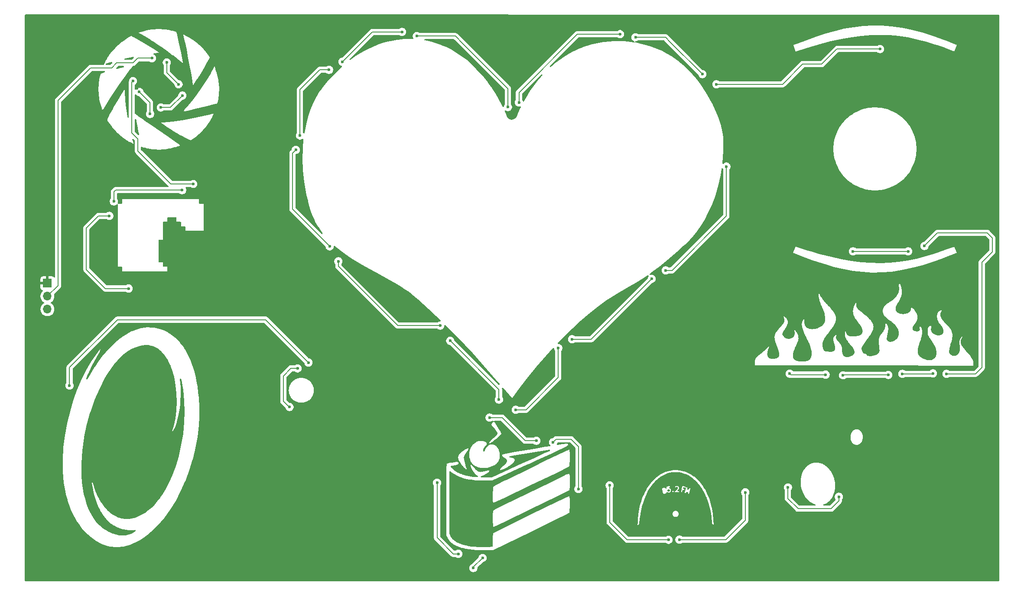
<source format=gtl>
G04 #@! TF.GenerationSoftware,KiCad,Pcbnew,9.0.0*
G04 #@! TF.CreationDate,2025-03-31T16:50:07-07:00*
G04 #@! TF.ProjectId,proto-for-mfg,70726f74-6f2d-4666-9f72-2d6d66672e6b,rev?*
G04 #@! TF.SameCoordinates,Original*
G04 #@! TF.FileFunction,Copper,L1,Top*
G04 #@! TF.FilePolarity,Positive*
%FSLAX46Y46*%
G04 Gerber Fmt 4.6, Leading zero omitted, Abs format (unit mm)*
G04 Created by KiCad (PCBNEW 9.0.0) date 2025-03-31 16:50:07*
%MOMM*%
%LPD*%
G01*
G04 APERTURE LIST*
G04 #@! TA.AperFunction,ComponentPad*
%ADD10R,1.700000X1.700000*%
G04 #@! TD*
G04 #@! TA.AperFunction,ComponentPad*
%ADD11O,1.700000X1.700000*%
G04 #@! TD*
G04 #@! TA.AperFunction,ViaPad*
%ADD12C,0.600000*%
G04 #@! TD*
G04 #@! TA.AperFunction,Conductor*
%ADD13C,0.200000*%
G04 #@! TD*
G04 APERTURE END LIST*
D10*
X27469855Y-91056947D03*
D11*
X27469855Y-93596947D03*
X27469855Y-96136947D03*
D12*
X193119855Y-109131947D03*
X83129889Y-47931897D03*
X37894855Y-127256947D03*
X183444855Y-131181947D03*
X140744855Y-41681947D03*
X77694855Y-107406947D03*
X40469855Y-101106947D03*
X131369855Y-132681947D03*
X98137855Y-41489305D03*
X83198792Y-85908280D03*
X188769855Y-44331947D03*
X47694855Y-141006947D03*
X143294855Y-129106947D03*
X48294855Y-126131947D03*
X44994855Y-52881947D03*
X124494855Y-121256947D03*
X45719855Y-108306947D03*
X147669855Y-89906947D03*
X161294855Y-66706947D03*
X49419855Y-48181947D03*
X40469855Y-115456947D03*
X117544855Y-115106947D03*
X47694855Y-134181947D03*
X181494855Y-109106947D03*
X188669855Y-121806947D03*
X43744855Y-133706947D03*
X48869855Y-57506947D03*
X102844855Y-128631947D03*
X149569855Y-139981947D03*
X53694855Y-52981947D03*
X112194855Y-135306947D03*
X39194855Y-76506947D03*
X76344855Y-116381947D03*
X129169855Y-103231947D03*
X118869855Y-56606947D03*
X104965005Y-101528220D03*
X171069855Y-108956947D03*
X189869855Y-54181947D03*
X112969855Y-119431947D03*
X172719855Y-129731947D03*
X49244855Y-114531947D03*
X75529710Y-63568874D03*
X182794855Y-84531947D03*
X188469855Y-74856947D03*
X44919855Y-90706947D03*
X201744855Y-109056947D03*
X55219855Y-72456947D03*
X196844855Y-84331947D03*
X40469855Y-108956947D03*
X179069855Y-63831947D03*
X109294855Y-145181947D03*
X156819855Y-50731947D03*
X157919855Y-130481947D03*
X199444855Y-65281947D03*
X47894855Y-47031947D03*
X53094855Y-52131947D03*
X50794855Y-47881947D03*
X49644855Y-56656947D03*
X53844855Y-54331947D03*
X45419855Y-53631947D03*
X47519855Y-57931947D03*
X55969855Y-71631947D03*
X44194855Y-51481947D03*
X53794855Y-72831947D03*
X40444855Y-75031947D03*
X39569855Y-77881947D03*
X43344855Y-92081947D03*
X31794855Y-111056947D03*
X78469855Y-106556947D03*
X74769855Y-115256947D03*
X76344855Y-107706947D03*
X107744855Y-143981947D03*
X103594855Y-130056947D03*
X110694855Y-146756947D03*
X112494855Y-144781947D03*
X126269855Y-122156947D03*
X131219855Y-131306947D03*
X113844855Y-117331947D03*
X122994855Y-121856947D03*
X148819855Y-141231947D03*
X137319855Y-130581947D03*
X163819855Y-131956947D03*
X150944855Y-141206947D03*
X172144855Y-130981947D03*
X182094855Y-132831947D03*
X172494855Y-108731947D03*
X179519855Y-108931947D03*
X191769855Y-108981947D03*
X182919855Y-109056947D03*
X200494855Y-108681947D03*
X194519855Y-108781947D03*
X198819853Y-83756946D03*
X203119855Y-108781947D03*
X184869855Y-84806947D03*
X195644855Y-84806947D03*
X190144855Y-45231947D03*
X158169855Y-52131947D03*
X142369855Y-42931947D03*
X155444855Y-50156947D03*
X119594855Y-55681947D03*
X139344855Y-42331947D03*
X99644855Y-42706947D03*
X117444855Y-56581947D03*
X85094855Y-47731947D03*
X96744855Y-41881947D03*
X76819855Y-62156947D03*
X82494855Y-49306947D03*
X82619855Y-83831947D03*
X75994855Y-64956947D03*
X84319855Y-86756947D03*
X104219855Y-99331947D03*
X106169855Y-102306947D03*
X115694855Y-113806947D03*
X127269855Y-103731947D03*
X118969855Y-115806947D03*
X145544855Y-90181947D03*
X129969855Y-102006947D03*
X160119855Y-68231947D03*
X148269855Y-88531947D03*
D13*
X40519855Y-101056947D02*
X40469855Y-101106947D01*
X40019855Y-48931947D02*
X35919855Y-48931947D01*
X40994855Y-47956947D02*
X40019855Y-48931947D01*
X35919855Y-48931947D02*
X29544855Y-55306947D01*
X29544855Y-91521947D02*
X27469855Y-93596947D01*
X44169855Y-47956947D02*
X40994855Y-47956947D01*
X47894855Y-47031947D02*
X45094855Y-47031947D01*
X45094855Y-47031947D02*
X44169855Y-47956947D01*
X29544855Y-55306947D02*
X29544855Y-91521947D01*
X50794855Y-49831947D02*
X53094855Y-52131947D01*
X50794855Y-47881947D02*
X50794855Y-49831947D01*
X53844855Y-54331947D02*
X51519855Y-56656947D01*
X51519855Y-56656947D02*
X49644855Y-56656947D01*
X47519855Y-57931947D02*
X47519855Y-55731947D01*
X47519855Y-55731947D02*
X45419855Y-53631947D01*
X45144855Y-62856947D02*
X43969855Y-61681947D01*
X43969855Y-51706947D02*
X44194855Y-51481947D01*
X51569855Y-71631947D02*
X45144855Y-65206947D01*
X43969855Y-61681947D02*
X43969855Y-51706947D01*
X45144855Y-65206947D02*
X45144855Y-62856947D01*
X55969855Y-71631947D02*
X51569855Y-71631947D01*
X40444855Y-73181947D02*
X40444855Y-75031947D01*
X40794855Y-72831947D02*
X40444855Y-73181947D01*
X53794855Y-72831947D02*
X40794855Y-72831947D01*
X37419855Y-77881947D02*
X35069855Y-80231947D01*
X35069855Y-80231947D02*
X35069855Y-88356947D01*
X38794855Y-92081947D02*
X43344855Y-92081947D01*
X39569855Y-77881947D02*
X37419855Y-77881947D01*
X35069855Y-88356947D02*
X38794855Y-92081947D01*
X41119855Y-98181947D02*
X70094855Y-98181947D01*
X70094855Y-98181947D02*
X78469855Y-106556947D01*
X31794855Y-107506947D02*
X41119855Y-98181947D01*
X31794855Y-111056947D02*
X31794855Y-107506947D01*
X73544855Y-114131947D02*
X74669855Y-115256947D01*
X76344855Y-107706947D02*
X75019855Y-107706947D01*
X74669855Y-115256947D02*
X74769855Y-115256947D01*
X73544855Y-109181947D02*
X73544855Y-114131947D01*
X75019855Y-107706947D02*
X73544855Y-109181947D01*
X103594855Y-130056947D02*
X103594855Y-140831947D01*
X106744855Y-143981947D02*
X107744855Y-143981947D01*
X103594855Y-140831947D02*
X106744855Y-143981947D01*
X110694855Y-146581947D02*
X110694855Y-146756947D01*
X112494855Y-144781947D02*
X110694855Y-146581947D01*
X126844855Y-121581947D02*
X126269855Y-122156947D01*
X131219855Y-131306947D02*
X131219855Y-122981947D01*
X131219855Y-122981947D02*
X129819855Y-121581947D01*
X129819855Y-121581947D02*
X126844855Y-121581947D01*
X116319855Y-117331947D02*
X113844855Y-117331947D01*
X120844855Y-121856947D02*
X116319855Y-117331947D01*
X122994855Y-121856947D02*
X120844855Y-121856947D01*
X137319855Y-137806947D02*
X140744855Y-141231947D01*
X140744855Y-141231947D02*
X148819855Y-141231947D01*
X137319855Y-130581947D02*
X137319855Y-137806947D01*
X160019855Y-141206947D02*
X150944855Y-141206947D01*
X163819855Y-131956947D02*
X163819855Y-137406947D01*
X163819855Y-137406947D02*
X160019855Y-141206947D01*
X180569855Y-135156947D02*
X174119855Y-135156947D01*
X182094855Y-133631947D02*
X180569855Y-135156947D01*
X182094855Y-132831947D02*
X182094855Y-133631947D01*
X172119855Y-131006947D02*
X172144855Y-130981947D01*
X174119855Y-135156947D02*
X172119855Y-133156947D01*
X172119855Y-133156947D02*
X172119855Y-131006947D01*
X172694855Y-108931947D02*
X179519855Y-108931947D01*
X172494855Y-108731947D02*
X172694855Y-108931947D01*
X182994855Y-108981947D02*
X191769855Y-108981947D01*
X182919855Y-109056947D02*
X182994855Y-108981947D01*
X194519855Y-108781947D02*
X200394855Y-108781947D01*
X200394855Y-108781947D02*
X200494855Y-108681947D01*
X201369855Y-81206947D02*
X198819856Y-83756946D01*
X203119855Y-108781947D02*
X208794855Y-108781947D01*
X211094855Y-81206947D02*
X201369855Y-81206947D01*
X198819855Y-83756947D02*
X198819853Y-83756946D01*
X212069855Y-84906947D02*
X212069855Y-82181947D01*
X198819856Y-83756946D02*
X198819853Y-83756946D01*
X208794855Y-108781947D02*
X210019855Y-107556947D01*
X210019855Y-107556947D02*
X210019855Y-86956947D01*
X212069855Y-82181947D02*
X211094855Y-81206947D01*
X210019855Y-86956947D02*
X212069855Y-84906947D01*
X195644855Y-84806947D02*
X184869855Y-84806947D01*
X181719855Y-45231947D02*
X178769855Y-48181947D01*
X190144855Y-45231947D02*
X181719855Y-45231947D01*
X171094855Y-52131947D02*
X158169855Y-52131947D01*
X175044855Y-48181947D02*
X171094855Y-52131947D01*
X178769855Y-48181947D02*
X175044855Y-48181947D01*
X155444855Y-50156947D02*
X149119855Y-43831947D01*
X149119855Y-43831947D02*
X148219855Y-42931947D01*
X148219855Y-42931947D02*
X142369855Y-42931947D01*
X139344855Y-42331947D02*
X131019855Y-42331947D01*
X119594855Y-53756947D02*
X119594855Y-55681947D01*
X131019855Y-42331947D02*
X119594855Y-53756947D01*
X117444855Y-52981947D02*
X108669855Y-44206947D01*
X117444855Y-56581947D02*
X117444855Y-52981947D01*
X107169855Y-42706947D02*
X99644855Y-42706947D01*
X108669855Y-44206947D02*
X107169855Y-42706947D01*
X90944855Y-41881947D02*
X85094855Y-47731947D01*
X96744855Y-41881947D02*
X90944855Y-41881947D01*
X80669855Y-49306947D02*
X76819855Y-53156947D01*
X81219855Y-49306947D02*
X80669855Y-49306947D01*
X82494855Y-49306947D02*
X81494855Y-49306947D01*
X81494855Y-49306947D02*
X81219855Y-49306947D01*
X76819855Y-53156947D02*
X76819855Y-62156947D01*
X75344855Y-76556947D02*
X82619855Y-83831947D01*
X75344855Y-65606947D02*
X75344855Y-76556947D01*
X75994855Y-64956947D02*
X75344855Y-65606947D01*
X95919855Y-99331947D02*
X104219855Y-99331947D01*
X84319855Y-86756947D02*
X84319855Y-87731947D01*
X84319855Y-87731947D02*
X95919855Y-99331947D01*
X106169855Y-102306947D02*
X115694855Y-111831947D01*
X115694855Y-111831947D02*
X115694855Y-113806947D01*
X118969855Y-115806947D02*
X120969855Y-115806947D01*
X127269855Y-109506947D02*
X127269855Y-103731947D01*
X120969855Y-115806947D02*
X127269855Y-109506947D01*
X133719855Y-102006947D02*
X145544855Y-90181947D01*
X129969855Y-102006947D02*
X133719855Y-102006947D01*
X149494855Y-88531947D02*
X160119855Y-77906947D01*
X148269855Y-88531947D02*
X149494855Y-88531947D01*
X160119855Y-77906947D02*
X160119855Y-68231947D01*
G04 #@! TA.AperFunction,Conductor*
G36*
X47202018Y-103151253D02*
G01*
X47219913Y-103153241D01*
X47782871Y-103257633D01*
X47800386Y-103262227D01*
X48197065Y-103397971D01*
X48330975Y-103443795D01*
X48347160Y-103450650D01*
X48846417Y-103705246D01*
X48860561Y-103713687D01*
X49021858Y-103825105D01*
X49329156Y-104037375D01*
X49340969Y-104046642D01*
X49526496Y-104211258D01*
X49779167Y-104435450D01*
X49788734Y-104444914D01*
X49965132Y-104639477D01*
X50192529Y-104890292D01*
X50196555Y-104894732D01*
X50204127Y-104903939D01*
X50581410Y-105410405D01*
X50587336Y-105419108D01*
X50933949Y-105977759D01*
X50938554Y-105985843D01*
X51254344Y-106592021D01*
X51257914Y-106599470D01*
X51392666Y-106906447D01*
X51535061Y-107230838D01*
X51542811Y-107248492D01*
X51545574Y-107255334D01*
X51742727Y-107788731D01*
X51799022Y-107941036D01*
X51802038Y-107950300D01*
X52206793Y-109382447D01*
X52217850Y-109421568D01*
X52220414Y-109432516D01*
X52302072Y-109869613D01*
X52512776Y-110997468D01*
X52514207Y-111007289D01*
X52684588Y-112629688D01*
X52685209Y-112638894D01*
X52734821Y-114280746D01*
X52734764Y-114289816D01*
X52664990Y-115913250D01*
X52664225Y-115922666D01*
X52476612Y-117489677D01*
X52474935Y-117499983D01*
X52171242Y-118972512D01*
X52168180Y-118984367D01*
X51748258Y-120331488D01*
X51748258Y-120331494D01*
X52078027Y-119779983D01*
X52370052Y-119173078D01*
X52625503Y-118516706D01*
X52845551Y-117816795D01*
X53031365Y-117079271D01*
X53184116Y-116310060D01*
X53304973Y-115515089D01*
X53395107Y-114700286D01*
X53455687Y-113871576D01*
X53487884Y-113034886D01*
X53492868Y-112196144D01*
X53471808Y-111361275D01*
X53425875Y-110536206D01*
X53365530Y-109834853D01*
X53370534Y-109810138D01*
X53371461Y-109784942D01*
X53377350Y-109776479D01*
X53379396Y-109766375D01*
X53396964Y-109748291D01*
X53411369Y-109727592D01*
X53420899Y-109723656D01*
X53428083Y-109716262D01*
X53452641Y-109710547D01*
X53475948Y-109700922D01*
X53486091Y-109702763D01*
X53496135Y-109700426D01*
X53519885Y-109708896D01*
X53544695Y-109713399D01*
X53552234Y-109720433D01*
X53561944Y-109723896D01*
X53577342Y-109743858D01*
X53595782Y-109761063D01*
X53601738Y-109775487D01*
X53604618Y-109779220D01*
X53609254Y-109793685D01*
X53663899Y-110008723D01*
X53665182Y-110014306D01*
X53862353Y-110973927D01*
X53863313Y-110979171D01*
X54022356Y-111966890D01*
X54023050Y-111971833D01*
X54144487Y-112984094D01*
X54144959Y-112988773D01*
X54229235Y-114020971D01*
X54229597Y-114027566D01*
X54289284Y-116143845D01*
X54289243Y-116152060D01*
X54207126Y-118308190D01*
X54206586Y-118315954D01*
X53987159Y-120484571D01*
X53986162Y-120492111D01*
X53633948Y-122644693D01*
X53632475Y-122652223D01*
X53152066Y-124760203D01*
X53150041Y-124767932D01*
X52546076Y-126802833D01*
X52543349Y-126810975D01*
X51820127Y-128745400D01*
X51817486Y-128751897D01*
X51413495Y-129670474D01*
X51411368Y-129675055D01*
X50979039Y-130558571D01*
X50976556Y-130563377D01*
X50516979Y-131407218D01*
X50514070Y-131412273D01*
X50027880Y-132212896D01*
X50024461Y-132218215D01*
X49512334Y-132972044D01*
X49508305Y-132977634D01*
X48970896Y-133681159D01*
X48966138Y-133687009D01*
X48404166Y-134336683D01*
X48398548Y-134342756D01*
X47812701Y-134935113D01*
X47806080Y-134941335D01*
X47197059Y-135472945D01*
X47189293Y-135479192D01*
X46557822Y-135946646D01*
X46548795Y-135952734D01*
X45895507Y-136352731D01*
X45885154Y-136358410D01*
X45209751Y-136688121D01*
X45200027Y-136692363D01*
X44745500Y-136867900D01*
X44736785Y-136870899D01*
X44292834Y-137005417D01*
X44283433Y-137007868D01*
X43850934Y-137102696D01*
X43840948Y-137104461D01*
X43419858Y-137161243D01*
X43409441Y-137162202D01*
X42999679Y-137182563D01*
X42989023Y-137182634D01*
X42590450Y-137168153D01*
X42579773Y-137167302D01*
X42192257Y-137119507D01*
X42181782Y-137117757D01*
X41805183Y-137038119D01*
X41795110Y-137035544D01*
X41429307Y-136925480D01*
X41419803Y-136922194D01*
X41064774Y-136783109D01*
X41055966Y-136779258D01*
X40711653Y-136612507D01*
X40703600Y-136608234D01*
X40370038Y-136415188D01*
X40362797Y-136410654D01*
X40040099Y-136192720D01*
X40033589Y-136188008D01*
X39982127Y-136148154D01*
X39721868Y-135946600D01*
X39716087Y-135941836D01*
X39415454Y-135678372D01*
X39410320Y-135673610D01*
X39120921Y-135389549D01*
X39116390Y-135384861D01*
X38838378Y-135081684D01*
X38834386Y-135077111D01*
X38719121Y-134938351D01*
X38568733Y-134757308D01*
X38563638Y-134750737D01*
X38549124Y-134730666D01*
X38367086Y-134478922D01*
X38064895Y-134061016D01*
X38059404Y-134052744D01*
X37609254Y-133311851D01*
X37604942Y-133304150D01*
X37590140Y-133275352D01*
X37203466Y-132523058D01*
X37200045Y-132515837D01*
X37193091Y-132499851D01*
X37017623Y-132096457D01*
X36848169Y-131706892D01*
X36845417Y-131700012D01*
X36543935Y-130875450D01*
X36541702Y-130868758D01*
X36536265Y-130850777D01*
X36291401Y-130040948D01*
X36289584Y-130034267D01*
X36275974Y-129978105D01*
X36144403Y-129435157D01*
X36090364Y-129212156D01*
X36090364Y-129212157D01*
X36182795Y-130119924D01*
X36184357Y-130135257D01*
X36327092Y-131075918D01*
X36327095Y-131075936D01*
X36401607Y-131438907D01*
X36520143Y-132016337D01*
X36521299Y-132021965D01*
X36769697Y-132961161D01*
X36769701Y-132961171D01*
X37075018Y-133881331D01*
X37075022Y-133881341D01*
X37075026Y-133881352D01*
X37075027Y-133881354D01*
X37249891Y-134330509D01*
X37434257Y-134757029D01*
X37440012Y-134770342D01*
X37645729Y-135199326D01*
X37867370Y-135615910D01*
X38105296Y-136018611D01*
X38105329Y-136018664D01*
X38359854Y-136405909D01*
X38359863Y-136405921D01*
X38403166Y-136464986D01*
X38625810Y-136768671D01*
X38631348Y-136776224D01*
X38631372Y-136776256D01*
X38920156Y-137128091D01*
X38920166Y-137128102D01*
X38920173Y-137128111D01*
X39226625Y-137459982D01*
X39551060Y-137770333D01*
X39893820Y-138057642D01*
X39893824Y-138057645D01*
X39893829Y-138057649D01*
X40219690Y-138294537D01*
X40255244Y-138320383D01*
X40451295Y-138442338D01*
X40635680Y-138557036D01*
X40635690Y-138557041D01*
X41035442Y-138766062D01*
X41035444Y-138766063D01*
X41035454Y-138766068D01*
X41454920Y-138945963D01*
X41894417Y-139095194D01*
X41894420Y-139095195D01*
X42231978Y-139181109D01*
X42354284Y-139212238D01*
X42834862Y-139295571D01*
X43336494Y-139343667D01*
X43859519Y-139355003D01*
X44404279Y-139328056D01*
X44579939Y-139307368D01*
X44648819Y-139319076D01*
X44700436Y-139366166D01*
X44718400Y-139433687D01*
X44697009Y-139500201D01*
X44670179Y-139528699D01*
X44456381Y-139693623D01*
X44448006Y-139699548D01*
X44185698Y-139869277D01*
X44176773Y-139874536D01*
X43908276Y-140018004D01*
X43898965Y-140022491D01*
X43624858Y-140140766D01*
X43615340Y-140144417D01*
X43336203Y-140238511D01*
X43326662Y-140241306D01*
X43043127Y-140312174D01*
X43033728Y-140314140D01*
X42746393Y-140362715D01*
X42737275Y-140363911D01*
X42446778Y-140391090D01*
X42438046Y-140391597D01*
X42145098Y-140398259D01*
X42136823Y-140398171D01*
X41842121Y-140385191D01*
X41834340Y-140384602D01*
X41538662Y-140352858D01*
X41531390Y-140351859D01*
X41235478Y-140302234D01*
X41228706Y-140300904D01*
X40933343Y-140234289D01*
X40927049Y-140232695D01*
X40633067Y-140150006D01*
X40627221Y-140148205D01*
X40335399Y-140050355D01*
X40329963Y-140048390D01*
X40041128Y-139936315D01*
X40036064Y-139934220D01*
X39751028Y-139808860D01*
X39746296Y-139806659D01*
X39522480Y-139696762D01*
X39465857Y-139668959D01*
X39461425Y-139666671D01*
X39186408Y-139517593D01*
X39182224Y-139515219D01*
X38913428Y-139355722D01*
X38909463Y-139353267D01*
X38648656Y-139184940D01*
X38643062Y-139181109D01*
X38142972Y-138818145D01*
X38135964Y-138812664D01*
X37674616Y-138424397D01*
X37667943Y-138418354D01*
X37250786Y-138012059D01*
X37244250Y-138005187D01*
X36921490Y-137638731D01*
X36876747Y-137587931D01*
X36871834Y-137581989D01*
X36853386Y-137558212D01*
X36710224Y-137373699D01*
X36706920Y-137369238D01*
X36679538Y-137330473D01*
X36560300Y-137161663D01*
X36555568Y-137154443D01*
X36034497Y-136295606D01*
X36029332Y-136286197D01*
X35755042Y-135730841D01*
X35575141Y-135366596D01*
X35571154Y-135357650D01*
X35513931Y-135214263D01*
X35181353Y-134380897D01*
X35178351Y-134372510D01*
X35177954Y-134371262D01*
X34851251Y-133343617D01*
X34849059Y-133335850D01*
X34582950Y-132259871D01*
X34581396Y-132252674D01*
X34581267Y-132251979D01*
X34374555Y-131134763D01*
X34373510Y-131128108D01*
X34372805Y-131122659D01*
X34224156Y-129973274D01*
X34223523Y-129967199D01*
X34129880Y-128780603D01*
X34129565Y-128774966D01*
X34089827Y-127561762D01*
X34089768Y-127556515D01*
X34102098Y-126323021D01*
X34102386Y-126315758D01*
X34276019Y-123801292D01*
X34276948Y-123792465D01*
X34636604Y-121254847D01*
X34638037Y-121246703D01*
X34671617Y-121087210D01*
X35168842Y-118725574D01*
X35170736Y-118717825D01*
X35328500Y-118151962D01*
X35857650Y-116254025D01*
X35860042Y-116246410D01*
X36687918Y-113880864D01*
X36690953Y-113873054D01*
X37644552Y-111646647D01*
X37648514Y-111638276D01*
X38713090Y-109590688D01*
X38716901Y-109583892D01*
X39284729Y-108642089D01*
X39287840Y-108637194D01*
X39310639Y-108603102D01*
X39878007Y-107754693D01*
X39881683Y-107749493D01*
X40491539Y-106932465D01*
X40495974Y-106926869D01*
X41123436Y-106180453D01*
X41128802Y-106174476D01*
X41771787Y-105503722D01*
X41778360Y-105497356D01*
X42434646Y-104907350D01*
X42442783Y-104900639D01*
X43110163Y-104396308D01*
X43120171Y-104389487D01*
X43797077Y-103975215D01*
X43808003Y-103969262D01*
X44546269Y-103613884D01*
X44558011Y-103608958D01*
X45260772Y-103355766D01*
X45274526Y-103351695D01*
X45941319Y-103195752D01*
X45957023Y-103193131D01*
X46588274Y-103129122D01*
X46605471Y-103128579D01*
X47202018Y-103151253D01*
G37*
G04 #@! TD.AperFunction*
G04 #@! TA.AperFunction,Conductor*
G36*
X213300528Y-38525359D02*
G01*
X213367563Y-38545059D01*
X213413306Y-38597873D01*
X213424500Y-38649359D01*
X213424500Y-149225522D01*
X213404815Y-149292561D01*
X213352011Y-149338316D01*
X213300505Y-149349522D01*
X23194360Y-149356423D01*
X23127319Y-149336741D01*
X23081563Y-149283939D01*
X23070355Y-149232423D01*
X23070355Y-146678100D01*
X109894355Y-146678100D01*
X109894355Y-146835793D01*
X109925116Y-146990436D01*
X109925119Y-146990448D01*
X109985457Y-147136119D01*
X109985464Y-147136132D01*
X110073065Y-147267235D01*
X110073068Y-147267239D01*
X110184562Y-147378733D01*
X110184566Y-147378736D01*
X110315669Y-147466337D01*
X110315682Y-147466344D01*
X110461353Y-147526682D01*
X110461358Y-147526684D01*
X110616008Y-147557446D01*
X110616011Y-147557447D01*
X110616013Y-147557447D01*
X110773699Y-147557447D01*
X110773700Y-147557446D01*
X110928352Y-147526684D01*
X111074034Y-147466341D01*
X111205144Y-147378736D01*
X111316644Y-147267236D01*
X111404249Y-147136126D01*
X111464592Y-146990444D01*
X111495355Y-146835789D01*
X111495355Y-146682043D01*
X111515040Y-146615004D01*
X111531674Y-146594362D01*
X111990879Y-146135157D01*
X112509517Y-145616519D01*
X112570838Y-145583036D01*
X112573005Y-145582585D01*
X112630940Y-145571060D01*
X112728352Y-145551684D01*
X112874034Y-145491341D01*
X113005144Y-145403736D01*
X113116644Y-145292236D01*
X113204249Y-145161126D01*
X113264592Y-145015444D01*
X113295355Y-144860789D01*
X113295355Y-144703105D01*
X113295355Y-144703102D01*
X113295354Y-144703100D01*
X113275589Y-144603736D01*
X113264592Y-144548450D01*
X113228976Y-144462465D01*
X113204252Y-144402774D01*
X113204245Y-144402761D01*
X113116644Y-144271658D01*
X113116641Y-144271654D01*
X113005147Y-144160160D01*
X113005143Y-144160157D01*
X112874040Y-144072556D01*
X112874027Y-144072549D01*
X112728356Y-144012211D01*
X112728344Y-144012208D01*
X112573700Y-143981447D01*
X112573697Y-143981447D01*
X112416013Y-143981447D01*
X112416010Y-143981447D01*
X112261365Y-144012208D01*
X112261353Y-144012211D01*
X112115682Y-144072549D01*
X112115669Y-144072556D01*
X111984566Y-144160157D01*
X111984562Y-144160160D01*
X111873068Y-144271654D01*
X111873065Y-144271658D01*
X111785464Y-144402761D01*
X111785457Y-144402774D01*
X111725119Y-144548445D01*
X111725116Y-144548455D01*
X111694216Y-144703797D01*
X111661831Y-144765708D01*
X111660280Y-144767286D01*
X110442948Y-145984617D01*
X110402721Y-146011497D01*
X110315676Y-146047553D01*
X110315669Y-146047556D01*
X110184566Y-146135157D01*
X110184562Y-146135160D01*
X110073068Y-146246654D01*
X110073065Y-146246658D01*
X109985464Y-146377761D01*
X109985457Y-146377774D01*
X109925119Y-146523445D01*
X109925116Y-146523457D01*
X109894355Y-146678100D01*
X23070355Y-146678100D01*
X23070355Y-125547466D01*
X30454488Y-125547466D01*
X30477622Y-127559146D01*
X30481338Y-127882244D01*
X30481338Y-127882252D01*
X30692519Y-130165940D01*
X30692524Y-130165980D01*
X30872003Y-131280731D01*
X30872013Y-131280780D01*
X31103301Y-132373288D01*
X31388315Y-133440412D01*
X31388318Y-133440421D01*
X31530575Y-133874130D01*
X31714996Y-134436392D01*
X31728950Y-134478933D01*
X31728953Y-134478943D01*
X32127108Y-135485673D01*
X32127125Y-135485713D01*
X32584707Y-136457498D01*
X32584726Y-136457536D01*
X32901431Y-137038119D01*
X32926531Y-137084132D01*
X33317690Y-137720295D01*
X33319008Y-137722439D01*
X33760692Y-138362419D01*
X34055390Y-138742743D01*
X34250191Y-138994145D01*
X34786069Y-139607631D01*
X35366904Y-140192902D01*
X35366912Y-140192909D01*
X35366916Y-140192913D01*
X35991272Y-140739989D01*
X36657744Y-141238913D01*
X36657747Y-141238915D01*
X37006331Y-141467203D01*
X37364907Y-141679711D01*
X37364912Y-141679713D01*
X37364916Y-141679716D01*
X37733293Y-141875190D01*
X37733299Y-141875193D01*
X38111329Y-142052403D01*
X38498817Y-142210093D01*
X38895587Y-142347019D01*
X39301454Y-142461930D01*
X39301477Y-142461935D01*
X39401402Y-142484014D01*
X39716259Y-142553586D01*
X39949199Y-142590515D01*
X40139790Y-142620732D01*
X40139793Y-142620732D01*
X40139804Y-142620734D01*
X40571919Y-142662131D01*
X41012426Y-142676530D01*
X41461146Y-142662683D01*
X41917901Y-142619345D01*
X42382514Y-142545269D01*
X42854806Y-142439208D01*
X43334599Y-142299915D01*
X43334608Y-142299911D01*
X43334616Y-142299909D01*
X43954570Y-142071581D01*
X44093675Y-142020349D01*
X44840818Y-141677923D01*
X45575105Y-141275119D01*
X46295612Y-140814421D01*
X47001415Y-140298312D01*
X47691590Y-139729273D01*
X49021359Y-138442337D01*
X50277528Y-136973477D01*
X51452705Y-135342552D01*
X52539497Y-133569425D01*
X53530513Y-131673955D01*
X54035851Y-130536777D01*
X54284116Y-129978100D01*
X102794355Y-129978100D01*
X102794355Y-130135793D01*
X102825116Y-130290436D01*
X102825119Y-130290448D01*
X102885457Y-130436119D01*
X102885464Y-130436132D01*
X102964450Y-130554342D01*
X102970487Y-130563377D01*
X102973457Y-130567821D01*
X102994335Y-130634498D01*
X102994355Y-130636712D01*
X102994355Y-140745277D01*
X102994354Y-140745295D01*
X102994354Y-140911001D01*
X102994353Y-140911001D01*
X103035278Y-141063734D01*
X103056858Y-141101109D01*
X103056859Y-141101112D01*
X103114330Y-141200656D01*
X103114336Y-141200664D01*
X103233204Y-141319532D01*
X103233209Y-141319536D01*
X106376139Y-144462467D01*
X106376141Y-144462468D01*
X106376145Y-144462471D01*
X106513064Y-144541520D01*
X106513071Y-144541524D01*
X106665798Y-144582448D01*
X106665800Y-144582448D01*
X106831509Y-144582448D01*
X106831525Y-144582447D01*
X107165089Y-144582447D01*
X107232128Y-144602132D01*
X107233980Y-144603345D01*
X107365669Y-144691337D01*
X107365682Y-144691344D01*
X107466762Y-144733212D01*
X107511358Y-144751684D01*
X107666008Y-144782446D01*
X107666011Y-144782447D01*
X107666013Y-144782447D01*
X107823699Y-144782447D01*
X107823700Y-144782446D01*
X107978352Y-144751684D01*
X108124034Y-144691341D01*
X108255144Y-144603736D01*
X108366644Y-144492236D01*
X108454249Y-144361126D01*
X108514592Y-144215444D01*
X108545355Y-144060789D01*
X108545355Y-143903105D01*
X108545355Y-143903102D01*
X108545354Y-143903100D01*
X108514593Y-143748457D01*
X108514592Y-143748450D01*
X108514590Y-143748445D01*
X108454252Y-143602774D01*
X108454245Y-143602761D01*
X108366644Y-143471658D01*
X108366641Y-143471654D01*
X108255147Y-143360160D01*
X108255143Y-143360157D01*
X108124040Y-143272556D01*
X108124027Y-143272549D01*
X107978356Y-143212211D01*
X107978344Y-143212208D01*
X107823700Y-143181447D01*
X107823697Y-143181447D01*
X107666013Y-143181447D01*
X107666010Y-143181447D01*
X107511365Y-143212208D01*
X107511353Y-143212211D01*
X107365682Y-143272549D01*
X107365669Y-143272556D01*
X107233980Y-143360549D01*
X107215933Y-143366199D01*
X107200024Y-143376424D01*
X107169062Y-143380875D01*
X107167302Y-143381427D01*
X107165089Y-143381447D01*
X107044953Y-143381447D01*
X106977914Y-143361762D01*
X106957272Y-143345128D01*
X104231674Y-140619530D01*
X104198189Y-140558207D01*
X104195355Y-140531849D01*
X104195355Y-140381545D01*
X105416409Y-140381545D01*
X105633477Y-140788689D01*
X105702576Y-140911004D01*
X105723331Y-140947742D01*
X105820374Y-141101111D01*
X105917719Y-141238919D01*
X105924721Y-141248831D01*
X105973451Y-141310793D01*
X106036487Y-141390944D01*
X106155787Y-141527491D01*
X106282737Y-141658511D01*
X106417452Y-141784045D01*
X106545677Y-141892033D01*
X106560053Y-141904140D01*
X106655307Y-141976682D01*
X106710638Y-142018820D01*
X106869340Y-142128142D01*
X107036270Y-142232141D01*
X107211541Y-142330857D01*
X107211550Y-142330862D01*
X107395269Y-142424331D01*
X107504051Y-142474264D01*
X107587573Y-142512604D01*
X107787002Y-142595071D01*
X107788574Y-142595721D01*
X107998358Y-142673709D01*
X108217063Y-142746619D01*
X108444802Y-142814490D01*
X108444809Y-142814492D01*
X108444823Y-142814496D01*
X108681723Y-142877372D01*
X108927889Y-142935291D01*
X109183435Y-142988293D01*
X109448479Y-143036418D01*
X109723134Y-143079708D01*
X110007517Y-143118202D01*
X110605928Y-143180969D01*
X111244633Y-143225043D01*
X111244642Y-143225043D01*
X111244652Y-143225044D01*
X111544366Y-143236375D01*
X111924558Y-143250749D01*
X112646625Y-143258412D01*
X114532787Y-143255342D01*
X121902701Y-139672776D01*
X127143608Y-137110806D01*
X128765866Y-136306689D01*
X129394855Y-135981947D01*
X129409642Y-135959863D01*
X129423638Y-135921253D01*
X129449212Y-135798973D01*
X129471494Y-135624145D01*
X129490405Y-135405808D01*
X129517782Y-134874756D01*
X129530691Y-134278123D01*
X129528479Y-133688211D01*
X129528317Y-133683622D01*
X129524297Y-133569417D01*
X129510494Y-133177326D01*
X129495382Y-132974113D01*
X129476083Y-132817771D01*
X129452514Y-132717338D01*
X129439103Y-132690912D01*
X129439101Y-132690911D01*
X129439101Y-132690910D01*
X129424595Y-132681852D01*
X129424593Y-132681851D01*
X127051326Y-133796561D01*
X121979263Y-136258142D01*
X116920081Y-138742723D01*
X116920058Y-138742734D01*
X116920041Y-138742743D01*
X114585175Y-139926567D01*
X114585174Y-139926568D01*
X114585173Y-139926568D01*
X114579435Y-139935318D01*
X114579429Y-139935329D01*
X114573902Y-139945964D01*
X114563495Y-139972985D01*
X114563494Y-139972989D01*
X114553933Y-140007925D01*
X114553924Y-140007963D01*
X114545195Y-140051060D01*
X114545185Y-140051117D01*
X114537257Y-140102750D01*
X114530108Y-140163226D01*
X114523727Y-140232799D01*
X114519058Y-140298312D01*
X114518103Y-140311708D01*
X114518013Y-140313340D01*
X114513204Y-140400341D01*
X114509023Y-140498858D01*
X114505538Y-140607589D01*
X114504976Y-140631447D01*
X114502724Y-140727039D01*
X114502055Y-140776475D01*
X114499052Y-140998599D01*
X114497862Y-141315702D01*
X114497862Y-142471317D01*
X114478177Y-142538356D01*
X114425373Y-142584111D01*
X114381665Y-142595071D01*
X113678072Y-142639433D01*
X113675988Y-142639547D01*
X112963527Y-142672443D01*
X112959206Y-142672567D01*
X112272685Y-142680307D01*
X112268124Y-142680275D01*
X111608218Y-142663435D01*
X111603371Y-142663216D01*
X110971923Y-142622342D01*
X110966736Y-142621897D01*
X110365447Y-142557536D01*
X110359854Y-142556808D01*
X109790572Y-142469536D01*
X109784501Y-142468450D01*
X109248999Y-142358862D01*
X109242366Y-142357314D01*
X108742436Y-142226034D01*
X108735150Y-142223880D01*
X108272604Y-142071581D01*
X108264579Y-142068628D01*
X108146150Y-142020349D01*
X107841244Y-141896050D01*
X107832398Y-141892033D01*
X107450022Y-141699977D01*
X107440333Y-141694554D01*
X107288911Y-141600663D01*
X107100625Y-141483913D01*
X107090177Y-141476667D01*
X106794702Y-141248404D01*
X106783717Y-141238837D01*
X106533817Y-140993931D01*
X106522823Y-140981618D01*
X106319539Y-140720918D01*
X106309361Y-140705659D01*
X106255411Y-140610157D01*
X106150957Y-140425253D01*
X106146506Y-140416595D01*
X105988268Y-140076640D01*
X105976687Y-140024334D01*
X105976345Y-137175833D01*
X114489819Y-137175833D01*
X114497655Y-137741230D01*
X114517785Y-138233556D01*
X114532401Y-138431403D01*
X114550021Y-138585847D01*
X114550022Y-138585855D01*
X114570616Y-138688482D01*
X114570616Y-138688483D01*
X114578385Y-138708424D01*
X114582027Y-138717771D01*
X114594171Y-138730967D01*
X116918431Y-137656711D01*
X121950738Y-135241761D01*
X127004932Y-132783811D01*
X129394855Y-131580551D01*
X129404852Y-131571208D01*
X129414296Y-131561193D01*
X129423203Y-131550289D01*
X129431587Y-131538282D01*
X129439464Y-131524953D01*
X129446850Y-131510089D01*
X129453760Y-131493472D01*
X129460210Y-131474886D01*
X129466215Y-131454116D01*
X129471790Y-131430946D01*
X129476951Y-131405160D01*
X129481714Y-131376541D01*
X129486094Y-131344874D01*
X129490106Y-131309942D01*
X129493765Y-131271531D01*
X129497089Y-131229422D01*
X129500091Y-131183402D01*
X129502787Y-131133253D01*
X129507324Y-131019707D01*
X129510823Y-130887055D01*
X129513409Y-130733570D01*
X129515205Y-130557524D01*
X129516335Y-130357189D01*
X129517090Y-129876741D01*
X129518879Y-129533325D01*
X129520316Y-129257448D01*
X129520673Y-129013201D01*
X129520444Y-129000814D01*
X129516925Y-128809984D01*
X129506621Y-128645556D01*
X129498245Y-128577229D01*
X129487311Y-128517807D01*
X129473512Y-128467026D01*
X129456543Y-128424623D01*
X129443795Y-128403243D01*
X129436100Y-128390337D01*
X129436098Y-128390335D01*
X129436097Y-128390333D01*
X129411867Y-128363892D01*
X129388411Y-128348274D01*
X129383550Y-128345037D01*
X129383548Y-128345036D01*
X129367190Y-128339268D01*
X129350831Y-128333500D01*
X129313415Y-128329022D01*
X129270993Y-128331335D01*
X129270987Y-128331336D01*
X129223245Y-128340179D01*
X129169885Y-128355286D01*
X129169870Y-128355291D01*
X129045076Y-128403234D01*
X129045055Y-128403243D01*
X128894094Y-128473074D01*
X128714577Y-128562654D01*
X128260263Y-128792501D01*
X128259050Y-128793106D01*
X127093077Y-129367071D01*
X127092698Y-129367257D01*
X125709842Y-130042158D01*
X125709790Y-130042183D01*
X116777283Y-134396438D01*
X115080662Y-135244649D01*
X115080632Y-135244665D01*
X114585175Y-135524956D01*
X114585175Y-135524957D01*
X114561919Y-135589881D01*
X114541953Y-135711960D01*
X114541953Y-135711961D01*
X114525246Y-135882860D01*
X114511779Y-136094142D01*
X114494463Y-136604462D01*
X114489819Y-137175833D01*
X105976345Y-137175833D01*
X105975951Y-133886871D01*
X105977669Y-133027556D01*
X114486543Y-133027556D01*
X114498700Y-133526929D01*
X114510475Y-133729136D01*
X114510477Y-133729154D01*
X114525508Y-133881341D01*
X114526225Y-133888592D01*
X114546069Y-133996861D01*
X114546073Y-133996874D01*
X114557571Y-134029204D01*
X114570146Y-134045622D01*
X116848784Y-132985505D01*
X121831926Y-130595084D01*
X126881625Y-128146639D01*
X129359930Y-126912454D01*
X129379875Y-126890492D01*
X129398723Y-126851915D01*
X129401171Y-126843192D01*
X129408336Y-126817652D01*
X129433081Y-126729459D01*
X129462909Y-126554170D01*
X129488111Y-126335133D01*
X129524255Y-125802159D01*
X129540747Y-125203220D01*
X129536819Y-124610997D01*
X129526958Y-124340118D01*
X129511705Y-124098174D01*
X129490964Y-123894251D01*
X129464639Y-123737434D01*
X129432635Y-123636808D01*
X129414473Y-123610406D01*
X129394855Y-123601458D01*
X129394853Y-123601457D01*
X129222036Y-123673687D01*
X128774135Y-123880346D01*
X127174343Y-124639012D01*
X124838173Y-125761475D01*
X122007584Y-127132110D01*
X117313971Y-129435157D01*
X116962689Y-129607523D01*
X116840545Y-129667456D01*
X115240810Y-130471749D01*
X114620099Y-130806378D01*
X114620098Y-130806379D01*
X114606906Y-130830385D01*
X114606901Y-130830397D01*
X114594300Y-130869829D01*
X114570919Y-130990853D01*
X114550090Y-131161062D01*
X114531942Y-131372094D01*
X114520121Y-131589887D01*
X114504198Y-131883237D01*
X114501222Y-131993618D01*
X114488720Y-132457359D01*
X114486543Y-133027556D01*
X105977669Y-133027556D01*
X105984655Y-129533210D01*
X105984658Y-129532657D01*
X105985350Y-129439024D01*
X105994427Y-128209594D01*
X105994591Y-128209049D01*
X105994462Y-128207427D01*
X105996652Y-128119376D01*
X106000954Y-127946444D01*
X106022300Y-127879917D01*
X106076225Y-127835490D01*
X106145610Y-127827269D01*
X106197308Y-127848855D01*
X106241981Y-127880978D01*
X106242825Y-127881591D01*
X106325680Y-127942233D01*
X106326315Y-127942701D01*
X106366159Y-127972301D01*
X106416498Y-128009698D01*
X106417150Y-128010186D01*
X106512915Y-128082311D01*
X106512932Y-128082323D01*
X106512949Y-128082336D01*
X106787871Y-128279633D01*
X107073436Y-128462435D01*
X107370649Y-128630991D01*
X107680514Y-128785552D01*
X108004036Y-128926369D01*
X108004041Y-128926371D01*
X108004043Y-128926372D01*
X108113890Y-128967728D01*
X108342219Y-129053692D01*
X108342228Y-129053695D01*
X108342231Y-129053696D01*
X108342260Y-129053706D01*
X108634686Y-129147982D01*
X108696069Y-129167772D01*
X109066588Y-129268860D01*
X109454782Y-129357205D01*
X109861655Y-129433058D01*
X110288211Y-129496671D01*
X110288213Y-129496671D01*
X110288225Y-129496673D01*
X110621604Y-129535152D01*
X110735456Y-129548293D01*
X111204392Y-129588174D01*
X111696026Y-129616567D01*
X111696044Y-129616567D01*
X111696051Y-129616568D01*
X111868308Y-129622301D01*
X112211361Y-129633720D01*
X112751401Y-129639884D01*
X114393086Y-129642108D01*
X121285428Y-126508306D01*
X121747838Y-126298058D01*
X122931191Y-125758107D01*
X126016552Y-124350291D01*
X127346690Y-123731132D01*
X128247557Y-123294714D01*
X128799327Y-123000719D01*
X128969356Y-122894532D01*
X129082177Y-122808832D01*
X129147810Y-122738579D01*
X129176279Y-122678735D01*
X129177605Y-122624259D01*
X129161810Y-122570112D01*
X129153985Y-122549177D01*
X129148634Y-122536132D01*
X129146001Y-122529712D01*
X129145995Y-122529700D01*
X129145988Y-122529682D01*
X129141535Y-122520525D01*
X129136570Y-122511789D01*
X129130936Y-122503495D01*
X129124479Y-122495664D01*
X129117041Y-122488315D01*
X129108466Y-122481469D01*
X129103591Y-122478345D01*
X129098611Y-122475154D01*
X129098604Y-122475149D01*
X129097513Y-122474592D01*
X129087281Y-122469368D01*
X129087275Y-122469365D01*
X129087272Y-122469364D01*
X129074365Y-122464157D01*
X129074367Y-122464157D01*
X129074358Y-122464154D01*
X129059673Y-122459525D01*
X129059667Y-122459523D01*
X129059659Y-122459521D01*
X129059654Y-122459520D01*
X129043062Y-122455499D01*
X129024380Y-122452100D01*
X129024367Y-122452098D01*
X129003507Y-122449354D01*
X129003485Y-122449352D01*
X128980190Y-122447267D01*
X128980175Y-122447266D01*
X128980173Y-122447266D01*
X128954360Y-122445870D01*
X128925813Y-122445180D01*
X128894394Y-122445219D01*
X128860051Y-122446005D01*
X128822409Y-122447564D01*
X128781589Y-122449906D01*
X128737177Y-122453064D01*
X128689098Y-122457057D01*
X128581589Y-122467598D01*
X128457640Y-122481709D01*
X128457623Y-122481711D01*
X128457589Y-122481715D01*
X128405160Y-122488320D01*
X128315878Y-122499567D01*
X128155362Y-122521299D01*
X128155334Y-122521303D01*
X127974570Y-122547104D01*
X127974503Y-122547114D01*
X127772385Y-122577127D01*
X127547550Y-122611533D01*
X127298822Y-122650483D01*
X127124852Y-122678217D01*
X127055549Y-122669331D01*
X127002052Y-122624389D01*
X126981345Y-122557658D01*
X126990769Y-122508313D01*
X127039592Y-122390444D01*
X127047822Y-122349071D01*
X127061113Y-122282255D01*
X127093498Y-122220344D01*
X127154214Y-122185770D01*
X127182730Y-122182447D01*
X129519758Y-122182447D01*
X129586797Y-122202132D01*
X129607439Y-122218766D01*
X130583036Y-123194363D01*
X130616521Y-123255686D01*
X130619355Y-123282044D01*
X130619355Y-130727181D01*
X130599670Y-130794220D01*
X130598457Y-130796072D01*
X130510464Y-130927761D01*
X130510457Y-130927774D01*
X130450119Y-131073445D01*
X130450116Y-131073457D01*
X130419355Y-131228100D01*
X130419355Y-131385793D01*
X130450116Y-131540436D01*
X130450119Y-131540448D01*
X130510457Y-131686119D01*
X130510464Y-131686132D01*
X130598065Y-131817235D01*
X130598068Y-131817239D01*
X130709562Y-131928733D01*
X130709566Y-131928736D01*
X130840669Y-132016337D01*
X130840682Y-132016344D01*
X130981696Y-132074753D01*
X130986358Y-132076684D01*
X131101403Y-132099568D01*
X131141008Y-132107446D01*
X131141011Y-132107447D01*
X131141013Y-132107447D01*
X131298699Y-132107447D01*
X131298700Y-132107446D01*
X131453352Y-132076684D01*
X131580703Y-132023934D01*
X131599027Y-132016344D01*
X131599027Y-132016343D01*
X131599034Y-132016341D01*
X131730144Y-131928736D01*
X131841644Y-131817236D01*
X131929249Y-131686126D01*
X131989592Y-131540444D01*
X132020355Y-131385789D01*
X132020355Y-131228105D01*
X132020355Y-131228102D01*
X132020354Y-131228100D01*
X132017835Y-131215436D01*
X131989592Y-131073450D01*
X131984348Y-131060789D01*
X131929252Y-130927774D01*
X131929245Y-130927761D01*
X131841253Y-130796072D01*
X131835602Y-130778025D01*
X131825378Y-130762116D01*
X131820926Y-130731154D01*
X131820375Y-130729394D01*
X131820355Y-130727181D01*
X131820355Y-130503100D01*
X136519355Y-130503100D01*
X136519355Y-130660793D01*
X136550116Y-130815436D01*
X136550119Y-130815448D01*
X136610457Y-130961119D01*
X136610464Y-130961132D01*
X136681618Y-131067620D01*
X136696355Y-131089676D01*
X136698457Y-131092821D01*
X136719335Y-131159498D01*
X136719355Y-131161712D01*
X136719355Y-137720277D01*
X136719354Y-137720295D01*
X136719354Y-137886001D01*
X136719353Y-137886001D01*
X136760278Y-138038733D01*
X136771194Y-138057638D01*
X136771195Y-138057643D01*
X136771196Y-138057643D01*
X136839330Y-138175656D01*
X136839336Y-138175664D01*
X136958204Y-138294532D01*
X136958210Y-138294537D01*
X140259994Y-141596321D01*
X140260004Y-141596332D01*
X140264334Y-141600662D01*
X140264335Y-141600663D01*
X140376139Y-141712467D01*
X140376141Y-141712468D01*
X140376145Y-141712471D01*
X140469769Y-141766524D01*
X140513071Y-141791524D01*
X140624874Y-141821481D01*
X140665797Y-141832447D01*
X140665798Y-141832447D01*
X148240089Y-141832447D01*
X148307128Y-141852132D01*
X148308980Y-141853345D01*
X148440669Y-141941337D01*
X148440682Y-141941344D01*
X148586353Y-142001682D01*
X148586358Y-142001684D01*
X148741008Y-142032446D01*
X148741011Y-142032447D01*
X148741013Y-142032447D01*
X148898699Y-142032447D01*
X148898700Y-142032446D01*
X149053352Y-142001684D01*
X149199034Y-141941341D01*
X149330144Y-141853736D01*
X149441644Y-141742236D01*
X149529249Y-141611126D01*
X149589592Y-141465444D01*
X149620355Y-141310789D01*
X149620355Y-141153105D01*
X149620355Y-141153102D01*
X149620354Y-141153100D01*
X149618983Y-141146204D01*
X149615382Y-141128100D01*
X150144355Y-141128100D01*
X150144355Y-141285793D01*
X150175116Y-141440436D01*
X150175119Y-141440448D01*
X150235457Y-141586119D01*
X150235464Y-141586132D01*
X150323065Y-141717235D01*
X150323068Y-141717239D01*
X150434562Y-141828733D01*
X150434566Y-141828736D01*
X150565669Y-141916337D01*
X150565682Y-141916344D01*
X150711353Y-141976682D01*
X150711358Y-141976684D01*
X150837031Y-142001682D01*
X150866008Y-142007446D01*
X150866011Y-142007447D01*
X150866013Y-142007447D01*
X151023699Y-142007447D01*
X151023700Y-142007446D01*
X151178352Y-141976684D01*
X151324034Y-141916341D01*
X151357148Y-141894215D01*
X151455730Y-141828345D01*
X151522408Y-141807467D01*
X151524621Y-141807447D01*
X159933186Y-141807447D01*
X159933202Y-141807448D01*
X159940798Y-141807448D01*
X160098909Y-141807448D01*
X160098912Y-141807448D01*
X160251640Y-141766524D01*
X160302390Y-141737223D01*
X160388571Y-141687467D01*
X160500375Y-141575663D01*
X160500375Y-141575661D01*
X160510579Y-141565458D01*
X160510582Y-141565453D01*
X164300375Y-137775663D01*
X164379432Y-137638731D01*
X164420356Y-137486004D01*
X164420356Y-137327889D01*
X164420356Y-137320294D01*
X164420355Y-137320276D01*
X164420355Y-132536712D01*
X164440040Y-132469673D01*
X164441253Y-132467821D01*
X164529245Y-132336132D01*
X164529245Y-132336131D01*
X164529249Y-132336126D01*
X164535244Y-132321654D01*
X164564049Y-132252110D01*
X164589592Y-132190444D01*
X164620355Y-132035789D01*
X164620355Y-131878105D01*
X164620355Y-131878102D01*
X164620354Y-131878100D01*
X164616929Y-131860881D01*
X164589592Y-131723450D01*
X164584846Y-131711993D01*
X164529252Y-131577774D01*
X164529245Y-131577761D01*
X164441644Y-131446658D01*
X164441641Y-131446654D01*
X164330147Y-131335160D01*
X164330143Y-131335157D01*
X164199040Y-131247556D01*
X164199027Y-131247549D01*
X164053356Y-131187211D01*
X164053344Y-131187208D01*
X163898700Y-131156447D01*
X163898697Y-131156447D01*
X163741013Y-131156447D01*
X163741010Y-131156447D01*
X163586365Y-131187208D01*
X163586353Y-131187211D01*
X163440682Y-131247549D01*
X163440669Y-131247556D01*
X163309566Y-131335157D01*
X163309562Y-131335160D01*
X163198068Y-131446654D01*
X163198065Y-131446658D01*
X163110464Y-131577761D01*
X163110457Y-131577774D01*
X163050119Y-131723445D01*
X163050116Y-131723457D01*
X163019355Y-131878100D01*
X163019355Y-132035793D01*
X163050116Y-132190436D01*
X163050119Y-132190448D01*
X163110457Y-132336119D01*
X163110464Y-132336132D01*
X163198457Y-132467821D01*
X163219335Y-132534498D01*
X163219355Y-132536712D01*
X163219355Y-137106849D01*
X163199670Y-137173888D01*
X163183036Y-137194530D01*
X159807439Y-140570128D01*
X159746116Y-140603613D01*
X159719758Y-140606447D01*
X151524621Y-140606447D01*
X151457582Y-140586762D01*
X151455730Y-140585549D01*
X151324040Y-140497556D01*
X151324027Y-140497549D01*
X151178356Y-140437211D01*
X151178344Y-140437208D01*
X151023700Y-140406447D01*
X151023697Y-140406447D01*
X150866013Y-140406447D01*
X150866010Y-140406447D01*
X150711365Y-140437208D01*
X150711353Y-140437211D01*
X150565682Y-140497549D01*
X150565669Y-140497556D01*
X150434566Y-140585157D01*
X150434562Y-140585160D01*
X150323068Y-140696654D01*
X150323065Y-140696658D01*
X150235464Y-140827761D01*
X150235457Y-140827774D01*
X150175119Y-140973445D01*
X150175116Y-140973457D01*
X150144355Y-141128100D01*
X149615382Y-141128100D01*
X149589593Y-140998455D01*
X149589592Y-140998454D01*
X149589592Y-140998450D01*
X149553370Y-140911001D01*
X149529252Y-140852774D01*
X149529245Y-140852761D01*
X149441644Y-140721658D01*
X149441641Y-140721654D01*
X149330147Y-140610160D01*
X149330143Y-140610157D01*
X149199040Y-140522556D01*
X149199027Y-140522549D01*
X149053356Y-140462211D01*
X149053344Y-140462208D01*
X148898700Y-140431447D01*
X148898697Y-140431447D01*
X148741013Y-140431447D01*
X148741010Y-140431447D01*
X148586365Y-140462208D01*
X148586353Y-140462211D01*
X148440682Y-140522549D01*
X148440669Y-140522556D01*
X148308980Y-140610549D01*
X148242302Y-140631427D01*
X148240089Y-140631447D01*
X141044952Y-140631447D01*
X140977913Y-140611762D01*
X140957271Y-140595128D01*
X138788861Y-138426718D01*
X142789085Y-138426718D01*
X142789085Y-138426719D01*
X143119572Y-138110605D01*
X143188008Y-137155224D01*
X143188744Y-137147966D01*
X143191349Y-137128114D01*
X143312185Y-136207042D01*
X143313358Y-136199783D01*
X143316405Y-136183929D01*
X143317651Y-136177443D01*
X149596329Y-136177443D01*
X149596329Y-136177456D01*
X149597115Y-136208479D01*
X149599447Y-136239104D01*
X149603286Y-136269273D01*
X149608600Y-136298979D01*
X149608607Y-136299011D01*
X149615346Y-136328168D01*
X149615353Y-136328196D01*
X149623484Y-136356794D01*
X149632984Y-136384835D01*
X149643790Y-136412217D01*
X149643796Y-136412230D01*
X149655892Y-136438961D01*
X149655896Y-136438969D01*
X149669224Y-136464970D01*
X149669228Y-136464977D01*
X149683768Y-136490249D01*
X149696985Y-136510854D01*
X149699480Y-136514744D01*
X149716305Y-136538393D01*
X149716310Y-136538400D01*
X149716314Y-136538405D01*
X149734241Y-136561211D01*
X149734243Y-136561213D01*
X149753213Y-136583107D01*
X149753222Y-136583117D01*
X149773194Y-136604064D01*
X149773208Y-136604078D01*
X149789060Y-136619193D01*
X149794166Y-136624061D01*
X149816069Y-136643037D01*
X149816072Y-136643039D01*
X149816085Y-136643050D01*
X149835646Y-136658426D01*
X149838872Y-136660962D01*
X149862535Y-136677796D01*
X149878632Y-136688121D01*
X149887000Y-136693489D01*
X149887030Y-136693508D01*
X149909922Y-136706678D01*
X149912295Y-136708044D01*
X149938314Y-136721381D01*
X149965042Y-136733475D01*
X149965056Y-136733480D01*
X149965097Y-136733498D01*
X149989869Y-136743273D01*
X149992441Y-136744289D01*
X150020473Y-136753785D01*
X150043131Y-136760227D01*
X150049085Y-136761921D01*
X150049090Y-136761922D01*
X150049100Y-136761925D01*
X150078283Y-136768670D01*
X150107985Y-136773982D01*
X150138167Y-136777824D01*
X150138176Y-136777824D01*
X150138179Y-136777825D01*
X150140781Y-136778023D01*
X150168792Y-136780157D01*
X150195629Y-136780836D01*
X150199815Y-136780943D01*
X150199821Y-136780943D01*
X150199827Y-136780943D01*
X150203920Y-136780839D01*
X150230850Y-136780157D01*
X150261475Y-136777824D01*
X150291658Y-136773982D01*
X150321360Y-136768670D01*
X150350543Y-136761925D01*
X150379169Y-136753785D01*
X150407201Y-136744289D01*
X150434600Y-136733475D01*
X150461329Y-136721381D01*
X150487348Y-136708044D01*
X150512620Y-136693503D01*
X150537107Y-136677796D01*
X150560770Y-136660962D01*
X150583573Y-136643037D01*
X150605476Y-136624061D01*
X150626441Y-136604071D01*
X150646431Y-136583105D01*
X150652249Y-136576388D01*
X150665392Y-136561220D01*
X150665411Y-136561197D01*
X150666503Y-136559807D01*
X150683332Y-136538400D01*
X150700166Y-136514736D01*
X150715873Y-136490249D01*
X150730414Y-136464977D01*
X150743750Y-136438958D01*
X150755845Y-136412230D01*
X150766659Y-136384830D01*
X150776155Y-136356798D01*
X150784294Y-136328172D01*
X150791039Y-136298988D01*
X150796351Y-136269286D01*
X150800193Y-136239104D01*
X150802526Y-136208479D01*
X150803312Y-136177450D01*
X150802526Y-136146421D01*
X150800193Y-136115797D01*
X150796351Y-136085614D01*
X150791039Y-136055913D01*
X150784294Y-136026729D01*
X150782001Y-136018664D01*
X150776156Y-135998106D01*
X150770682Y-135981947D01*
X150766659Y-135970071D01*
X150755845Y-135942672D01*
X150743750Y-135915944D01*
X150730414Y-135889925D01*
X150730402Y-135889904D01*
X150730395Y-135889891D01*
X150715883Y-135864668D01*
X150715873Y-135864652D01*
X150700166Y-135840166D01*
X150683332Y-135816502D01*
X150678870Y-135810826D01*
X150665411Y-135793704D01*
X150665392Y-135793681D01*
X150646442Y-135771809D01*
X150646428Y-135771794D01*
X150626441Y-135750831D01*
X150626433Y-135750823D01*
X150626430Y-135750820D01*
X150605487Y-135730851D01*
X150605481Y-135730846D01*
X150605476Y-135730841D01*
X150583573Y-135711865D01*
X150583566Y-135711859D01*
X150583556Y-135711851D01*
X150560774Y-135693943D01*
X150537116Y-135677112D01*
X150537089Y-135677094D01*
X150512617Y-135661397D01*
X150512606Y-135661391D01*
X150487357Y-135646863D01*
X150487341Y-135646854D01*
X150461319Y-135633517D01*
X150434621Y-135621436D01*
X150434604Y-135621429D01*
X150434600Y-135621427D01*
X150407201Y-135610613D01*
X150379169Y-135601117D01*
X150365015Y-135597092D01*
X150350548Y-135592978D01*
X150321360Y-135586232D01*
X150309711Y-135584148D01*
X150291672Y-135580922D01*
X150291662Y-135580920D01*
X150291658Y-135580920D01*
X150261475Y-135577078D01*
X150261456Y-135577076D01*
X150261452Y-135577076D01*
X150230850Y-135574745D01*
X150199827Y-135573959D01*
X150199815Y-135573959D01*
X150168791Y-135574745D01*
X150138179Y-135577076D01*
X150138162Y-135577078D01*
X150108018Y-135580915D01*
X150107991Y-135580919D01*
X150107985Y-135580920D01*
X150107974Y-135580921D01*
X150107961Y-135580924D01*
X150088183Y-135584461D01*
X150078289Y-135586230D01*
X150078282Y-135586232D01*
X150049102Y-135592976D01*
X150049085Y-135592980D01*
X150020466Y-135601119D01*
X149992436Y-135610614D01*
X149965035Y-135621429D01*
X149965029Y-135621432D01*
X149938323Y-135633517D01*
X149912306Y-135646852D01*
X149912267Y-135646873D01*
X149887034Y-135661391D01*
X149887000Y-135661412D01*
X149862545Y-135677099D01*
X149862525Y-135677112D01*
X149838867Y-135693943D01*
X149816085Y-135711851D01*
X149816072Y-135711862D01*
X149794154Y-135730851D01*
X149773208Y-135750823D01*
X149773194Y-135750837D01*
X149753222Y-135771784D01*
X149753213Y-135771794D01*
X149734243Y-135793688D01*
X149734241Y-135793690D01*
X149716301Y-135816513D01*
X149699472Y-135840169D01*
X149683763Y-135864660D01*
X149669233Y-135889915D01*
X149655890Y-135915945D01*
X149643796Y-135942671D01*
X149632982Y-135970069D01*
X149632980Y-135970076D01*
X149623484Y-135998106D01*
X149615353Y-136026704D01*
X149615346Y-136026732D01*
X149608607Y-136055889D01*
X149608595Y-136055946D01*
X149603288Y-136085613D01*
X149599449Y-136115784D01*
X149599447Y-136115804D01*
X149597115Y-136146422D01*
X149596329Y-136177443D01*
X143317651Y-136177443D01*
X143490756Y-135276677D01*
X143492391Y-135269380D01*
X143722389Y-134371258D01*
X143724574Y-134363727D01*
X143727792Y-134353817D01*
X144005781Y-133497725D01*
X144008599Y-133489945D01*
X144339619Y-132663100D01*
X144343190Y-132655031D01*
X144722551Y-131874465D01*
X144727093Y-131865975D01*
X144728319Y-131863884D01*
X144989040Y-131419004D01*
X147540544Y-131419004D01*
X147540625Y-131420847D01*
X147540726Y-131424232D01*
X147540756Y-131426086D01*
X147543949Y-131445426D01*
X147543953Y-131445447D01*
X147556270Y-131491416D01*
X147556272Y-131491423D01*
X147556274Y-131491429D01*
X147561772Y-131506039D01*
X147563180Y-131509781D01*
X147564068Y-131511379D01*
X147565661Y-131514339D01*
X147566537Y-131516021D01*
X147566540Y-131516025D01*
X147578047Y-131531896D01*
X147645030Y-131607433D01*
X147645866Y-131609211D01*
X147647498Y-131610304D01*
X147660671Y-131640671D01*
X147674780Y-131670653D01*
X147674770Y-131673172D01*
X147675304Y-131674403D01*
X147674707Y-131689673D01*
X147674631Y-131709690D01*
X147674229Y-131712147D01*
X147653495Y-131813472D01*
X147651729Y-131830440D01*
X147651466Y-131832970D01*
X147652148Y-131836499D01*
X147651679Y-131840061D01*
X147652513Y-131845112D01*
X147652513Y-131845113D01*
X147654872Y-131859405D01*
X147679558Y-131951533D01*
X147704171Y-132043388D01*
X147704173Y-132043393D01*
X147709157Y-132056638D01*
X147709158Y-132056639D01*
X147711076Y-132061735D01*
X147713264Y-132064586D01*
X147714437Y-132067981D01*
X147725943Y-132083853D01*
X147796589Y-132163522D01*
X147802107Y-132168633D01*
X147804075Y-132171004D01*
X147807759Y-132174569D01*
X147808353Y-132175054D01*
X147818530Y-132182016D01*
X147818478Y-132182091D01*
X147818752Y-132182254D01*
X147818839Y-132182120D01*
X147821397Y-132183768D01*
X147821411Y-132183778D01*
X147879732Y-132217449D01*
X147883135Y-132218990D01*
X147888770Y-132221544D01*
X147890955Y-132223023D01*
X147894340Y-132224069D01*
X147897577Y-132225536D01*
X147897582Y-132225537D01*
X147897588Y-132225540D01*
X147897593Y-132225540D01*
X147906401Y-132228056D01*
X147906375Y-132228145D01*
X147906697Y-132228215D01*
X147906700Y-132228206D01*
X147906704Y-132228206D01*
X147906742Y-132228062D01*
X147909687Y-132228817D01*
X148013984Y-132250160D01*
X148013996Y-132250162D01*
X148014001Y-132250163D01*
X148033499Y-132252192D01*
X148033506Y-132252190D01*
X148035376Y-132252110D01*
X148038762Y-132252008D01*
X148040583Y-132251978D01*
X148040590Y-132251979D01*
X148059931Y-132248786D01*
X148243916Y-132199487D01*
X148262263Y-132192582D01*
X148265115Y-132190394D01*
X148268509Y-132189221D01*
X148284380Y-132177715D01*
X148364049Y-132107070D01*
X148369175Y-132101536D01*
X148371547Y-132099568D01*
X148372880Y-132098190D01*
X148372881Y-132098188D01*
X148372888Y-132098183D01*
X148374957Y-132095296D01*
X148377371Y-132092690D01*
X148378527Y-132090313D01*
X148384306Y-132082248D01*
X148417977Y-132023925D01*
X148422070Y-132014894D01*
X148423551Y-132012703D01*
X148424603Y-132009304D01*
X148426068Y-132006070D01*
X148426069Y-132006057D01*
X148427968Y-131999412D01*
X148465302Y-131940353D01*
X148528640Y-131910854D01*
X148597870Y-131920281D01*
X148618327Y-131931883D01*
X148631056Y-131940796D01*
X148648717Y-131953163D01*
X148648721Y-131953166D01*
X148657373Y-131958036D01*
X148659417Y-131959696D01*
X148662700Y-131961035D01*
X148665802Y-131962781D01*
X148674358Y-131966053D01*
X148674322Y-131966144D01*
X148674644Y-131966244D01*
X148674648Y-131966232D01*
X148674656Y-131966234D01*
X148674706Y-131966093D01*
X148677576Y-131967103D01*
X148779615Y-131997454D01*
X148779620Y-131997456D01*
X148779626Y-131997457D01*
X148779629Y-131997458D01*
X148798876Y-132001178D01*
X148798882Y-132001177D01*
X148800692Y-132001257D01*
X148804087Y-132001452D01*
X148805959Y-132001585D01*
X148825505Y-132000089D01*
X148825511Y-132000088D01*
X149059973Y-131958746D01*
X149059973Y-131958745D01*
X149059983Y-131958744D01*
X149078862Y-131953464D01*
X149081893Y-131951533D01*
X149085378Y-131950660D01*
X149102192Y-131940581D01*
X149187714Y-131877147D01*
X149193290Y-131872092D01*
X149195820Y-131870341D01*
X149197283Y-131869072D01*
X149197284Y-131869070D01*
X149197291Y-131869066D01*
X149199606Y-131866368D01*
X149202239Y-131863981D01*
X149203597Y-131861715D01*
X149210055Y-131854187D01*
X149246449Y-131802213D01*
X149547323Y-131802213D01*
X149550884Y-131810807D01*
X149550884Y-131810811D01*
X149550886Y-131810811D01*
X149550887Y-131810813D01*
X149562256Y-131838261D01*
X149562257Y-131838262D01*
X149567804Y-131845645D01*
X149570507Y-131848315D01*
X149574681Y-131853402D01*
X149574691Y-131853413D01*
X149574692Y-131853414D01*
X149622311Y-131901032D01*
X149637464Y-131913469D01*
X149637467Y-131913470D01*
X149637470Y-131913472D01*
X149648022Y-131917842D01*
X149648021Y-131917842D01*
X149648027Y-131917843D01*
X149673513Y-131928401D01*
X149673514Y-131928401D01*
X149712530Y-131928401D01*
X149712531Y-131928401D01*
X149748579Y-131913469D01*
X149763733Y-131901033D01*
X149811351Y-131853414D01*
X149823788Y-131838261D01*
X149838719Y-131802212D01*
X149838719Y-131790640D01*
X149838719Y-131785813D01*
X150049705Y-131785813D01*
X150049705Y-131824831D01*
X150064637Y-131860879D01*
X150064847Y-131861089D01*
X150064847Y-131861090D01*
X150092225Y-131888468D01*
X150092226Y-131888468D01*
X150092227Y-131888469D01*
X150128275Y-131903401D01*
X150142906Y-131904841D01*
X150147783Y-131905322D01*
X150147784Y-131905322D01*
X150766832Y-131905322D01*
X150770732Y-131904937D01*
X150786340Y-131903401D01*
X150822388Y-131888469D01*
X150849978Y-131860879D01*
X150852750Y-131854187D01*
X150855020Y-131848708D01*
X151310485Y-131848708D01*
X151310486Y-131848712D01*
X151310486Y-131848713D01*
X151318932Y-131886807D01*
X151340685Y-131917873D01*
X151341313Y-131918769D01*
X151356953Y-131928733D01*
X151374219Y-131939733D01*
X151412644Y-131946509D01*
X151450738Y-131938063D01*
X151482699Y-131915683D01*
X151503664Y-131882776D01*
X151508944Y-131863897D01*
X151561005Y-131568640D01*
X151592031Y-131506039D01*
X151651978Y-131470148D01*
X151704652Y-131468058D01*
X151812326Y-131487044D01*
X151827381Y-131488196D01*
X151831869Y-131488540D01*
X151831872Y-131488540D01*
X151869965Y-131480094D01*
X151901927Y-131457714D01*
X151922664Y-131425163D01*
X151935705Y-131413773D01*
X151929867Y-131395508D01*
X151929861Y-131395261D01*
X151929667Y-131386386D01*
X151929668Y-131386382D01*
X151929588Y-131386023D01*
X151921863Y-131351179D01*
X151921222Y-131348288D01*
X151898842Y-131316327D01*
X151898840Y-131316326D01*
X151898840Y-131316325D01*
X151865934Y-131295361D01*
X151865935Y-131295361D01*
X151847058Y-131290082D01*
X151779077Y-131278095D01*
X151739382Y-131271095D01*
X151731272Y-131267076D01*
X151722225Y-131266789D01*
X151700459Y-131251804D01*
X151676780Y-131240069D01*
X151672129Y-131232301D01*
X151664674Y-131227169D01*
X151654464Y-131202795D01*
X151640890Y-131180122D01*
X151640463Y-131169369D01*
X151637680Y-131162725D01*
X151638800Y-131127448D01*
X151639119Y-131125640D01*
X151643695Y-131099684D01*
X151674721Y-131037083D01*
X151734668Y-131001193D01*
X151787344Y-130999102D01*
X151904199Y-131019707D01*
X152035702Y-131042895D01*
X152055248Y-131044391D01*
X152089903Y-131036707D01*
X152093204Y-131036929D01*
X152096181Y-131035484D01*
X152127816Y-131039266D01*
X152159613Y-131041413D01*
X152162270Y-131043386D01*
X152165557Y-131043779D01*
X152190131Y-131064068D01*
X152215714Y-131083061D01*
X152216882Y-131086156D01*
X152219435Y-131088264D01*
X152229137Y-131118616D01*
X152240392Y-131148427D01*
X152240001Y-131152603D01*
X152240709Y-131154816D01*
X152236519Y-131189861D01*
X152173607Y-131424651D01*
X152146262Y-131469512D01*
X152147017Y-131523887D01*
X152018199Y-132004640D01*
X152015005Y-132023984D01*
X152020098Y-132062667D01*
X152020099Y-132062669D01*
X152039607Y-132096457D01*
X152039606Y-132096457D01*
X152039607Y-132096458D01*
X152039608Y-132096459D01*
X152053928Y-132107447D01*
X152070563Y-132120212D01*
X152089239Y-132125216D01*
X152108252Y-132130310D01*
X152146936Y-132125217D01*
X152180727Y-132105708D01*
X152204480Y-132074753D01*
X152211385Y-132056406D01*
X152234691Y-131969427D01*
X152271055Y-131909768D01*
X152333902Y-131879239D01*
X152403277Y-131887533D01*
X152428738Y-131902227D01*
X152437935Y-131909106D01*
X152438499Y-131909991D01*
X152448082Y-131916696D01*
X152449655Y-131917873D01*
X152449900Y-131918201D01*
X152455123Y-131922208D01*
X152462591Y-131928479D01*
X152466427Y-131930584D01*
X152470464Y-131932360D01*
X152470467Y-131932362D01*
X152485308Y-131935647D01*
X152499799Y-131940221D01*
X152504224Y-131939835D01*
X152508563Y-131940796D01*
X152518176Y-131939097D01*
X152525061Y-131938079D01*
X152526969Y-131937851D01*
X152538670Y-131936832D01*
X152539604Y-131936345D01*
X152551004Y-131934987D01*
X152575759Y-131939159D01*
X152600862Y-131939212D01*
X152609621Y-131944867D01*
X152619902Y-131946600D01*
X152638469Y-131963492D01*
X152659561Y-131977109D01*
X152663872Y-131986602D01*
X152671584Y-131993618D01*
X152678072Y-132017868D01*
X152688453Y-132040725D01*
X152687665Y-132053721D01*
X152689643Y-132061113D01*
X152686650Y-132070460D01*
X152685454Y-132090209D01*
X152662149Y-132177183D01*
X152658955Y-132196530D01*
X152664048Y-132235213D01*
X152664049Y-132235215D01*
X152683557Y-132269003D01*
X152683556Y-132269003D01*
X152683557Y-132269004D01*
X152683558Y-132269005D01*
X152695613Y-132278255D01*
X152714513Y-132292758D01*
X152733189Y-132297762D01*
X152752202Y-132302856D01*
X152790886Y-132297763D01*
X152824677Y-132278254D01*
X152848430Y-132247299D01*
X152855335Y-132228952D01*
X153114154Y-131263027D01*
X153116254Y-131250308D01*
X153116963Y-131248061D01*
X153116847Y-131246720D01*
X153117347Y-131243686D01*
X153116802Y-131239548D01*
X153115435Y-131229159D01*
X153114843Y-131223746D01*
X153114619Y-131221181D01*
X153113574Y-131209191D01*
X153112457Y-131205354D01*
X153112254Y-131205002D01*
X153112254Y-131205001D01*
X153104931Y-131192316D01*
X153102325Y-131187564D01*
X153095568Y-131174576D01*
X153095565Y-131174573D01*
X153093066Y-131171457D01*
X153081141Y-131162305D01*
X153078970Y-131160639D01*
X153065686Y-131149487D01*
X153063562Y-131148816D01*
X153061790Y-131147457D01*
X153061784Y-131147455D01*
X153047656Y-131143668D01*
X153047656Y-131143669D01*
X153045010Y-131142960D01*
X153028477Y-131137743D01*
X153026257Y-131137936D01*
X153024101Y-131137359D01*
X153024098Y-131137359D01*
X153024097Y-131137359D01*
X153009590Y-131139269D01*
X153004183Y-131139860D01*
X152989607Y-131141131D01*
X152985769Y-131142248D01*
X152972749Y-131149765D01*
X152972746Y-131149767D01*
X152970373Y-131151136D01*
X152954991Y-131159138D01*
X152952799Y-131161281D01*
X152951631Y-131161956D01*
X152948868Y-131164378D01*
X152943879Y-131170004D01*
X152940974Y-131172844D01*
X152742776Y-131408906D01*
X152684593Y-131447591D01*
X152614732Y-131448679D01*
X152555373Y-131411824D01*
X152525701Y-131350742D01*
X152472087Y-131047205D01*
X152468612Y-131034791D01*
X152468304Y-131032455D01*
X152467632Y-131031289D01*
X152466802Y-131028328D01*
X152458910Y-131015948D01*
X152456101Y-131011318D01*
X152448796Y-130998666D01*
X152446157Y-130995657D01*
X152445142Y-130994947D01*
X152433829Y-130987029D01*
X152431599Y-130985469D01*
X152417840Y-130974911D01*
X152415685Y-130974333D01*
X152413859Y-130973056D01*
X152413854Y-130973054D01*
X152413853Y-130973054D01*
X152399576Y-130969893D01*
X152394296Y-130968602D01*
X152380152Y-130964813D01*
X152376156Y-130964551D01*
X152361351Y-130967165D01*
X152361352Y-130967166D01*
X152358661Y-130967641D01*
X152341467Y-130969906D01*
X152339538Y-130971019D01*
X152337340Y-130971408D01*
X152337337Y-130971409D01*
X152337336Y-130971410D01*
X152330903Y-130975511D01*
X152263791Y-130994947D01*
X152196825Y-130975015D01*
X152151266Y-130922042D01*
X152147504Y-130910745D01*
X152144598Y-130904140D01*
X152144598Y-130904139D01*
X152122218Y-130872178D01*
X152122217Y-130872177D01*
X152089310Y-130851213D01*
X152087751Y-130850777D01*
X152070431Y-130845933D01*
X152070428Y-130845932D01*
X152070423Y-130845931D01*
X152070421Y-130845930D01*
X151601480Y-130763243D01*
X151581934Y-130761746D01*
X151543835Y-130770193D01*
X151511873Y-130792574D01*
X151490909Y-130825480D01*
X151485629Y-130844360D01*
X151485627Y-130844371D01*
X151311984Y-131829151D01*
X151311981Y-131829174D01*
X151310485Y-131848708D01*
X150855020Y-131848708D01*
X150864910Y-131824833D01*
X150864910Y-131785814D01*
X150864908Y-131785808D01*
X150849979Y-131749766D01*
X150849976Y-131749762D01*
X150822389Y-131722175D01*
X150808446Y-131716400D01*
X150786340Y-131707243D01*
X150786337Y-131707242D01*
X150786336Y-131707242D01*
X150766832Y-131705322D01*
X150766831Y-131705322D01*
X150688567Y-131705322D01*
X150621528Y-131685637D01*
X150575773Y-131632833D01*
X150565829Y-131563675D01*
X150594854Y-131500119D01*
X150600886Y-131493641D01*
X150695028Y-131399499D01*
X150789923Y-131304604D01*
X150802359Y-131289450D01*
X150803734Y-131286131D01*
X150806089Y-131283416D01*
X150814080Y-131265516D01*
X150861699Y-131122659D01*
X150863282Y-131115698D01*
X150864369Y-131112700D01*
X150864908Y-131110553D01*
X150864908Y-131110548D01*
X150864910Y-131110545D01*
X150865259Y-131107007D01*
X150866046Y-131103544D01*
X150865859Y-131100909D01*
X150866831Y-131091036D01*
X150866831Y-130995798D01*
X150864910Y-130976289D01*
X150864907Y-130976282D01*
X150864451Y-130974459D01*
X150863678Y-130971183D01*
X150863280Y-130969390D01*
X150863280Y-130969385D01*
X150856274Y-130951076D01*
X150808655Y-130855839D01*
X150803370Y-130847442D01*
X150802359Y-130845002D01*
X150800106Y-130842256D01*
X150798212Y-130839248D01*
X150798209Y-130839245D01*
X150792265Y-130832315D01*
X150792333Y-130832256D01*
X150792082Y-130831998D01*
X150791966Y-130832104D01*
X150789919Y-130829846D01*
X150742301Y-130782227D01*
X150738536Y-130779137D01*
X150734634Y-130775935D01*
X150732904Y-130773941D01*
X150729897Y-130772047D01*
X150727150Y-130769794D01*
X150727149Y-130769793D01*
X150727146Y-130769791D01*
X150719321Y-130765102D01*
X150719367Y-130765023D01*
X150719037Y-130764852D01*
X150719035Y-130764858D01*
X150719031Y-130764856D01*
X150718958Y-130764986D01*
X150716315Y-130763498D01*
X150621085Y-130715883D01*
X150621062Y-130715873D01*
X150602767Y-130708872D01*
X150600949Y-130708469D01*
X150597693Y-130707700D01*
X150595870Y-130707243D01*
X150581232Y-130705802D01*
X150576355Y-130705322D01*
X150338260Y-130705322D01*
X150324179Y-130706708D01*
X150324177Y-130706708D01*
X150318751Y-130707243D01*
X150315431Y-130708618D01*
X150311847Y-130708873D01*
X150293538Y-130715879D01*
X150198301Y-130763498D01*
X150191928Y-130767509D01*
X150189121Y-130768800D01*
X150184769Y-130771409D01*
X150184086Y-130771901D01*
X150174771Y-130779894D01*
X150174713Y-130779827D01*
X150174457Y-130780076D01*
X150174461Y-130780080D01*
X150174452Y-130780088D01*
X150174553Y-130780199D01*
X150172303Y-130782237D01*
X150124697Y-130829842D01*
X150112256Y-130845002D01*
X150097324Y-130881050D01*
X150097324Y-130920067D01*
X150097325Y-130920073D01*
X150112254Y-130956115D01*
X150112257Y-130956119D01*
X150139843Y-130983705D01*
X150139847Y-130983708D01*
X150175889Y-130998637D01*
X150175894Y-130998639D01*
X150175895Y-130998639D01*
X150214911Y-130998639D01*
X150214912Y-130998639D01*
X150250960Y-130983707D01*
X150266114Y-130971271D01*
X150288033Y-130949350D01*
X150290442Y-130947614D01*
X150291262Y-130946235D01*
X150320258Y-130926126D01*
X150335693Y-130918409D01*
X150391139Y-130905322D01*
X150523476Y-130905322D01*
X150578925Y-130918410D01*
X150591832Y-130924864D01*
X150642990Y-130972448D01*
X150647288Y-130980319D01*
X150653740Y-130993223D01*
X150656711Y-131005812D01*
X150661808Y-131013742D01*
X150666831Y-131048677D01*
X150666831Y-131054686D01*
X150660468Y-131093897D01*
X150652229Y-131118616D01*
X150641066Y-131152104D01*
X150611110Y-131200572D01*
X150077075Y-131734608D01*
X150077070Y-131734613D01*
X150071134Y-131741847D01*
X150071133Y-131741848D01*
X150064637Y-131749765D01*
X150049705Y-131785813D01*
X149838719Y-131785813D01*
X149838720Y-131763195D01*
X149823789Y-131727146D01*
X149811352Y-131711993D01*
X149763733Y-131664373D01*
X149748580Y-131651936D01*
X149733648Y-131645751D01*
X149712531Y-131637004D01*
X149673513Y-131637004D01*
X149662956Y-131641377D01*
X149638592Y-131651468D01*
X149638158Y-131651647D01*
X149637465Y-131651935D01*
X149637464Y-131651935D01*
X149637461Y-131651937D01*
X149635770Y-131653066D01*
X149632754Y-131655801D01*
X149622314Y-131664368D01*
X149574688Y-131711997D01*
X149574685Y-131712000D01*
X149562256Y-131727143D01*
X149562255Y-131727146D01*
X149559164Y-131734611D01*
X149558971Y-131735076D01*
X149558969Y-131735078D01*
X149558968Y-131735082D01*
X149558968Y-131735083D01*
X149547324Y-131763194D01*
X149547324Y-131802212D01*
X149547324Y-131802213D01*
X149547323Y-131802213D01*
X149246449Y-131802213D01*
X149248682Y-131799024D01*
X149253550Y-131790376D01*
X149255214Y-131788326D01*
X149256556Y-131785035D01*
X149258298Y-131781941D01*
X149258300Y-131781930D01*
X149261567Y-131773399D01*
X149261654Y-131773432D01*
X149261755Y-131773109D01*
X149261604Y-131773056D01*
X149262611Y-131770189D01*
X149262617Y-131770175D01*
X149292974Y-131668115D01*
X149296695Y-131648868D01*
X149296695Y-131648864D01*
X149296777Y-131646995D01*
X149296969Y-131643641D01*
X149297099Y-131641794D01*
X149297101Y-131641786D01*
X149295605Y-131622240D01*
X149295603Y-131622223D01*
X149254262Y-131387773D01*
X149254261Y-131387772D01*
X149254260Y-131387762D01*
X149248980Y-131368883D01*
X149247051Y-131365854D01*
X149246177Y-131362368D01*
X149236098Y-131345554D01*
X149172665Y-131260031D01*
X149167579Y-131254418D01*
X149165831Y-131251893D01*
X149164583Y-131250454D01*
X149164581Y-131250451D01*
X149164577Y-131250448D01*
X149162526Y-131248083D01*
X149161912Y-131247486D01*
X149152440Y-131239711D01*
X149152495Y-131239643D01*
X149152194Y-131239427D01*
X149152192Y-131239431D01*
X149152191Y-131239430D01*
X149152100Y-131239548D01*
X149149705Y-131237690D01*
X149094538Y-131199062D01*
X149094535Y-131199060D01*
X149089939Y-131196473D01*
X149085893Y-131194195D01*
X149083843Y-131192532D01*
X149080555Y-131191190D01*
X149077455Y-131189446D01*
X149077452Y-131189445D01*
X149068919Y-131186181D01*
X149068951Y-131186095D01*
X149068608Y-131185988D01*
X149068607Y-131185995D01*
X149068605Y-131185994D01*
X149068556Y-131186136D01*
X149065701Y-131185132D01*
X149065691Y-131185128D01*
X149065678Y-131185124D01*
X149049939Y-131180442D01*
X148991294Y-131142461D01*
X148962494Y-131078803D01*
X148972681Y-131009680D01*
X149018622Y-130957038D01*
X149037921Y-130948417D01*
X149037547Y-130947579D01*
X149045896Y-130943850D01*
X149045896Y-130943849D01*
X149045899Y-130943849D01*
X149078807Y-130922884D01*
X149101187Y-130890923D01*
X149109632Y-130852829D01*
X149102857Y-130814404D01*
X149102856Y-130814402D01*
X149081893Y-130781498D01*
X149081892Y-130781497D01*
X149049930Y-130759117D01*
X149049925Y-130759115D01*
X149011835Y-130750670D01*
X148992289Y-130752167D01*
X148992284Y-130752167D01*
X148524447Y-130834660D01*
X148524437Y-130834662D01*
X148523335Y-130834857D01*
X148516353Y-130836809D01*
X148513910Y-130836993D01*
X148511691Y-130838113D01*
X148504456Y-130840137D01*
X148504397Y-130840174D01*
X148504391Y-130840176D01*
X148497338Y-130844670D01*
X148486607Y-130850777D01*
X148479080Y-130854577D01*
X148475159Y-130857644D01*
X148471547Y-130861103D01*
X148466706Y-130868015D01*
X148466707Y-130868016D01*
X148463793Y-130872178D01*
X148463164Y-130873076D01*
X148453631Y-130884156D01*
X148452059Y-130888933D01*
X148449169Y-130893061D01*
X148447342Y-130901297D01*
X148447343Y-130901298D01*
X148446002Y-130907346D01*
X148441437Y-130921219D01*
X148441262Y-130928724D01*
X148440722Y-130931160D01*
X148440600Y-130936760D01*
X148440703Y-130937785D01*
X148440753Y-130937782D01*
X148440899Y-130939738D01*
X148440971Y-130940447D01*
X148440980Y-130940815D01*
X148440980Y-130940817D01*
X148451198Y-131077056D01*
X148444977Y-131106138D01*
X148441313Y-131135655D01*
X148437747Y-131139933D01*
X148436583Y-131145379D01*
X148415624Y-131166482D01*
X148396585Y-131189332D01*
X148391273Y-131191003D01*
X148387349Y-131194955D01*
X148358308Y-131201377D01*
X148329938Y-131210306D01*
X148324565Y-131208840D01*
X148319128Y-131210043D01*
X148291223Y-131199745D01*
X148262531Y-131191918D01*
X148256666Y-131186992D01*
X148253580Y-131185853D01*
X148235417Y-131169324D01*
X148235067Y-131168935D01*
X148196675Y-131125640D01*
X148192978Y-131122215D01*
X148190238Y-131119173D01*
X148185541Y-131114628D01*
X148184874Y-131114083D01*
X148174762Y-131107166D01*
X148174812Y-131107092D01*
X148174490Y-131106900D01*
X148174407Y-131107030D01*
X148171858Y-131105387D01*
X148162423Y-131099940D01*
X148142200Y-131088264D01*
X148113534Y-131071714D01*
X148113532Y-131071713D01*
X148104500Y-131067620D01*
X148102309Y-131066139D01*
X148098912Y-131065088D01*
X148095676Y-131063622D01*
X148095674Y-131063621D01*
X148095673Y-131063621D01*
X148086885Y-131061111D01*
X148086909Y-131061024D01*
X148086561Y-131060948D01*
X148086560Y-131060956D01*
X148086551Y-131060954D01*
X148086515Y-131061098D01*
X148083594Y-131060349D01*
X148083584Y-131060347D01*
X148083581Y-131060346D01*
X148015583Y-131046431D01*
X147979259Y-131038998D01*
X147959763Y-131036969D01*
X147957897Y-131037051D01*
X147954559Y-131037151D01*
X147952680Y-131037182D01*
X147933336Y-131040375D01*
X147933323Y-131040378D01*
X147749340Y-131089676D01*
X147736110Y-131094655D01*
X147736107Y-131094657D01*
X147731001Y-131096579D01*
X147728150Y-131098766D01*
X147724755Y-131099940D01*
X147708883Y-131111446D01*
X147629214Y-131182092D01*
X147624094Y-131187618D01*
X147621720Y-131189589D01*
X147618190Y-131193237D01*
X147617662Y-131193884D01*
X147610726Y-131204025D01*
X147610653Y-131203975D01*
X147610475Y-131204274D01*
X147610480Y-131204277D01*
X147610478Y-131204279D01*
X147610604Y-131204360D01*
X147608960Y-131206908D01*
X147575291Y-131265228D01*
X147575274Y-131265261D01*
X147571188Y-131274277D01*
X147569713Y-131276459D01*
X147568667Y-131279842D01*
X147567198Y-131283085D01*
X147564680Y-131291903D01*
X147564595Y-131291878D01*
X147564525Y-131292195D01*
X147564677Y-131292234D01*
X147563918Y-131295193D01*
X147542573Y-131399499D01*
X147542573Y-131399500D01*
X147540807Y-131416470D01*
X147540807Y-131416473D01*
X147540644Y-131418042D01*
X147540544Y-131419004D01*
X144989040Y-131419004D01*
X145153281Y-131138752D01*
X145159004Y-131129877D01*
X145630482Y-130462972D01*
X145637650Y-130453785D01*
X146153925Y-129852834D01*
X146160430Y-129845829D01*
X146432829Y-129574394D01*
X146437758Y-129569748D01*
X146721552Y-129316591D01*
X146727063Y-129311956D01*
X147020981Y-129078972D01*
X147027020Y-129074478D01*
X147330883Y-128862475D01*
X147337515Y-128858157D01*
X147651170Y-128667924D01*
X147658342Y-128663896D01*
X147981643Y-128496227D01*
X147989333Y-128492571D01*
X148322129Y-128348267D01*
X148330344Y-128345048D01*
X148672546Y-128224889D01*
X148681163Y-128222213D01*
X149032689Y-128127003D01*
X149041656Y-128124929D01*
X149402453Y-128055481D01*
X149411589Y-128054074D01*
X149781652Y-128011221D01*
X149790835Y-128010505D01*
X150170115Y-127995116D01*
X150179233Y-127995083D01*
X150558922Y-128007662D01*
X150568042Y-128008303D01*
X150913818Y-128045452D01*
X150939248Y-128048185D01*
X150948319Y-128049500D01*
X151310957Y-128115847D01*
X151319800Y-128117802D01*
X151645591Y-128202482D01*
X151673749Y-128209801D01*
X151682321Y-128212362D01*
X151765368Y-128240480D01*
X152027473Y-128329223D01*
X152035635Y-128332312D01*
X152371820Y-128473252D01*
X152379512Y-128476789D01*
X152624027Y-128599583D01*
X152706615Y-128641058D01*
X152713805Y-128644972D01*
X152715147Y-128645761D01*
X152952934Y-128785543D01*
X153031571Y-128831769D01*
X153038221Y-128835967D01*
X153346510Y-129044562D01*
X153352612Y-129048967D01*
X153496795Y-129159847D01*
X153638548Y-129268859D01*
X153651148Y-129278548D01*
X153656707Y-129283084D01*
X153872271Y-129469687D01*
X153945304Y-129532907D01*
X153950354Y-129537529D01*
X154228743Y-129806783D01*
X154233299Y-129811427D01*
X154501201Y-130099278D01*
X154505297Y-130103906D01*
X154762480Y-130409565D01*
X154766175Y-130414175D01*
X154934303Y-130634498D01*
X155006717Y-130729394D01*
X155012373Y-130736805D01*
X155015684Y-130741355D01*
X155094971Y-130855676D01*
X155250630Y-131080113D01*
X155253601Y-131084602D01*
X155477033Y-131438637D01*
X155479692Y-131443049D01*
X155691410Y-131811601D01*
X155693786Y-131815937D01*
X155890615Y-132192582D01*
X155893458Y-132198021D01*
X155895575Y-132202268D01*
X155919273Y-132252192D01*
X156083016Y-132597148D01*
X156084908Y-132601332D01*
X156259844Y-133008093D01*
X156261527Y-133012208D01*
X156423718Y-133430004D01*
X156425211Y-133434058D01*
X156574424Y-133862045D01*
X156575743Y-133866044D01*
X156711738Y-134303356D01*
X156712896Y-134307310D01*
X156835445Y-134753110D01*
X156836453Y-134757029D01*
X156945297Y-135210371D01*
X156946166Y-135214263D01*
X157041111Y-135674417D01*
X157041846Y-135678292D01*
X157122635Y-136144286D01*
X157123243Y-136148154D01*
X157189665Y-136619193D01*
X157190149Y-136623064D01*
X157241971Y-137098265D01*
X157242333Y-137102148D01*
X157279336Y-137580668D01*
X157279576Y-137584573D01*
X157301624Y-138067497D01*
X157610556Y-138353078D01*
X157610556Y-138353077D01*
X157610557Y-138353078D01*
X157575241Y-137252378D01*
X157471001Y-136183932D01*
X157300402Y-135153087D01*
X157066010Y-134165187D01*
X156770389Y-133225579D01*
X156416105Y-132339609D01*
X156005721Y-131512623D01*
X155739403Y-131074809D01*
X155670451Y-130961455D01*
X155634954Y-130903100D01*
X171344355Y-130903100D01*
X171344355Y-131060793D01*
X171375116Y-131215436D01*
X171375119Y-131215448D01*
X171435457Y-131361119D01*
X171435464Y-131361131D01*
X171498457Y-131455406D01*
X171519335Y-131522083D01*
X171519355Y-131524297D01*
X171519355Y-133070277D01*
X171519354Y-133070295D01*
X171519354Y-133236001D01*
X171519353Y-133236001D01*
X171560278Y-133388733D01*
X171560279Y-133388734D01*
X171588094Y-133436911D01*
X171639335Y-133525663D01*
X171639337Y-133525665D01*
X171758204Y-133644532D01*
X171758210Y-133644537D01*
X173634994Y-135521321D01*
X173635004Y-135521332D01*
X173639334Y-135525662D01*
X173639335Y-135525663D01*
X173751139Y-135637467D01*
X173837950Y-135687586D01*
X173837952Y-135687588D01*
X173876006Y-135709558D01*
X173888070Y-135716524D01*
X174040798Y-135757447D01*
X174198912Y-135757447D01*
X180483186Y-135757447D01*
X180483202Y-135757448D01*
X180490798Y-135757448D01*
X180648909Y-135757448D01*
X180648912Y-135757448D01*
X180801640Y-135716524D01*
X180851759Y-135687586D01*
X180938571Y-135637467D01*
X181050375Y-135525663D01*
X181050375Y-135525661D01*
X181060583Y-135515454D01*
X181060584Y-135515451D01*
X182575375Y-134000663D01*
X182654432Y-133863731D01*
X182695356Y-133711004D01*
X182695356Y-133552889D01*
X182695356Y-133545294D01*
X182695355Y-133545276D01*
X182695355Y-133411712D01*
X182715040Y-133344673D01*
X182716253Y-133342821D01*
X182742960Y-133302852D01*
X182804249Y-133211126D01*
X182864592Y-133065444D01*
X182895355Y-132910789D01*
X182895355Y-132753105D01*
X182895355Y-132753102D01*
X182895354Y-132753100D01*
X182882984Y-132690912D01*
X182864592Y-132598450D01*
X182864053Y-132597148D01*
X182804252Y-132452774D01*
X182804245Y-132452761D01*
X182716644Y-132321658D01*
X182716641Y-132321654D01*
X182605147Y-132210160D01*
X182605143Y-132210157D01*
X182474040Y-132122556D01*
X182474027Y-132122549D01*
X182328356Y-132062211D01*
X182328344Y-132062208D01*
X182173700Y-132031447D01*
X182173697Y-132031447D01*
X182016013Y-132031447D01*
X182016010Y-132031447D01*
X181861365Y-132062208D01*
X181861353Y-132062211D01*
X181715682Y-132122549D01*
X181715669Y-132122556D01*
X181584566Y-132210157D01*
X181584562Y-132210160D01*
X181473068Y-132321654D01*
X181473065Y-132321658D01*
X181385464Y-132452761D01*
X181385457Y-132452774D01*
X181325119Y-132598445D01*
X181325116Y-132598457D01*
X181294355Y-132753100D01*
X181294355Y-132910793D01*
X181325116Y-133065436D01*
X181325119Y-133065448D01*
X181385457Y-133211119D01*
X181385464Y-133211132D01*
X181441468Y-133294947D01*
X181462346Y-133361624D01*
X181443862Y-133429005D01*
X181426047Y-133451519D01*
X180357439Y-134520128D01*
X180296116Y-134553613D01*
X180269758Y-134556447D01*
X179143791Y-134556447D01*
X179076752Y-134536762D01*
X179030997Y-134483958D01*
X179021053Y-134414800D01*
X179050078Y-134351244D01*
X179107168Y-134313978D01*
X179182717Y-134290625D01*
X179247315Y-134266089D01*
X179340359Y-134230751D01*
X179340368Y-134230747D01*
X179493355Y-134161422D01*
X179641524Y-134082950D01*
X179784723Y-133995633D01*
X179922801Y-133899772D01*
X180055605Y-133795668D01*
X180182983Y-133683622D01*
X180182997Y-133683608D01*
X180183004Y-133683602D01*
X180304769Y-133563950D01*
X180304771Y-133563947D01*
X180304783Y-133563936D01*
X180420852Y-133436911D01*
X180531039Y-133302848D01*
X180733156Y-133014814D01*
X180909918Y-132702242D01*
X181060106Y-132367544D01*
X181182504Y-132013128D01*
X181275895Y-131641405D01*
X181339060Y-131254784D01*
X181354138Y-131065088D01*
X181370783Y-130855691D01*
X181370783Y-130855690D01*
X181370782Y-130855688D01*
X181370784Y-130855676D01*
X181369848Y-130446490D01*
X181335035Y-130029635D01*
X181265128Y-129607523D01*
X181217218Y-129397720D01*
X181161521Y-129192394D01*
X181098295Y-128991761D01*
X181096569Y-128986970D01*
X181051731Y-128862481D01*
X181027799Y-128796037D01*
X180950294Y-128605438D01*
X180887182Y-128466670D01*
X180866036Y-128420174D01*
X180819803Y-128328622D01*
X180775293Y-128240480D01*
X180678315Y-128066551D01*
X180575364Y-127898612D01*
X180569359Y-127889674D01*
X180466702Y-127736878D01*
X180370334Y-127605722D01*
X180352583Y-127581563D01*
X180266224Y-127473949D01*
X180233272Y-127432887D01*
X180109029Y-127291065D01*
X180004372Y-127181673D01*
X179980102Y-127156305D01*
X179974703Y-127151144D01*
X179846765Y-127028835D01*
X179842178Y-127024833D01*
X179765545Y-126957966D01*
X179709279Y-126908871D01*
X179709264Y-126908859D01*
X179707150Y-126907181D01*
X179637536Y-126851912D01*
X179567881Y-126796611D01*
X179422856Y-126692293D01*
X179422854Y-126692291D01*
X179422842Y-126692283D01*
X179288748Y-126605386D01*
X179274428Y-126596106D01*
X179274404Y-126596092D01*
X179191054Y-126547792D01*
X179122901Y-126508298D01*
X179037908Y-126464681D01*
X178968523Y-126429073D01*
X178968497Y-126429061D01*
X178811530Y-126358637D01*
X178726125Y-126325714D01*
X178652184Y-126297210D01*
X178652176Y-126297207D01*
X178652165Y-126297203D01*
X178490782Y-126245020D01*
X178490775Y-126245017D01*
X178490769Y-126245016D01*
X178402263Y-126221837D01*
X178327523Y-126202263D01*
X178230678Y-126182818D01*
X178162727Y-126169175D01*
X178162720Y-126169174D01*
X178162705Y-126169171D01*
X177996630Y-126145961D01*
X177996625Y-126145960D01*
X177829462Y-126132836D01*
X177698762Y-126130645D01*
X177661532Y-126130021D01*
X177661527Y-126130021D01*
X177661517Y-126130021D01*
X177493088Y-126137728D01*
X177493070Y-126137729D01*
X177493068Y-126137730D01*
X177324337Y-126156177D01*
X177324328Y-126156178D01*
X177324324Y-126156179D01*
X177201772Y-126177535D01*
X177155599Y-126185581D01*
X177084860Y-126202606D01*
X176989073Y-126225659D01*
X176826905Y-126275789D01*
X176826888Y-126275795D01*
X176669263Y-126335662D01*
X176669257Y-126335665D01*
X176516293Y-126404980D01*
X176516273Y-126404990D01*
X176368108Y-126483460D01*
X176368105Y-126483461D01*
X176224916Y-126570771D01*
X176224904Y-126570779D01*
X176086832Y-126666635D01*
X175954022Y-126770744D01*
X175954021Y-126770745D01*
X175826644Y-126882790D01*
X175704841Y-127002481D01*
X175588775Y-127129501D01*
X175478593Y-127263560D01*
X175478581Y-127263575D01*
X175276470Y-127551600D01*
X175276467Y-127551606D01*
X175099714Y-127864162D01*
X175099705Y-127864179D01*
X174949520Y-128198872D01*
X174949519Y-128198874D01*
X174827127Y-128553273D01*
X174733735Y-128925000D01*
X174733734Y-128925002D01*
X174670567Y-129311630D01*
X174638844Y-129710721D01*
X174638844Y-129710722D01*
X174639780Y-130119924D01*
X174674593Y-130536778D01*
X174702506Y-130705322D01*
X174744040Y-130956115D01*
X174744501Y-130958895D01*
X174792406Y-131168686D01*
X174830725Y-131309942D01*
X174848107Y-131374019D01*
X174910248Y-131571208D01*
X174911337Y-131574664D01*
X174981828Y-131770376D01*
X175059333Y-131960974D01*
X175143582Y-132146218D01*
X175234342Y-132325948D01*
X175324992Y-132488525D01*
X175331313Y-132499861D01*
X175360962Y-132548227D01*
X175391754Y-132598457D01*
X175434264Y-132667801D01*
X175542927Y-132829535D01*
X175657044Y-132984850D01*
X175725613Y-133070295D01*
X175776354Y-133133525D01*
X175900597Y-133275347D01*
X176029531Y-133410114D01*
X176162848Y-133537567D01*
X176162863Y-133537580D01*
X176300359Y-133657552D01*
X176441753Y-133769807D01*
X176441765Y-133769815D01*
X176441777Y-133769825D01*
X176545011Y-133844082D01*
X176586784Y-133874130D01*
X176735195Y-133970305D01*
X176886725Y-134058115D01*
X177041116Y-134137346D01*
X177103178Y-134165190D01*
X177198089Y-134207772D01*
X177198097Y-134207775D01*
X177198108Y-134207780D01*
X177357441Y-134269203D01*
X177357453Y-134269207D01*
X177357456Y-134269208D01*
X177357469Y-134269213D01*
X177497409Y-134314462D01*
X177555141Y-134353817D01*
X177582430Y-134418137D01*
X177570614Y-134487000D01*
X177523443Y-134538543D01*
X177459259Y-134556447D01*
X174419952Y-134556447D01*
X174352913Y-134536762D01*
X174332271Y-134520128D01*
X172756674Y-132944531D01*
X172723189Y-132883208D01*
X172720355Y-132856850D01*
X172720355Y-131589887D01*
X172740040Y-131522848D01*
X172756677Y-131502203D01*
X172766642Y-131492238D01*
X172766644Y-131492236D01*
X172854249Y-131361126D01*
X172914592Y-131215444D01*
X172945355Y-131060789D01*
X172945355Y-130903105D01*
X172945355Y-130903102D01*
X172945354Y-130903100D01*
X172944995Y-130901297D01*
X172914592Y-130748450D01*
X172905782Y-130727181D01*
X172854252Y-130602774D01*
X172854245Y-130602761D01*
X172766644Y-130471658D01*
X172766641Y-130471654D01*
X172655147Y-130360160D01*
X172655143Y-130360157D01*
X172524040Y-130272556D01*
X172524027Y-130272549D01*
X172378356Y-130212211D01*
X172378344Y-130212208D01*
X172223700Y-130181447D01*
X172223697Y-130181447D01*
X172066013Y-130181447D01*
X172066010Y-130181447D01*
X171911365Y-130212208D01*
X171911353Y-130212211D01*
X171765682Y-130272549D01*
X171765669Y-130272556D01*
X171634566Y-130360157D01*
X171634562Y-130360160D01*
X171523068Y-130471654D01*
X171523065Y-130471658D01*
X171435464Y-130602761D01*
X171435457Y-130602774D01*
X171375119Y-130748445D01*
X171375116Y-130748457D01*
X171344355Y-130903100D01*
X155634954Y-130903100D01*
X155541805Y-130749967D01*
X155541795Y-130749954D01*
X155026931Y-130056999D01*
X155026921Y-130056987D01*
X155026919Y-130056984D01*
X154751164Y-129738292D01*
X154463629Y-129439024D01*
X154463625Y-129439020D01*
X154463619Y-129439014D01*
X154164648Y-129159860D01*
X154164637Y-129159850D01*
X154164634Y-129159847D01*
X153854500Y-128901430D01*
X153788171Y-128852453D01*
X153533550Y-128664443D01*
X153202101Y-128449551D01*
X152860475Y-128257426D01*
X152860470Y-128257423D01*
X152760818Y-128209595D01*
X152508995Y-128088731D01*
X152147958Y-127944131D01*
X151777750Y-127824317D01*
X151777737Y-127824313D01*
X151777730Y-127824311D01*
X151777722Y-127824309D01*
X151777715Y-127824307D01*
X151398613Y-127729928D01*
X151398608Y-127729927D01*
X151398600Y-127729925D01*
X151010895Y-127661645D01*
X150818156Y-127641441D01*
X150614929Y-127620138D01*
X150614938Y-127620138D01*
X150296705Y-127609057D01*
X150211046Y-127606075D01*
X150211042Y-127606075D01*
X150211038Y-127606075D01*
X149807068Y-127620215D01*
X149807067Y-127620215D01*
X149410887Y-127662404D01*
X149022856Y-127731924D01*
X149022854Y-127731924D01*
X149022840Y-127731927D01*
X149022837Y-127731928D01*
X148643309Y-127828058D01*
X148643286Y-127828064D01*
X148272551Y-127950098D01*
X148272547Y-127950099D01*
X147910885Y-128097342D01*
X147558740Y-128269034D01*
X147558706Y-128269052D01*
X147216347Y-128464501D01*
X146884063Y-128683019D01*
X146884043Y-128683033D01*
X146562232Y-128923862D01*
X146562223Y-128923869D01*
X146251176Y-129186319D01*
X146251166Y-129186328D01*
X145951212Y-129469687D01*
X145951211Y-129469688D01*
X145662674Y-129773246D01*
X145385895Y-130096281D01*
X145385885Y-130096292D01*
X145121206Y-130438070D01*
X144870218Y-130796072D01*
X144868931Y-130797908D01*
X144782774Y-130933572D01*
X144629400Y-131175074D01*
X144402937Y-131568865D01*
X144189876Y-131978559D01*
X143990550Y-132403427D01*
X143805274Y-132842792D01*
X143634385Y-133295909D01*
X143478223Y-133762046D01*
X143478218Y-133762062D01*
X143443041Y-133881331D01*
X143337086Y-134240570D01*
X143211334Y-134730666D01*
X143101282Y-135231671D01*
X143007258Y-135742872D01*
X142929593Y-136263539D01*
X142880692Y-136688121D01*
X142870541Y-136776256D01*
X142868611Y-136793009D01*
X142824649Y-137330473D01*
X142798031Y-137875270D01*
X142789085Y-138426718D01*
X138788861Y-138426718D01*
X137956674Y-137594531D01*
X137923189Y-137533208D01*
X137920355Y-137506850D01*
X137920355Y-131161712D01*
X137940040Y-131094673D01*
X137941253Y-131092821D01*
X137943355Y-131089676D01*
X138029249Y-130961126D01*
X138089592Y-130815444D01*
X138120355Y-130660789D01*
X138120355Y-130503105D01*
X138120355Y-130503102D01*
X138120354Y-130503100D01*
X138114099Y-130471654D01*
X138089592Y-130348450D01*
X138065567Y-130290448D01*
X138029252Y-130202774D01*
X138029245Y-130202761D01*
X137941644Y-130071658D01*
X137941641Y-130071654D01*
X137830147Y-129960160D01*
X137830143Y-129960157D01*
X137699040Y-129872556D01*
X137699027Y-129872549D01*
X137553356Y-129812211D01*
X137553344Y-129812208D01*
X137398700Y-129781447D01*
X137398697Y-129781447D01*
X137241013Y-129781447D01*
X137241010Y-129781447D01*
X137086365Y-129812208D01*
X137086353Y-129812211D01*
X136940682Y-129872549D01*
X136940669Y-129872556D01*
X136809566Y-129960157D01*
X136809562Y-129960160D01*
X136698068Y-130071654D01*
X136698065Y-130071658D01*
X136610464Y-130202761D01*
X136610457Y-130202774D01*
X136550119Y-130348445D01*
X136550116Y-130348457D01*
X136519355Y-130503100D01*
X131820355Y-130503100D01*
X131820355Y-123071006D01*
X131820356Y-123070993D01*
X131820356Y-122902892D01*
X131820356Y-122902890D01*
X131779432Y-122750162D01*
X131734033Y-122671529D01*
X131701119Y-122614519D01*
X131700377Y-122613234D01*
X131700376Y-122613233D01*
X131700375Y-122613231D01*
X131588571Y-122501427D01*
X131588570Y-122501426D01*
X131584240Y-122497096D01*
X131584229Y-122497086D01*
X130307445Y-121220302D01*
X130307443Y-121220299D01*
X130219797Y-121132653D01*
X184372516Y-121132653D01*
X184374082Y-121211777D01*
X184378731Y-121289870D01*
X184382080Y-121323526D01*
X184386388Y-121366831D01*
X184396975Y-121442569D01*
X184403333Y-121477768D01*
X184410419Y-121517002D01*
X184426637Y-121589982D01*
X184445560Y-121661460D01*
X184467106Y-121731313D01*
X184481573Y-121772221D01*
X184491215Y-121799484D01*
X184517793Y-121865831D01*
X184546771Y-121930274D01*
X184578072Y-121992715D01*
X184594751Y-122022715D01*
X184611629Y-122053071D01*
X184647342Y-122111201D01*
X184685147Y-122167037D01*
X184685162Y-122167058D01*
X184724987Y-122220503D01*
X184724996Y-122220514D01*
X184766761Y-122271467D01*
X184766767Y-122271474D01*
X184766778Y-122271487D01*
X184810427Y-122319876D01*
X184810434Y-122319883D01*
X184855858Y-122365571D01*
X184855875Y-122365588D01*
X184903015Y-122408499D01*
X184903024Y-122408506D01*
X184903028Y-122408510D01*
X184951827Y-122448561D01*
X185002191Y-122485640D01*
X185026258Y-122501425D01*
X185054042Y-122519648D01*
X185071373Y-122529682D01*
X185107309Y-122550488D01*
X185161911Y-122578064D01*
X185161918Y-122578067D01*
X185161924Y-122578070D01*
X185205857Y-122597112D01*
X185217775Y-122602278D01*
X185274824Y-122623033D01*
X185332982Y-122640233D01*
X185392174Y-122653779D01*
X185452323Y-122663575D01*
X185513354Y-122669524D01*
X185575191Y-122671529D01*
X185637027Y-122669524D01*
X185698058Y-122663575D01*
X185758207Y-122653779D01*
X185817399Y-122640233D01*
X185875557Y-122623033D01*
X185932606Y-122602278D01*
X185988469Y-122578064D01*
X186043072Y-122550488D01*
X186096337Y-122519648D01*
X186148190Y-122485640D01*
X186198554Y-122448561D01*
X186247353Y-122408510D01*
X186294511Y-122365582D01*
X186339953Y-122319876D01*
X186383602Y-122271487D01*
X186425384Y-122220514D01*
X186503038Y-122111201D01*
X186572308Y-121992715D01*
X186632587Y-121865831D01*
X186683267Y-121731328D01*
X186723743Y-121589982D01*
X186753405Y-121442569D01*
X186771648Y-121289867D01*
X186776297Y-121211776D01*
X186777864Y-121132653D01*
X186776297Y-121053531D01*
X186771648Y-120975439D01*
X186763992Y-120898475D01*
X186753405Y-120822737D01*
X186739964Y-120748321D01*
X186723743Y-120675324D01*
X186704819Y-120603844D01*
X186683267Y-120533978D01*
X186659165Y-120465822D01*
X186659164Y-120465820D01*
X186659160Y-120465808D01*
X186636792Y-120409972D01*
X186632587Y-120399475D01*
X186603609Y-120335032D01*
X186572308Y-120272591D01*
X186538759Y-120212250D01*
X186538757Y-120212248D01*
X186538750Y-120212234D01*
X186503037Y-120154104D01*
X186465232Y-120098268D01*
X186465217Y-120098247D01*
X186425392Y-120044802D01*
X186425383Y-120044791D01*
X186383618Y-119993838D01*
X186383610Y-119993829D01*
X186383602Y-119993819D01*
X186339953Y-119945430D01*
X186338043Y-119943509D01*
X186294522Y-119899734D01*
X186276877Y-119883672D01*
X186247353Y-119856796D01*
X186198554Y-119816745D01*
X186148190Y-119779666D01*
X186148186Y-119779663D01*
X186096362Y-119745674D01*
X186096329Y-119745653D01*
X186043082Y-119714823D01*
X186043055Y-119714809D01*
X185988476Y-119687245D01*
X185988457Y-119687237D01*
X185988452Y-119687235D01*
X185975970Y-119681824D01*
X185932603Y-119663026D01*
X185875572Y-119642278D01*
X185875554Y-119642272D01*
X185817409Y-119625076D01*
X185817399Y-119625073D01*
X185789518Y-119618692D01*
X185758206Y-119611526D01*
X185758193Y-119611524D01*
X185698063Y-119601731D01*
X185637035Y-119595782D01*
X185637023Y-119595781D01*
X185577410Y-119593848D01*
X185575191Y-119593777D01*
X185575190Y-119593777D01*
X185513357Y-119595781D01*
X185513345Y-119595782D01*
X185452317Y-119601731D01*
X185392187Y-119611524D01*
X185392174Y-119611526D01*
X185351568Y-119620819D01*
X185332982Y-119625073D01*
X185332974Y-119625075D01*
X185332971Y-119625076D01*
X185274826Y-119642272D01*
X185274824Y-119642273D01*
X185252141Y-119650525D01*
X185217766Y-119663031D01*
X185161924Y-119687235D01*
X185161914Y-119687240D01*
X185107301Y-119714822D01*
X185054042Y-119745657D01*
X185002195Y-119779663D01*
X185002191Y-119779666D01*
X184951827Y-119816745D01*
X184951815Y-119816754D01*
X184951812Y-119816757D01*
X184903015Y-119856806D01*
X184855875Y-119899717D01*
X184855858Y-119899734D01*
X184810434Y-119945422D01*
X184810427Y-119945430D01*
X184766778Y-119993819D01*
X184759670Y-120002491D01*
X184725000Y-120044787D01*
X184724979Y-120044814D01*
X184647341Y-120154105D01*
X184578076Y-120272582D01*
X184517794Y-120399471D01*
X184492793Y-120465822D01*
X184467113Y-120533977D01*
X184467105Y-120534000D01*
X184426638Y-120675318D01*
X184426633Y-120675339D01*
X184396978Y-120822716D01*
X184396974Y-120822740D01*
X184378734Y-120975414D01*
X184378732Y-120975435D01*
X184374082Y-121053531D01*
X184372516Y-121132653D01*
X130219797Y-121132653D01*
X130188572Y-121101428D01*
X130188571Y-121101427D01*
X130101759Y-121051307D01*
X130101759Y-121051306D01*
X130101755Y-121051305D01*
X130051640Y-121022370D01*
X129898912Y-120981446D01*
X129740798Y-120981446D01*
X129733202Y-120981446D01*
X129733186Y-120981447D01*
X126931525Y-120981447D01*
X126931509Y-120981446D01*
X126923913Y-120981446D01*
X126765798Y-120981446D01*
X126613070Y-121022370D01*
X126613068Y-121022370D01*
X126613068Y-121022371D01*
X126476136Y-121101429D01*
X126255192Y-121322373D01*
X126193869Y-121355858D01*
X126191703Y-121356309D01*
X126036363Y-121387208D01*
X126036353Y-121387211D01*
X125890682Y-121447549D01*
X125890669Y-121447556D01*
X125759566Y-121535157D01*
X125759562Y-121535160D01*
X125648068Y-121646654D01*
X125648065Y-121646658D01*
X125560464Y-121777761D01*
X125560457Y-121777774D01*
X125500119Y-121923445D01*
X125500116Y-121923457D01*
X125469355Y-122078100D01*
X125469355Y-122235793D01*
X125500116Y-122390436D01*
X125500119Y-122390448D01*
X125560457Y-122536119D01*
X125560464Y-122536132D01*
X125648065Y-122667235D01*
X125648068Y-122667239D01*
X125694314Y-122713485D01*
X125727799Y-122774808D01*
X125722815Y-122844500D01*
X125680943Y-122900433D01*
X125627035Y-122923476D01*
X124782283Y-123064387D01*
X122625575Y-123426192D01*
X122625576Y-123426193D01*
X118906756Y-124052106D01*
X117068306Y-124376770D01*
X116644803Y-124466719D01*
X116644784Y-124466724D01*
X116439935Y-124530086D01*
X116439933Y-124530086D01*
X116393318Y-124556873D01*
X116393317Y-124556874D01*
X116369943Y-124583101D01*
X116350998Y-124642026D01*
X116345426Y-124660661D01*
X116340720Y-124678795D01*
X116336921Y-124696427D01*
X116334051Y-124713624D01*
X116332146Y-124730381D01*
X116331230Y-124746805D01*
X116331229Y-124746827D01*
X116331336Y-124762864D01*
X116332495Y-124778666D01*
X116334732Y-124794172D01*
X116334735Y-124794192D01*
X116334737Y-124794204D01*
X116334738Y-124794206D01*
X116338087Y-124809517D01*
X116338087Y-124809518D01*
X116342573Y-124824637D01*
X116342582Y-124824666D01*
X116348239Y-124839659D01*
X116348240Y-124839661D01*
X116355105Y-124854578D01*
X116355115Y-124854598D01*
X116363196Y-124869430D01*
X116363210Y-124869454D01*
X116372554Y-124884276D01*
X116372554Y-124884277D01*
X116383202Y-124899146D01*
X116383208Y-124899154D01*
X116395162Y-124914067D01*
X116408484Y-124929104D01*
X116423184Y-124944278D01*
X116439284Y-124959624D01*
X116450140Y-124969257D01*
X116456833Y-124975197D01*
X116475847Y-124991027D01*
X116484256Y-124997638D01*
X116496342Y-125007141D01*
X116496360Y-125007154D01*
X116496362Y-125007156D01*
X116518405Y-125023622D01*
X116541853Y-125040011D01*
X116567201Y-125057729D01*
X116622464Y-125093652D01*
X116684448Y-125131719D01*
X116752855Y-125171929D01*
X116753931Y-125172569D01*
X116815630Y-125209679D01*
X116819653Y-125212205D01*
X116875291Y-125248642D01*
X116879612Y-125251604D01*
X116930466Y-125288079D01*
X116935104Y-125291574D01*
X116981129Y-125327975D01*
X116986079Y-125332103D01*
X117027337Y-125368373D01*
X117032554Y-125373233D01*
X117069085Y-125409275D01*
X117074505Y-125414973D01*
X117106384Y-125450688D01*
X117111908Y-125457327D01*
X117139259Y-125492638D01*
X117144741Y-125500301D01*
X117167732Y-125535161D01*
X117172985Y-125543885D01*
X117191825Y-125578309D01*
X117196622Y-125588069D01*
X117211531Y-125622100D01*
X117215645Y-125632814D01*
X117225970Y-125663937D01*
X117226866Y-125666636D01*
X117230063Y-125678084D01*
X117237795Y-125711956D01*
X117239907Y-125723850D01*
X117244280Y-125758107D01*
X117245223Y-125770112D01*
X117246267Y-125805113D01*
X117246059Y-125816882D01*
X117243705Y-125852966D01*
X117242457Y-125864192D01*
X117236557Y-125901640D01*
X117234445Y-125912096D01*
X117224802Y-125951109D01*
X117222034Y-125960651D01*
X117208431Y-126001363D01*
X117205210Y-126009936D01*
X117187461Y-126052349D01*
X117183968Y-126059962D01*
X117161894Y-126104083D01*
X117158282Y-126110781D01*
X117131759Y-126156543D01*
X117128139Y-126162407D01*
X117097059Y-126209756D01*
X117093510Y-126214877D01*
X117057820Y-126263713D01*
X117054400Y-126268177D01*
X117014038Y-126318452D01*
X117010775Y-126322350D01*
X116965721Y-126373983D01*
X116962638Y-126377387D01*
X116912880Y-126430319D01*
X116909982Y-126433300D01*
X116855519Y-126487477D01*
X116852806Y-126490095D01*
X116793628Y-126545486D01*
X116791094Y-126547792D01*
X116727218Y-126604352D01*
X116724857Y-126606391D01*
X116656290Y-126664094D01*
X116654093Y-126665900D01*
X116579822Y-126725546D01*
X116523946Y-126770745D01*
X116513923Y-126778853D01*
X116496285Y-126793923D01*
X116448972Y-126834347D01*
X116385482Y-126891440D01*
X116323816Y-126949673D01*
X116264473Y-127008469D01*
X116207925Y-127067268D01*
X116154595Y-127125566D01*
X116104950Y-127182809D01*
X116059462Y-127238436D01*
X116018526Y-127291985D01*
X115982683Y-127342804D01*
X115982678Y-127342811D01*
X115968745Y-127364673D01*
X115952575Y-127390044D01*
X115952305Y-127390467D01*
X115927906Y-127434342D01*
X115927900Y-127434355D01*
X115909909Y-127473949D01*
X115898779Y-127508727D01*
X115898777Y-127508735D01*
X115895930Y-127524131D01*
X115895930Y-127524135D01*
X115894968Y-127538143D01*
X115898352Y-127556306D01*
X115898352Y-127556307D01*
X115898353Y-127556308D01*
X115902277Y-127561788D01*
X115908326Y-127570235D01*
X115908327Y-127570236D01*
X115924599Y-127580039D01*
X115924606Y-127580043D01*
X115924608Y-127580043D01*
X115924609Y-127580044D01*
X115929920Y-127581429D01*
X115946917Y-127585862D01*
X115974980Y-127587816D01*
X115974983Y-127587815D01*
X115974986Y-127587816D01*
X116008502Y-127586030D01*
X116008505Y-127586029D01*
X116008518Y-127586029D01*
X116047254Y-127580628D01*
X116090908Y-127571737D01*
X116191863Y-127543990D01*
X116309160Y-127503789D01*
X116440577Y-127452138D01*
X116583890Y-127390040D01*
X116736877Y-127318498D01*
X116897315Y-127238514D01*
X117062981Y-127151091D01*
X117231653Y-127057233D01*
X117401107Y-126957942D01*
X117569121Y-126854220D01*
X117733472Y-126747072D01*
X117891937Y-126637499D01*
X118079923Y-126497274D01*
X118165350Y-126428784D01*
X118228171Y-126375714D01*
X118245047Y-126361458D01*
X118248203Y-126358637D01*
X118319028Y-126295331D01*
X118387262Y-126230479D01*
X118449748Y-126166950D01*
X118461334Y-126154258D01*
X118506471Y-126104809D01*
X118506478Y-126104801D01*
X118557442Y-126044087D01*
X118602633Y-125984863D01*
X118642041Y-125927185D01*
X118675658Y-125871110D01*
X118703475Y-125816691D01*
X118725485Y-125763987D01*
X118741677Y-125713051D01*
X118752044Y-125663939D01*
X118756577Y-125616708D01*
X118755267Y-125571412D01*
X118748106Y-125528109D01*
X118735085Y-125486852D01*
X118716196Y-125447698D01*
X118710004Y-125438449D01*
X118691432Y-125410705D01*
X118683069Y-125401216D01*
X118660777Y-125375921D01*
X118660772Y-125375917D01*
X118660769Y-125375913D01*
X118660764Y-125375908D01*
X118624249Y-125343424D01*
X118624236Y-125343414D01*
X118624233Y-125343412D01*
X118624231Y-125343410D01*
X118581781Y-125313223D01*
X118581782Y-125313223D01*
X118581777Y-125313220D01*
X118581766Y-125313213D01*
X118533432Y-125285425D01*
X118533420Y-125285418D01*
X118479138Y-125260049D01*
X118418935Y-125237176D01*
X118418936Y-125237176D01*
X118418930Y-125237174D01*
X118352783Y-125216847D01*
X118352778Y-125216845D01*
X118352769Y-125216843D01*
X118352755Y-125216839D01*
X118280698Y-125199124D01*
X118280682Y-125199121D01*
X118202629Y-125184055D01*
X118118666Y-125171712D01*
X118051587Y-125161993D01*
X118047690Y-125161365D01*
X117980268Y-125149393D01*
X117975548Y-125148460D01*
X117834105Y-125117641D01*
X117828779Y-125116357D01*
X117807990Y-125110855D01*
X117748218Y-125074673D01*
X117717496Y-125011920D01*
X117725577Y-124942520D01*
X117769897Y-124888505D01*
X117819840Y-124868585D01*
X118779257Y-124712827D01*
X121916144Y-124190316D01*
X121916153Y-124190374D01*
X121916384Y-124190276D01*
X125033437Y-123677481D01*
X125033865Y-123677412D01*
X125535169Y-123598704D01*
X125604449Y-123607752D01*
X125657840Y-123652820D01*
X125678391Y-123719599D01*
X125659575Y-123786887D01*
X125607367Y-123833322D01*
X125606597Y-123833682D01*
X124585240Y-124307638D01*
X124584753Y-124307863D01*
X122818674Y-125118143D01*
X122663882Y-125189162D01*
X120313086Y-126260520D01*
X114277888Y-129003274D01*
X114226473Y-129014385D01*
X112717198Y-129013035D01*
X112715792Y-129013026D01*
X112254633Y-129007385D01*
X112187840Y-128986882D01*
X112142734Y-128933522D01*
X112133637Y-128864247D01*
X112163437Y-128801051D01*
X112222673Y-128763998D01*
X112229710Y-128762246D01*
X112253637Y-128757027D01*
X112260797Y-128755466D01*
X112260798Y-128755465D01*
X112260810Y-128755463D01*
X112403550Y-128715645D01*
X112549378Y-128666708D01*
X112696636Y-128609254D01*
X112843666Y-128543886D01*
X112988810Y-128471204D01*
X113130412Y-128391810D01*
X113266812Y-128306307D01*
X113396354Y-128215295D01*
X113517379Y-128119376D01*
X113628230Y-128019152D01*
X113664087Y-127983757D01*
X113696655Y-127950387D01*
X113725885Y-127919031D01*
X113751725Y-127889674D01*
X113758340Y-127881591D01*
X113774121Y-127862309D01*
X113774125Y-127862304D01*
X113793037Y-127836907D01*
X113808409Y-127813470D01*
X113820192Y-127791980D01*
X113828335Y-127772423D01*
X113832789Y-127754786D01*
X113833617Y-127746683D01*
X113833503Y-127739056D01*
X113832443Y-127731902D01*
X113830428Y-127725219D01*
X113827453Y-127719007D01*
X113823513Y-127713263D01*
X113818600Y-127707986D01*
X113812708Y-127703174D01*
X113812707Y-127703173D01*
X113805836Y-127698827D01*
X113797963Y-127694938D01*
X113779225Y-127688542D01*
X113756451Y-127683974D01*
X113740416Y-127682331D01*
X113729587Y-127681221D01*
X113729579Y-127681220D01*
X113729587Y-127681220D01*
X113698588Y-127680268D01*
X113698577Y-127680267D01*
X113663401Y-127681100D01*
X113661571Y-127681221D01*
X113623950Y-127683709D01*
X113580224Y-127688078D01*
X113580205Y-127688080D01*
X113580199Y-127688081D01*
X113532164Y-127694192D01*
X113479727Y-127702040D01*
X113422806Y-127711616D01*
X113361401Y-127722898D01*
X113337167Y-127727805D01*
X113224962Y-127750524D01*
X113135885Y-127770233D01*
X113069941Y-127784825D01*
X112948045Y-127813457D01*
X112895969Y-127825689D01*
X112895884Y-127825708D01*
X112895859Y-127825715D01*
X112697725Y-127872635D01*
X112696155Y-127872996D01*
X112521671Y-127911928D01*
X112518614Y-127912570D01*
X112365320Y-127942742D01*
X112360264Y-127943629D01*
X112226152Y-127964302D01*
X112218520Y-127965237D01*
X112099992Y-127976044D01*
X112092308Y-127976504D01*
X112040683Y-127977993D01*
X112034550Y-127978019D01*
X111985061Y-127976998D01*
X111978172Y-127976664D01*
X111931632Y-127973108D01*
X111924110Y-127972301D01*
X111880070Y-127966217D01*
X111872096Y-127964849D01*
X111829959Y-127956196D01*
X111821776Y-127954224D01*
X111805135Y-127949610D01*
X111780976Y-127942912D01*
X111772867Y-127940361D01*
X111732785Y-127926226D01*
X111725012Y-127923187D01*
X111685082Y-127906005D01*
X111677887Y-127902632D01*
X111652373Y-127889657D01*
X111637581Y-127882134D01*
X111631120Y-127878603D01*
X111589987Y-127854506D01*
X111584336Y-127850988D01*
X111542012Y-127823030D01*
X111537178Y-127819669D01*
X111494246Y-127788275D01*
X111488446Y-127783764D01*
X111394106Y-127705775D01*
X111388638Y-127700976D01*
X111286339Y-127605715D01*
X111282854Y-127602339D01*
X111169422Y-127488084D01*
X111167396Y-127485994D01*
X111040664Y-127352120D01*
X111039830Y-127351228D01*
X110897412Y-127197039D01*
X110897371Y-127196994D01*
X110733703Y-127020137D01*
X110676135Y-126957929D01*
X110591783Y-126868770D01*
X110584382Y-126860947D01*
X110504250Y-126778428D01*
X110434889Y-126709799D01*
X110418351Y-126694415D01*
X110375589Y-126654637D01*
X110325573Y-126612447D01*
X110302742Y-126596108D01*
X110284068Y-126582743D01*
X110266271Y-126572425D01*
X110250316Y-126565047D01*
X110250314Y-126565046D01*
X110250309Y-126565044D01*
X110236114Y-126560552D01*
X110236103Y-126560550D01*
X110223549Y-126558876D01*
X110223548Y-126558876D01*
X110212544Y-126559962D01*
X110202998Y-126563748D01*
X110194818Y-126570173D01*
X110190744Y-126575480D01*
X110187904Y-126579180D01*
X110187903Y-126579181D01*
X110187903Y-126579182D01*
X110187901Y-126579184D01*
X110182164Y-126590701D01*
X110182162Y-126590706D01*
X110180361Y-126596106D01*
X110177496Y-126604692D01*
X110177494Y-126604696D01*
X110171008Y-126639802D01*
X110171008Y-126639803D01*
X110167679Y-126684004D01*
X110167677Y-126684046D01*
X110166738Y-126736873D01*
X110166738Y-126736877D01*
X110169394Y-126785592D01*
X110169396Y-126785612D01*
X110177201Y-126838934D01*
X110177205Y-126838954D01*
X110207255Y-126957965D01*
X110207256Y-126957966D01*
X110254890Y-127091012D01*
X110254894Y-127091023D01*
X110318111Y-127235194D01*
X110394902Y-127387563D01*
X110483258Y-127545199D01*
X110520301Y-127605722D01*
X110574449Y-127694194D01*
X110581197Y-127705218D01*
X110686369Y-127864179D01*
X110686672Y-127864636D01*
X110699215Y-127882252D01*
X110789960Y-128009698D01*
X110797709Y-128020580D01*
X110912295Y-128170116D01*
X110912302Y-128170125D01*
X110912304Y-128170127D01*
X111028423Y-128310321D01*
X111144094Y-128438281D01*
X111257285Y-128551058D01*
X111257306Y-128551077D01*
X111366022Y-128645760D01*
X111468270Y-128719441D01*
X111468291Y-128719454D01*
X111509093Y-128743262D01*
X111557076Y-128794049D01*
X111569984Y-128862716D01*
X111543719Y-128927461D01*
X111486619Y-128967728D01*
X111438697Y-128974111D01*
X111140080Y-128955038D01*
X111136390Y-128954747D01*
X110662214Y-128910218D01*
X110658159Y-128909770D01*
X110207623Y-128852453D01*
X110203175Y-128851805D01*
X109775879Y-128781625D01*
X109771019Y-128780727D01*
X109366515Y-128697614D01*
X109361228Y-128696406D01*
X108979113Y-128600304D01*
X108973408Y-128598723D01*
X108816133Y-128551066D01*
X108613212Y-128489577D01*
X108607083Y-128487544D01*
X108337687Y-128390333D01*
X108268333Y-128365306D01*
X108261854Y-128362760D01*
X107974813Y-128240480D01*
X107944039Y-128227370D01*
X107937214Y-128224214D01*
X107666055Y-128088728D01*
X107639867Y-128075643D01*
X107632820Y-128071832D01*
X107623768Y-128066552D01*
X107359272Y-127912272D01*
X107355379Y-127910001D01*
X107348219Y-127905491D01*
X107090073Y-127730282D01*
X107082952Y-127725069D01*
X106843536Y-127536368D01*
X106836612Y-127530487D01*
X106812817Y-127508727D01*
X106629794Y-127341353D01*
X106613680Y-127326617D01*
X106610166Y-127323274D01*
X106482531Y-127197039D01*
X106438121Y-127153116D01*
X106436171Y-127151144D01*
X106370804Y-127083515D01*
X106368386Y-127080941D01*
X106342294Y-127052360D01*
X106339906Y-127049667D01*
X106317797Y-127023978D01*
X106314624Y-127020137D01*
X106297095Y-126998023D01*
X106292962Y-126992501D01*
X106288516Y-126986202D01*
X106265940Y-126920080D01*
X106282696Y-126852249D01*
X106333463Y-126804245D01*
X106345833Y-126798762D01*
X106352229Y-126796335D01*
X106359201Y-126793925D01*
X106375753Y-126788750D01*
X106386811Y-126785293D01*
X106392022Y-126783788D01*
X106425973Y-126774787D01*
X106429824Y-126773833D01*
X106469287Y-126764733D01*
X106473219Y-126763895D01*
X106571271Y-126744699D01*
X106574381Y-126744132D01*
X106694037Y-126723904D01*
X106695458Y-126723674D01*
X107002111Y-126676234D01*
X107134248Y-126652311D01*
X107256536Y-126622972D01*
X107259315Y-126622125D01*
X107265130Y-126620352D01*
X107368378Y-126588878D01*
X107469178Y-126550691D01*
X107558339Y-126509072D01*
X107635264Y-126464681D01*
X107668952Y-126441653D01*
X107699358Y-126418180D01*
X107726405Y-126394345D01*
X107750021Y-126370231D01*
X107770131Y-126345919D01*
X107786660Y-126321493D01*
X107799533Y-126297036D01*
X107808675Y-126272630D01*
X107814013Y-126248358D01*
X107815472Y-126224301D01*
X107812976Y-126200544D01*
X107806452Y-126177169D01*
X107795825Y-126154258D01*
X107781020Y-126131894D01*
X107773121Y-126122885D01*
X107761975Y-126110172D01*
X107761970Y-126110167D01*
X107761963Y-126110159D01*
X107752655Y-126101791D01*
X107738583Y-126089140D01*
X107724281Y-126078729D01*
X107710793Y-126068910D01*
X107678531Y-126049560D01*
X107678528Y-126049558D01*
X107678518Y-126049553D01*
X107641729Y-126031176D01*
X107641719Y-126031171D01*
X107637066Y-126029223D01*
X107600284Y-126013825D01*
X107600282Y-126013824D01*
X107600281Y-126013824D01*
X107600277Y-126013823D01*
X107600275Y-126013823D01*
X107554889Y-126007588D01*
X107474843Y-126008599D01*
X107474811Y-126008601D01*
X107230629Y-126029222D01*
X107230622Y-126029222D01*
X107230620Y-126029223D01*
X107186055Y-126034765D01*
X106907508Y-126069411D01*
X106545352Y-126122887D01*
X106184087Y-126183359D01*
X105863428Y-126244568D01*
X105623390Y-126300208D01*
X105623389Y-126300208D01*
X105546004Y-126323990D01*
X105525971Y-126333481D01*
X105503722Y-126344023D01*
X105503721Y-126344023D01*
X105503721Y-126344024D01*
X105503719Y-126344025D01*
X105497421Y-126353328D01*
X105497418Y-126353335D01*
X105491406Y-126371548D01*
X105491405Y-126371553D01*
X105483602Y-126416940D01*
X105480220Y-126436614D01*
X105479741Y-126441658D01*
X105470120Y-126542966D01*
X105461057Y-126694415D01*
X105447770Y-127090687D01*
X105445866Y-127147457D01*
X105441651Y-127394064D01*
X105434269Y-127825971D01*
X105429448Y-128363891D01*
X105425898Y-128760000D01*
X105423390Y-129314194D01*
X105420378Y-129979770D01*
X105416410Y-133396578D01*
X105416410Y-140381545D01*
X105416409Y-140381545D01*
X104195355Y-140381545D01*
X104195355Y-130636712D01*
X104215040Y-130569673D01*
X104216253Y-130567821D01*
X104219223Y-130563377D01*
X104304249Y-130436126D01*
X104364592Y-130290444D01*
X104395355Y-130135789D01*
X104395355Y-129978105D01*
X104395355Y-129978102D01*
X104395354Y-129978100D01*
X104375192Y-129876741D01*
X104364592Y-129823450D01*
X104359936Y-129812210D01*
X104304252Y-129677774D01*
X104304245Y-129677761D01*
X104216644Y-129546658D01*
X104216641Y-129546654D01*
X104105147Y-129435160D01*
X104105143Y-129435157D01*
X103974040Y-129347556D01*
X103974027Y-129347549D01*
X103828356Y-129287211D01*
X103828344Y-129287208D01*
X103673700Y-129256447D01*
X103673697Y-129256447D01*
X103516013Y-129256447D01*
X103516010Y-129256447D01*
X103361365Y-129287208D01*
X103361353Y-129287211D01*
X103215682Y-129347549D01*
X103215669Y-129347556D01*
X103084566Y-129435157D01*
X103084562Y-129435160D01*
X102973068Y-129546654D01*
X102973065Y-129546658D01*
X102885464Y-129677761D01*
X102885457Y-129677774D01*
X102825119Y-129823445D01*
X102825116Y-129823457D01*
X102794355Y-129978100D01*
X54284116Y-129978100D01*
X54309198Y-129921658D01*
X54418356Y-129676015D01*
X54418361Y-129676004D01*
X55195648Y-127595433D01*
X55825649Y-125547465D01*
X55854982Y-125452111D01*
X55857209Y-125442996D01*
X55931441Y-125139080D01*
X107732306Y-125139080D01*
X107732306Y-125139104D01*
X107736494Y-125208130D01*
X107736495Y-125208138D01*
X107745263Y-125278131D01*
X107745264Y-125278144D01*
X107758586Y-125349242D01*
X107776414Y-125421460D01*
X107776418Y-125421474D01*
X107776419Y-125421477D01*
X107798725Y-125494924D01*
X107798729Y-125494935D01*
X107798732Y-125494946D01*
X107825460Y-125569639D01*
X107825472Y-125569670D01*
X107856614Y-125645764D01*
X107892129Y-125723320D01*
X107931961Y-125802368D01*
X108007393Y-125938234D01*
X108071806Y-126044312D01*
X108092709Y-126078737D01*
X108181587Y-126214877D01*
X108186136Y-126221844D01*
X108285898Y-126365530D01*
X108307030Y-126394342D01*
X108390246Y-126507804D01*
X108497409Y-126646645D01*
X108561416Y-126725546D01*
X108605625Y-126780043D01*
X108713116Y-126905969D01*
X108793682Y-126995315D01*
X108818135Y-127022433D01*
X108877761Y-127084547D01*
X108918910Y-127127412D01*
X109013653Y-127218872D01*
X109013658Y-127218877D01*
X109013666Y-127218884D01*
X109100651Y-127294847D01*
X109100655Y-127294850D01*
X109100663Y-127294857D01*
X109140205Y-127324694D01*
X109178094Y-127353284D01*
X109244230Y-127392182D01*
X109272507Y-127403675D01*
X109297295Y-127409528D01*
X109318375Y-127409490D01*
X109335516Y-127403312D01*
X109335519Y-127403311D01*
X109335519Y-127403310D01*
X109335524Y-127403309D01*
X109338812Y-127401173D01*
X109341966Y-127398916D01*
X109344985Y-127396544D01*
X109347867Y-127394064D01*
X109350609Y-127391482D01*
X109352010Y-127390040D01*
X109353203Y-127388812D01*
X109354314Y-127387562D01*
X109355671Y-127386036D01*
X109357985Y-127383184D01*
X109360154Y-127380256D01*
X109362173Y-127377256D01*
X109364043Y-127374192D01*
X109365760Y-127371069D01*
X109367324Y-127367894D01*
X109368731Y-127364673D01*
X109369981Y-127361412D01*
X109371071Y-127358118D01*
X109371999Y-127354797D01*
X109372764Y-127351454D01*
X109373364Y-127348097D01*
X109373797Y-127344731D01*
X109374060Y-127341362D01*
X109374153Y-127337998D01*
X109374073Y-127334644D01*
X109373818Y-127331306D01*
X109373386Y-127327991D01*
X109372776Y-127324705D01*
X109371986Y-127321453D01*
X109371980Y-127321434D01*
X109371977Y-127321421D01*
X109371021Y-127318271D01*
X109371013Y-127318244D01*
X109369857Y-127315081D01*
X109368514Y-127311973D01*
X109366984Y-127308925D01*
X109366975Y-127308907D01*
X109366905Y-127308778D01*
X109366666Y-127308293D01*
X109366172Y-127307308D01*
X109366179Y-127307304D01*
X109362831Y-127300497D01*
X109360308Y-127294847D01*
X109347994Y-127267268D01*
X109344026Y-127257228D01*
X109330766Y-127218872D01*
X109319652Y-127186723D01*
X109318027Y-127181673D01*
X109303250Y-127132163D01*
X109247421Y-126945103D01*
X109246615Y-126942278D01*
X109238488Y-126912455D01*
X109159829Y-126623789D01*
X109159388Y-126622125D01*
X109156896Y-126612447D01*
X109066421Y-126261131D01*
X109066116Y-126259916D01*
X108976879Y-125895787D01*
X108976493Y-125894165D01*
X108969579Y-125864192D01*
X108900823Y-125566124D01*
X108900237Y-125563447D01*
X108896928Y-125547466D01*
X108868316Y-125409275D01*
X108847939Y-125310855D01*
X108847076Y-125306249D01*
X108833339Y-125224441D01*
X108832218Y-125215995D01*
X108827958Y-125172503D01*
X108827411Y-125157121D01*
X108828450Y-125118138D01*
X108828985Y-125109480D01*
X108833199Y-125066118D01*
X108834323Y-125057639D01*
X108841873Y-125012695D01*
X108843503Y-125004641D01*
X108854715Y-124957408D01*
X108856714Y-124950014D01*
X108871942Y-124899919D01*
X108874150Y-124893332D01*
X108893755Y-124839877D01*
X108896020Y-124834151D01*
X108920348Y-124776896D01*
X108922552Y-124772011D01*
X108951908Y-124710596D01*
X108954001Y-124706426D01*
X108988625Y-124640579D01*
X108990548Y-124637061D01*
X109030716Y-124566382D01*
X109032416Y-124563488D01*
X109067662Y-124505303D01*
X109888794Y-124505303D01*
X109888794Y-124505333D01*
X109890780Y-124708337D01*
X109890781Y-124708349D01*
X109906234Y-124910175D01*
X109935180Y-125109805D01*
X109977640Y-125306168D01*
X109977642Y-125306174D01*
X110033638Y-125498222D01*
X110033640Y-125498229D01*
X110044772Y-125528109D01*
X110103203Y-125684944D01*
X110163953Y-125816691D01*
X110186357Y-125865278D01*
X110283114Y-126038170D01*
X110376441Y-126177169D01*
X110393519Y-126202605D01*
X110514225Y-126353332D01*
X110517585Y-126357528D01*
X110593048Y-126436614D01*
X110655327Y-126501883D01*
X110806783Y-126634646D01*
X110971974Y-126754768D01*
X111055155Y-126804245D01*
X111150918Y-126861206D01*
X111150921Y-126861207D01*
X111150922Y-126861208D01*
X111343653Y-126952923D01*
X111343655Y-126952923D01*
X111343662Y-126952927D01*
X111466301Y-126998023D01*
X111550191Y-127028871D01*
X111771896Y-127090688D01*
X111926285Y-127122695D01*
X112000254Y-127138030D01*
X112000258Y-127138030D01*
X112000265Y-127138032D01*
X112233890Y-127171144D01*
X112471363Y-127190268D01*
X112711276Y-127195645D01*
X112952221Y-127187519D01*
X113192791Y-127166133D01*
X113431577Y-127131727D01*
X113667173Y-127084547D01*
X113667186Y-127084543D01*
X113667189Y-127084543D01*
X113708814Y-127073782D01*
X113898169Y-127024833D01*
X113990404Y-126995315D01*
X114123128Y-126952839D01*
X114123129Y-126952838D01*
X114123159Y-126952829D01*
X114340734Y-126868777D01*
X114549487Y-126772919D01*
X114748009Y-126665500D01*
X114792080Y-126637499D01*
X114934874Y-126546773D01*
X114934877Y-126546770D01*
X114934894Y-126546760D01*
X115108733Y-126416943D01*
X115237464Y-126302058D01*
X115353143Y-126177535D01*
X115456028Y-126044307D01*
X115546381Y-125903306D01*
X115624459Y-125755462D01*
X115690522Y-125601709D01*
X115744830Y-125442978D01*
X115787643Y-125280202D01*
X115819219Y-125114311D01*
X115839819Y-124946237D01*
X115849701Y-124776914D01*
X115849126Y-124607272D01*
X115838352Y-124438244D01*
X115817639Y-124270761D01*
X115787248Y-124105756D01*
X115785813Y-124099933D01*
X115774030Y-124052106D01*
X115747436Y-123944160D01*
X115698464Y-123786905D01*
X115640591Y-123634923D01*
X115640588Y-123634916D01*
X115574088Y-123489168D01*
X115574086Y-123489165D01*
X115574083Y-123489161D01*
X115574077Y-123489146D01*
X115499181Y-123350505D01*
X115416162Y-123219934D01*
X115360497Y-123145472D01*
X115325285Y-123098369D01*
X115301146Y-123071006D01*
X115226795Y-122986724D01*
X115223962Y-122984026D01*
X115120970Y-122885953D01*
X115120966Y-122885950D01*
X115061258Y-122838900D01*
X115008063Y-122796981D01*
X115008058Y-122796978D01*
X115008052Y-122796973D01*
X114888313Y-122720724D01*
X114762009Y-122658134D01*
X114762010Y-122658134D01*
X114629401Y-122610137D01*
X114490744Y-122577664D01*
X114346290Y-122561645D01*
X114196327Y-122563016D01*
X114196320Y-122563017D01*
X114041092Y-122582706D01*
X114041080Y-122582708D01*
X114006424Y-122590476D01*
X113970656Y-122601114D01*
X113970629Y-122601123D01*
X113933865Y-122614508D01*
X113896156Y-122630547D01*
X113896146Y-122630552D01*
X113818614Y-122670013D01*
X113818609Y-122670015D01*
X113818605Y-122670018D01*
X113804301Y-122678735D01*
X113738963Y-122718550D01*
X113658199Y-122775174D01*
X113577302Y-122838900D01*
X113497193Y-122908797D01*
X113418937Y-122983809D01*
X113343409Y-123063050D01*
X113271666Y-123145458D01*
X113271631Y-123145500D01*
X113204626Y-123230117D01*
X113204599Y-123230153D01*
X113143254Y-123316066D01*
X113117884Y-123356058D01*
X113088555Y-123402289D01*
X113045877Y-123479856D01*
X113041498Y-123487814D01*
X113041488Y-123487833D01*
X113003050Y-123571664D01*
X113003046Y-123571674D01*
X112987354Y-123612676D01*
X112979368Y-123637054D01*
X112974179Y-123652894D01*
X112966410Y-123677375D01*
X112965303Y-123680862D01*
X112963921Y-123684964D01*
X112955218Y-123709394D01*
X112953630Y-123713608D01*
X112944542Y-123736458D01*
X112942722Y-123740794D01*
X112933328Y-123762031D01*
X112931242Y-123766503D01*
X112921631Y-123786085D01*
X112919240Y-123790709D01*
X112909498Y-123808616D01*
X112906761Y-123813391D01*
X112896980Y-123829611D01*
X112893831Y-123834565D01*
X112884147Y-123849029D01*
X112880516Y-123854165D01*
X112871050Y-123866860D01*
X112866852Y-123872181D01*
X112857741Y-123883100D01*
X112852873Y-123888594D01*
X112844273Y-123897741D01*
X112838601Y-123903396D01*
X112830740Y-123910743D01*
X112824116Y-123916508D01*
X112817160Y-123922142D01*
X112809428Y-123927921D01*
X112803712Y-123931856D01*
X112737331Y-123953657D01*
X112669701Y-123936108D01*
X112628468Y-123895791D01*
X112624423Y-123889367D01*
X112619404Y-123880628D01*
X112614627Y-123871467D01*
X112610738Y-123863293D01*
X112605667Y-123851550D01*
X112602690Y-123843985D01*
X112597584Y-123829645D01*
X112595335Y-123822686D01*
X112591948Y-123811041D01*
X112590350Y-123805548D01*
X112588750Y-123799472D01*
X112585522Y-123785815D01*
X112584304Y-123780054D01*
X112583892Y-123777849D01*
X112581700Y-123766107D01*
X112580754Y-123760266D01*
X112578818Y-123746153D01*
X112578153Y-123740226D01*
X112576905Y-123726047D01*
X112576523Y-123720061D01*
X112576186Y-123711514D01*
X112575952Y-123705577D01*
X112575862Y-123699683D01*
X112575989Y-123684888D01*
X112576173Y-123679111D01*
X112577026Y-123663832D01*
X112577468Y-123658233D01*
X112579072Y-123642511D01*
X112579748Y-123637088D01*
X112582145Y-123620831D01*
X112583023Y-123615646D01*
X112586250Y-123598810D01*
X112587308Y-123593848D01*
X112588051Y-123590683D01*
X112591409Y-123576375D01*
X112592593Y-123571745D01*
X112597327Y-123554633D01*
X112599301Y-123548196D01*
X112612610Y-123508708D01*
X112615488Y-123501027D01*
X112620943Y-123487814D01*
X112632504Y-123459809D01*
X112635451Y-123453223D01*
X112656845Y-123408942D01*
X112659714Y-123403374D01*
X112685655Y-123356015D01*
X112688352Y-123351341D01*
X112719013Y-123300815D01*
X112721472Y-123296932D01*
X112756964Y-123243194D01*
X112759203Y-123239925D01*
X112799564Y-123182993D01*
X112801608Y-123180196D01*
X112827734Y-123145472D01*
X112846926Y-123119963D01*
X112848673Y-123117699D01*
X112899124Y-123053939D01*
X112900649Y-123052053D01*
X112954595Y-122986724D01*
X112956823Y-122984026D01*
X112956851Y-122983991D01*
X113037723Y-122886482D01*
X113108366Y-122797990D01*
X113168848Y-122717819D01*
X113219268Y-122645238D01*
X113219286Y-122645209D01*
X113259705Y-122579547D01*
X113259711Y-122579536D01*
X113259723Y-122579517D01*
X113276244Y-122549001D01*
X113290311Y-122519925D01*
X113301936Y-122492199D01*
X113311130Y-122465731D01*
X113317907Y-122440430D01*
X113322278Y-122416204D01*
X113324256Y-122392963D01*
X113323853Y-122370614D01*
X113321081Y-122349067D01*
X113315952Y-122328230D01*
X113308479Y-122308012D01*
X113298673Y-122288321D01*
X113286548Y-122269065D01*
X113272115Y-122250155D01*
X113255386Y-122231498D01*
X113236374Y-122213003D01*
X113215091Y-122194579D01*
X113191549Y-122176133D01*
X113137738Y-122138815D01*
X113075038Y-122100318D01*
X113075037Y-122100317D01*
X113075033Y-122100315D01*
X113002641Y-122061385D01*
X112924776Y-122026006D01*
X112924777Y-122026006D01*
X112842190Y-121994266D01*
X112842165Y-121994257D01*
X112755575Y-121966227D01*
X112755531Y-121966214D01*
X112665678Y-121941978D01*
X112665658Y-121941973D01*
X112665653Y-121941972D01*
X112665636Y-121941968D01*
X112665622Y-121941965D01*
X112573209Y-121921591D01*
X112548329Y-121917253D01*
X112478914Y-121905152D01*
X112383537Y-121892740D01*
X112287794Y-121884431D01*
X112287791Y-121884430D01*
X112287781Y-121884430D01*
X112192420Y-121880306D01*
X112192414Y-121880306D01*
X112191595Y-121880307D01*
X112098136Y-121880442D01*
X112005660Y-121884919D01*
X111915761Y-121893814D01*
X111829119Y-121907211D01*
X111746499Y-121925184D01*
X111746469Y-121925191D01*
X111668629Y-121947809D01*
X111668622Y-121947812D01*
X111458444Y-122027875D01*
X111458432Y-122027881D01*
X111261358Y-122123434D01*
X111261346Y-122123440D01*
X111077363Y-122233457D01*
X110906491Y-122356901D01*
X110906485Y-122356905D01*
X110748785Y-122492706D01*
X110748784Y-122492707D01*
X110748776Y-122492715D01*
X110748775Y-122492716D01*
X110706141Y-122536119D01*
X110604223Y-122639875D01*
X110472890Y-122797304D01*
X110354776Y-122963984D01*
X110332754Y-123000710D01*
X110261944Y-123118802D01*
X110249902Y-123138884D01*
X110158307Y-123320932D01*
X110158301Y-123320943D01*
X110080002Y-123509114D01*
X110079998Y-123509124D01*
X110015022Y-123702368D01*
X110015019Y-123702378D01*
X109963387Y-123899661D01*
X109942108Y-124011033D01*
X109925121Y-124099943D01*
X109916297Y-124171688D01*
X109900249Y-124302170D01*
X109900246Y-124302200D01*
X109888794Y-124505303D01*
X109067662Y-124505303D01*
X109078299Y-124487744D01*
X109079839Y-124485267D01*
X109110161Y-124437769D01*
X109131675Y-124404070D01*
X109132987Y-124402056D01*
X109191044Y-124314956D01*
X109192108Y-124313388D01*
X109256529Y-124220118D01*
X109257455Y-124218800D01*
X109328332Y-124119138D01*
X109329154Y-124117995D01*
X109338069Y-124105756D01*
X109407066Y-124011033D01*
X109496843Y-123885353D01*
X109571077Y-123773394D01*
X109629783Y-123675167D01*
X109653316Y-123631207D01*
X109672971Y-123590683D01*
X109681060Y-123571674D01*
X109681136Y-123571493D01*
X109688751Y-123553598D01*
X109700657Y-123519953D01*
X109708689Y-123489750D01*
X109712851Y-123462989D01*
X109713143Y-123439672D01*
X109709568Y-123419801D01*
X109702126Y-123403376D01*
X109702125Y-123403375D01*
X109702125Y-123403374D01*
X109690819Y-123390398D01*
X109675652Y-123380875D01*
X109675649Y-123380873D01*
X109656623Y-123374800D01*
X109656621Y-123374799D01*
X109656619Y-123374799D01*
X109642100Y-123373135D01*
X109633722Y-123372175D01*
X109606984Y-123373006D01*
X109606977Y-123373007D01*
X109576383Y-123377292D01*
X109576372Y-123377294D01*
X109541917Y-123385036D01*
X109541914Y-123385037D01*
X109503600Y-123396238D01*
X109503596Y-123396239D01*
X109503587Y-123396242D01*
X109461424Y-123410901D01*
X109415425Y-123429017D01*
X109365544Y-123450609D01*
X109254300Y-123504157D01*
X109127643Y-123571590D01*
X108985619Y-123652903D01*
X108768328Y-123785917D01*
X108591985Y-123903396D01*
X108572557Y-123916339D01*
X108572540Y-123916351D01*
X108572535Y-123916355D01*
X108398080Y-124044724D01*
X108398070Y-124044731D01*
X108398070Y-124044732D01*
X108321957Y-124105756D01*
X108318695Y-124108371D01*
X108244577Y-124171688D01*
X108175577Y-124234846D01*
X108111733Y-124297855D01*
X108053002Y-124360790D01*
X108052998Y-124360795D01*
X107999303Y-124423776D01*
X107999299Y-124423781D01*
X107950650Y-124486828D01*
X107950644Y-124486836D01*
X107906972Y-124550067D01*
X107906968Y-124550073D01*
X107906967Y-124550075D01*
X107900611Y-124560493D01*
X107868245Y-124613551D01*
X107834445Y-124677330D01*
X107834430Y-124677362D01*
X107805508Y-124741529D01*
X107805507Y-124741531D01*
X107781417Y-124806190D01*
X107762133Y-124871386D01*
X107762128Y-124871405D01*
X107747616Y-124937197D01*
X107737833Y-125003690D01*
X107737830Y-125003711D01*
X107732741Y-125070964D01*
X107732739Y-125071018D01*
X107732306Y-125139080D01*
X55931441Y-125139080D01*
X56388975Y-123265877D01*
X56773714Y-121147549D01*
X56790229Y-121056620D01*
X56790230Y-121056614D01*
X57051357Y-118844175D01*
X57133678Y-117253100D01*
X113044355Y-117253100D01*
X113044355Y-117410793D01*
X113075116Y-117565436D01*
X113075119Y-117565448D01*
X113135457Y-117711119D01*
X113135464Y-117711132D01*
X113223065Y-117842235D01*
X113223068Y-117842239D01*
X113334562Y-117953733D01*
X113334566Y-117953736D01*
X113465669Y-118041337D01*
X113465682Y-118041344D01*
X113610431Y-118101300D01*
X113611358Y-118101684D01*
X113748890Y-118129041D01*
X113766008Y-118132446D01*
X113766011Y-118132447D01*
X113766013Y-118132447D01*
X113923699Y-118132447D01*
X113923700Y-118132446D01*
X114078352Y-118101684D01*
X114224034Y-118041341D01*
X114278518Y-118004936D01*
X114355730Y-117953345D01*
X114373776Y-117947694D01*
X114389686Y-117937470D01*
X114420647Y-117933018D01*
X114422408Y-117932467D01*
X114424621Y-117932447D01*
X114522864Y-117932447D01*
X114589903Y-117952132D01*
X114635658Y-118004936D01*
X114645602Y-118074094D01*
X114616577Y-118137650D01*
X114595617Y-118156861D01*
X114583729Y-118165473D01*
X114564642Y-118180289D01*
X114545359Y-118196243D01*
X114525966Y-118213286D01*
X114506595Y-118231330D01*
X114487356Y-118250317D01*
X114468431Y-118270112D01*
X114429539Y-118313320D01*
X114394103Y-118355356D01*
X114362206Y-118396103D01*
X114333802Y-118435611D01*
X114308943Y-118473794D01*
X114308936Y-118473805D01*
X114287601Y-118510685D01*
X114269821Y-118546200D01*
X114255586Y-118580359D01*
X114255578Y-118580381D01*
X114244916Y-118613123D01*
X114244913Y-118613130D01*
X114237821Y-118644459D01*
X114235617Y-118659582D01*
X114234312Y-118674325D01*
X114234311Y-118674352D01*
X114233901Y-118688744D01*
X114234392Y-118702755D01*
X114235787Y-118716427D01*
X114238074Y-118729653D01*
X114238077Y-118729666D01*
X114238079Y-118729677D01*
X114240470Y-118739316D01*
X114241276Y-118742566D01*
X114245379Y-118755074D01*
X114245379Y-118755075D01*
X114250376Y-118767168D01*
X114250379Y-118767173D01*
X114250384Y-118767184D01*
X114256116Y-118778548D01*
X114256300Y-118778913D01*
X114263114Y-118790233D01*
X114263114Y-118790234D01*
X114263119Y-118790241D01*
X114270850Y-118801176D01*
X114340681Y-118889316D01*
X114340753Y-118889406D01*
X114340762Y-118889417D01*
X114483466Y-119067118D01*
X114483551Y-119067223D01*
X114483587Y-119067268D01*
X114905321Y-119589105D01*
X115059444Y-119779663D01*
X115141736Y-119881410D01*
X115143522Y-119883672D01*
X115234002Y-120001020D01*
X115236219Y-120003986D01*
X115273564Y-120055533D01*
X115275681Y-120058547D01*
X115308245Y-120106426D01*
X115310900Y-120110500D01*
X115338297Y-120154389D01*
X115341484Y-120159794D01*
X115363696Y-120199743D01*
X115367326Y-120206794D01*
X115384467Y-120242878D01*
X115388318Y-120251888D01*
X115400630Y-120284163D01*
X115404297Y-120295340D01*
X115412236Y-120324078D01*
X115415139Y-120337404D01*
X115419285Y-120363178D01*
X115420771Y-120378192D01*
X115421672Y-120402055D01*
X115421259Y-120417866D01*
X115419155Y-120441207D01*
X115416775Y-120456649D01*
X115411442Y-120480956D01*
X115407488Y-120494982D01*
X115398311Y-120521465D01*
X115393445Y-120533446D01*
X115382603Y-120556599D01*
X115379671Y-120562862D01*
X115374560Y-120572620D01*
X115355553Y-120605297D01*
X115350681Y-120613008D01*
X115325970Y-120649097D01*
X115321628Y-120655050D01*
X115291002Y-120694525D01*
X115287307Y-120699062D01*
X115250617Y-120742006D01*
X115247577Y-120745434D01*
X115205259Y-120791412D01*
X115201867Y-120794954D01*
X115097395Y-120899818D01*
X115094570Y-120902565D01*
X114966723Y-121022984D01*
X114965203Y-121024392D01*
X114636793Y-121323526D01*
X114491911Y-121456554D01*
X114361184Y-121579249D01*
X114244643Y-121691680D01*
X114142022Y-121794182D01*
X114053113Y-121887045D01*
X113977812Y-121970448D01*
X113915875Y-122044723D01*
X113867165Y-122110077D01*
X113867164Y-122110078D01*
X113831487Y-122166792D01*
X113831487Y-122166793D01*
X113808675Y-122215108D01*
X113802039Y-122236192D01*
X113798548Y-122255285D01*
X113798548Y-122255288D01*
X113798186Y-122272398D01*
X113798187Y-122272401D01*
X113800928Y-122287576D01*
X113800930Y-122287583D01*
X113806753Y-122300856D01*
X113815637Y-122312255D01*
X113827558Y-122321812D01*
X113827559Y-122321812D01*
X113827561Y-122321814D01*
X113839919Y-122328224D01*
X113842504Y-122329565D01*
X113860276Y-122335482D01*
X113860432Y-122335534D01*
X113860436Y-122335534D01*
X113860440Y-122335536D01*
X113881330Y-122339758D01*
X113881333Y-122339758D01*
X113881337Y-122339759D01*
X113931972Y-122343101D01*
X113951561Y-122338142D01*
X113981798Y-122323670D01*
X114071259Y-122268631D01*
X114194442Y-122182863D01*
X114345434Y-122071248D01*
X114707196Y-121789996D01*
X115109248Y-121463917D01*
X115504290Y-121132053D01*
X115845023Y-120833448D01*
X115980243Y-120708817D01*
X116084149Y-120607143D01*
X116150828Y-120533304D01*
X116168360Y-120508348D01*
X116174368Y-120492182D01*
X116159173Y-120445559D01*
X116157089Y-120441207D01*
X116116145Y-120355694D01*
X116116140Y-120355684D01*
X116116134Y-120355672D01*
X115961823Y-120071443D01*
X115742020Y-119690160D01*
X115487311Y-119262491D01*
X115228280Y-118839103D01*
X115064815Y-118580359D01*
X114995508Y-118470654D01*
X114819602Y-118207846D01*
X114819598Y-118207840D01*
X114762517Y-118131868D01*
X114762511Y-118131862D01*
X114761813Y-118130933D01*
X114737281Y-118065512D01*
X114752012Y-117997213D01*
X114801330Y-117947720D01*
X114860949Y-117932447D01*
X116019758Y-117932447D01*
X116086797Y-117952132D01*
X116107439Y-117968766D01*
X120359994Y-122221321D01*
X120360004Y-122221332D01*
X120364334Y-122225662D01*
X120364335Y-122225663D01*
X120476139Y-122337467D01*
X120476141Y-122337468D01*
X120476145Y-122337471D01*
X120572272Y-122392969D01*
X120613071Y-122416524D01*
X120722592Y-122445870D01*
X120765797Y-122457447D01*
X120765798Y-122457447D01*
X122415089Y-122457447D01*
X122482128Y-122477132D01*
X122483980Y-122478345D01*
X122615669Y-122566337D01*
X122615682Y-122566344D01*
X122755501Y-122624258D01*
X122761358Y-122626684D01*
X122897573Y-122653779D01*
X122916008Y-122657446D01*
X122916011Y-122657447D01*
X122916013Y-122657447D01*
X123073699Y-122657447D01*
X123073700Y-122657446D01*
X123228352Y-122626684D01*
X123342253Y-122579505D01*
X123374027Y-122566344D01*
X123374027Y-122566343D01*
X123374034Y-122566341D01*
X123505144Y-122478736D01*
X123616644Y-122367236D01*
X123704249Y-122236126D01*
X123764592Y-122090444D01*
X123795355Y-121935789D01*
X123795355Y-121778105D01*
X123795355Y-121778102D01*
X123795354Y-121778100D01*
X123778164Y-121691680D01*
X123764592Y-121623450D01*
X123750729Y-121589982D01*
X123704252Y-121477774D01*
X123704245Y-121477761D01*
X123616644Y-121346658D01*
X123616641Y-121346654D01*
X123505147Y-121235160D01*
X123505143Y-121235157D01*
X123374040Y-121147556D01*
X123374027Y-121147549D01*
X123228356Y-121087211D01*
X123228344Y-121087208D01*
X123073700Y-121056447D01*
X123073697Y-121056447D01*
X122916013Y-121056447D01*
X122916010Y-121056447D01*
X122761365Y-121087208D01*
X122761353Y-121087211D01*
X122615682Y-121147549D01*
X122615669Y-121147556D01*
X122483980Y-121235549D01*
X122417302Y-121256427D01*
X122415089Y-121256447D01*
X121144952Y-121256447D01*
X121077913Y-121236762D01*
X121057271Y-121220128D01*
X116807445Y-116970302D01*
X116807443Y-116970299D01*
X116688572Y-116851428D01*
X116688571Y-116851427D01*
X116601759Y-116801307D01*
X116601759Y-116801306D01*
X116601755Y-116801305D01*
X116551640Y-116772370D01*
X116398912Y-116731446D01*
X116240798Y-116731446D01*
X116233202Y-116731446D01*
X116233186Y-116731447D01*
X114424621Y-116731447D01*
X114357582Y-116711762D01*
X114355730Y-116710549D01*
X114224040Y-116622556D01*
X114224027Y-116622549D01*
X114078356Y-116562211D01*
X114078344Y-116562208D01*
X113923700Y-116531447D01*
X113923697Y-116531447D01*
X113766013Y-116531447D01*
X113766010Y-116531447D01*
X113611365Y-116562208D01*
X113611353Y-116562211D01*
X113465682Y-116622549D01*
X113465669Y-116622556D01*
X113334566Y-116710157D01*
X113334562Y-116710160D01*
X113223068Y-116821654D01*
X113223065Y-116821658D01*
X113135464Y-116952761D01*
X113135457Y-116952774D01*
X113075119Y-117098445D01*
X113075116Y-117098457D01*
X113044355Y-117253100D01*
X57133678Y-117253100D01*
X57164963Y-116648421D01*
X57125920Y-114607446D01*
X57123659Y-114489252D01*
X57123658Y-114489230D01*
X57123658Y-114489215D01*
X57103523Y-114211001D01*
X72944353Y-114211001D01*
X72985278Y-114363732D01*
X73007015Y-114401380D01*
X73007016Y-114401384D01*
X73064330Y-114500656D01*
X73064336Y-114500664D01*
X73183204Y-114619532D01*
X73183210Y-114619537D01*
X73960111Y-115396438D01*
X73993596Y-115457761D01*
X73994047Y-115459927D01*
X74000116Y-115490438D01*
X74000118Y-115490446D01*
X74060457Y-115636119D01*
X74060464Y-115636132D01*
X74148065Y-115767235D01*
X74148068Y-115767239D01*
X74259562Y-115878733D01*
X74259566Y-115878736D01*
X74390669Y-115966337D01*
X74390682Y-115966344D01*
X74536353Y-116026682D01*
X74536358Y-116026684D01*
X74691008Y-116057446D01*
X74691011Y-116057447D01*
X74691013Y-116057447D01*
X74848699Y-116057447D01*
X74848700Y-116057446D01*
X75003352Y-116026684D01*
X75149034Y-115966341D01*
X75280144Y-115878736D01*
X75391644Y-115767236D01*
X75479249Y-115636126D01*
X75539592Y-115490444D01*
X75570355Y-115335789D01*
X75570355Y-115178105D01*
X75570355Y-115178102D01*
X75570354Y-115178100D01*
X75568768Y-115170128D01*
X75539592Y-115023450D01*
X75532549Y-115006447D01*
X75479252Y-114877774D01*
X75479245Y-114877761D01*
X75391644Y-114746658D01*
X75391641Y-114746654D01*
X75280147Y-114635160D01*
X75280143Y-114635157D01*
X75149040Y-114547556D01*
X75149027Y-114547549D01*
X75003356Y-114487211D01*
X75003344Y-114487208D01*
X74848700Y-114456447D01*
X74848697Y-114456447D01*
X74769952Y-114456447D01*
X74702913Y-114436762D01*
X74682271Y-114420128D01*
X74181674Y-113919531D01*
X74148189Y-113858208D01*
X74145355Y-113831850D01*
X74145355Y-111979803D01*
X74629420Y-111979803D01*
X74632607Y-112104489D01*
X74642064Y-112227504D01*
X74657641Y-112348782D01*
X74657645Y-112348810D01*
X74679178Y-112468112D01*
X74679178Y-112468113D01*
X74706529Y-112585380D01*
X74739524Y-112700379D01*
X74739527Y-112700389D01*
X74778029Y-112813019D01*
X74778031Y-112813024D01*
X74821877Y-112923109D01*
X74870914Y-113030499D01*
X74924987Y-113135040D01*
X74924993Y-113135051D01*
X74924995Y-113135054D01*
X74925006Y-113135075D01*
X74983930Y-113236562D01*
X74983942Y-113236580D01*
X75047624Y-113334965D01*
X75115880Y-113430042D01*
X75188554Y-113521659D01*
X75265493Y-113609661D01*
X75346541Y-113693898D01*
X75431545Y-113774214D01*
X75520350Y-113850458D01*
X75520357Y-113850463D01*
X75520360Y-113850466D01*
X75559415Y-113880889D01*
X75612802Y-113922476D01*
X75708746Y-113990115D01*
X75808028Y-114053222D01*
X75910493Y-114111645D01*
X76015987Y-114165230D01*
X76124355Y-114213823D01*
X76235444Y-114257273D01*
X76349099Y-114295427D01*
X76459092Y-114326419D01*
X76465179Y-114328134D01*
X76556989Y-114349160D01*
X76583488Y-114355230D01*
X76703913Y-114376575D01*
X76784757Y-114386771D01*
X76826275Y-114392009D01*
X76826285Y-114392009D01*
X76826287Y-114392010D01*
X76950454Y-114401384D01*
X77076261Y-114404542D01*
X77202067Y-114401384D01*
X77326234Y-114392010D01*
X77326237Y-114392009D01*
X77326245Y-114392009D01*
X77357566Y-114388058D01*
X77448607Y-114376575D01*
X77569032Y-114355230D01*
X77622028Y-114343091D01*
X77687340Y-114328134D01*
X77687350Y-114328130D01*
X77687355Y-114328130D01*
X77803421Y-114295427D01*
X77917075Y-114257273D01*
X78028164Y-114213823D01*
X78136532Y-114165230D01*
X78242026Y-114111645D01*
X78344491Y-114053222D01*
X78443773Y-113990115D01*
X78539717Y-113922476D01*
X78632168Y-113850458D01*
X78720973Y-113774214D01*
X78805977Y-113693898D01*
X78887025Y-113609661D01*
X78963964Y-113521659D01*
X79036638Y-113430042D01*
X79104894Y-113334965D01*
X79168576Y-113236580D01*
X79168581Y-113236570D01*
X79168587Y-113236562D01*
X79227511Y-113135075D01*
X79227513Y-113135069D01*
X79227531Y-113135040D01*
X79281604Y-113030499D01*
X79330641Y-112923109D01*
X79374487Y-112813024D01*
X79412988Y-112700396D01*
X79445989Y-112585378D01*
X79473337Y-112468124D01*
X79494876Y-112348787D01*
X79510452Y-112227518D01*
X79512864Y-112196144D01*
X79519910Y-112104489D01*
X79519910Y-112104484D01*
X79519911Y-112104473D01*
X79523098Y-111979803D01*
X79519911Y-111855132D01*
X79510452Y-111732086D01*
X79494876Y-111610818D01*
X79473337Y-111491480D01*
X79445989Y-111374226D01*
X79437612Y-111345030D01*
X79412993Y-111259224D01*
X79412990Y-111259214D01*
X79409614Y-111249339D01*
X79374487Y-111146580D01*
X79330641Y-111036494D01*
X79281604Y-110929104D01*
X79227531Y-110824563D01*
X79227519Y-110824542D01*
X79227511Y-110824527D01*
X79168587Y-110723040D01*
X79167957Y-110722066D01*
X79104894Y-110624638D01*
X79036638Y-110529561D01*
X78963964Y-110437944D01*
X78887025Y-110349941D01*
X78805977Y-110265705D01*
X78730415Y-110194309D01*
X78720978Y-110185392D01*
X78632178Y-110109153D01*
X78632157Y-110109136D01*
X78539732Y-110037138D01*
X78539725Y-110037132D01*
X78443770Y-109969485D01*
X78443767Y-109969483D01*
X78344491Y-109906380D01*
X78344489Y-109906379D01*
X78336563Y-109901860D01*
X78290606Y-109875656D01*
X78242030Y-109847959D01*
X78136525Y-109794369D01*
X78136522Y-109794368D01*
X78028182Y-109745786D01*
X78028166Y-109745779D01*
X77922899Y-109704607D01*
X77917075Y-109702329D01*
X77917071Y-109702327D01*
X77917062Y-109702324D01*
X77803426Y-109664176D01*
X77803427Y-109664176D01*
X77687340Y-109631467D01*
X77569030Y-109604371D01*
X77472382Y-109587241D01*
X77448607Y-109583027D01*
X77435225Y-109581339D01*
X77326258Y-109567594D01*
X77326231Y-109567591D01*
X77202060Y-109558218D01*
X77079979Y-109555153D01*
X77076261Y-109555060D01*
X77076260Y-109555060D01*
X76950460Y-109558218D01*
X76826278Y-109567592D01*
X76703913Y-109583027D01*
X76583489Y-109604371D01*
X76465179Y-109631467D01*
X76349099Y-109664175D01*
X76235440Y-109702330D01*
X76124352Y-109745779D01*
X76124336Y-109745786D01*
X76015996Y-109794368D01*
X76015993Y-109794369D01*
X75910488Y-109847959D01*
X75808029Y-109906379D01*
X75808027Y-109906380D01*
X75708751Y-109969483D01*
X75708748Y-109969485D01*
X75612803Y-110037125D01*
X75520349Y-110109146D01*
X75431538Y-110185394D01*
X75346548Y-110265697D01*
X75346536Y-110265710D01*
X75265495Y-110349938D01*
X75188567Y-110437928D01*
X75188548Y-110437951D01*
X75115883Y-110529556D01*
X75047631Y-110624627D01*
X74983930Y-110723040D01*
X74925006Y-110824527D01*
X74924995Y-110824548D01*
X74870912Y-110929107D01*
X74870910Y-110929111D01*
X74821880Y-111036487D01*
X74821872Y-111036505D01*
X74778032Y-111146577D01*
X74739527Y-111259214D01*
X74739524Y-111259224D01*
X74706529Y-111374223D01*
X74679178Y-111491490D01*
X74679178Y-111491491D01*
X74657645Y-111610794D01*
X74657641Y-111610822D01*
X74642064Y-111732099D01*
X74632607Y-111855115D01*
X74629420Y-111979803D01*
X74145355Y-111979803D01*
X74145355Y-109482044D01*
X74165040Y-109415005D01*
X74181674Y-109394363D01*
X75232271Y-108343766D01*
X75293594Y-108310281D01*
X75319952Y-108307447D01*
X75765089Y-108307447D01*
X75832128Y-108327132D01*
X75833980Y-108328345D01*
X75965669Y-108416337D01*
X75965682Y-108416344D01*
X76043211Y-108448457D01*
X76111358Y-108476684D01*
X76220818Y-108498457D01*
X76266008Y-108507446D01*
X76266011Y-108507447D01*
X76266013Y-108507447D01*
X76423699Y-108507447D01*
X76423700Y-108507446D01*
X76578352Y-108476684D01*
X76724034Y-108416341D01*
X76855144Y-108328736D01*
X76966644Y-108217236D01*
X77054249Y-108086126D01*
X77060775Y-108070372D01*
X77084866Y-108012210D01*
X77114592Y-107940444D01*
X77145355Y-107785789D01*
X77145355Y-107628105D01*
X77145355Y-107628102D01*
X77145354Y-107628100D01*
X77136981Y-107586007D01*
X77114592Y-107473450D01*
X77113277Y-107470276D01*
X77054252Y-107327774D01*
X77054245Y-107327761D01*
X76966644Y-107196658D01*
X76966641Y-107196654D01*
X76855147Y-107085160D01*
X76855143Y-107085157D01*
X76724040Y-106997556D01*
X76724027Y-106997549D01*
X76578356Y-106937211D01*
X76578344Y-106937208D01*
X76423700Y-106906447D01*
X76423697Y-106906447D01*
X76266013Y-106906447D01*
X76266010Y-106906447D01*
X76111365Y-106937208D01*
X76111353Y-106937211D01*
X75965682Y-106997549D01*
X75965669Y-106997556D01*
X75833980Y-107085549D01*
X75767302Y-107106427D01*
X75765089Y-107106447D01*
X75106524Y-107106447D01*
X75106508Y-107106446D01*
X75098912Y-107106446D01*
X74940798Y-107106446D01*
X74829779Y-107136194D01*
X74788069Y-107147370D01*
X74770617Y-107157447D01*
X74770614Y-107157448D01*
X74651145Y-107226422D01*
X74651137Y-107226428D01*
X73064336Y-108813229D01*
X73064334Y-108813232D01*
X73014216Y-108900041D01*
X73014214Y-108900043D01*
X72985280Y-108950156D01*
X72985279Y-108950157D01*
X72971478Y-109001662D01*
X72944354Y-109102890D01*
X72944354Y-109261004D01*
X72944354Y-109261006D01*
X72944355Y-109271000D01*
X72944355Y-114045277D01*
X72944354Y-114045295D01*
X72944354Y-114211001D01*
X72944353Y-114211001D01*
X57103523Y-114211001D01*
X57044977Y-113402069D01*
X57006551Y-113034900D01*
X56931771Y-112320359D01*
X56782832Y-111249339D01*
X56596958Y-110194307D01*
X56436035Y-109451684D01*
X56372944Y-109160533D01*
X56109585Y-108153289D01*
X55805677Y-107177852D01*
X55805674Y-107177846D01*
X55805672Y-107177837D01*
X55460025Y-106239527D01*
X55460014Y-106239497D01*
X55446434Y-106208188D01*
X55071405Y-105343526D01*
X55071389Y-105343494D01*
X55068162Y-105337169D01*
X54638608Y-104495139D01*
X54629973Y-104480164D01*
X54552065Y-104345046D01*
X54405278Y-104090470D01*
X54201524Y-103765239D01*
X54160468Y-103699706D01*
X54160466Y-103699704D01*
X54160456Y-103699687D01*
X53903990Y-103323451D01*
X53635731Y-102962420D01*
X53635561Y-102962211D01*
X53466436Y-102753876D01*
X53355528Y-102617255D01*
X53355524Y-102617251D01*
X53355519Y-102617244D01*
X53135006Y-102369315D01*
X53063229Y-102288614D01*
X52758686Y-101977157D01*
X52441746Y-101683544D01*
X52171801Y-101458149D01*
X52112257Y-101408431D01*
X51770088Y-101152495D01*
X51770085Y-101152493D01*
X51770077Y-101152487D01*
X51415046Y-100916361D01*
X51253875Y-100821924D01*
X51047019Y-100700718D01*
X50368570Y-100364328D01*
X50368568Y-100364327D01*
X49915768Y-100186135D01*
X49695632Y-100099504D01*
X49695620Y-100099500D01*
X49028740Y-99903339D01*
X48368424Y-99772918D01*
X48368419Y-99772917D01*
X48368416Y-99772916D01*
X48368406Y-99772915D01*
X47715196Y-99705322D01*
X47069587Y-99697643D01*
X47069581Y-99697644D01*
X46432154Y-99746965D01*
X46432123Y-99746969D01*
X45803383Y-99850374D01*
X45803376Y-99850376D01*
X45183818Y-100004959D01*
X45183811Y-100004961D01*
X45183808Y-100004962D01*
X44670602Y-100175669D01*
X44573969Y-100207812D01*
X44142753Y-100386316D01*
X43974411Y-100456002D01*
X43974402Y-100456005D01*
X43974394Y-100456010D01*
X43385638Y-100746626D01*
X43385627Y-100746632D01*
X42808162Y-101076782D01*
X42808152Y-101076788D01*
X42242570Y-101443518D01*
X42242566Y-101443521D01*
X41689303Y-101843981D01*
X41318415Y-102139972D01*
X41148958Y-102275208D01*
X41148956Y-102275210D01*
X41148949Y-102275215D01*
X40109077Y-103218340D01*
X40109066Y-103218351D01*
X39202495Y-104170470D01*
X39127109Y-104249643D01*
X38844073Y-104586936D01*
X38207295Y-105345782D01*
X38207294Y-105345783D01*
X37353853Y-106483452D01*
X37353843Y-106483465D01*
X37353842Y-106483468D01*
X36897376Y-107157447D01*
X36570976Y-107639381D01*
X35862917Y-108790212D01*
X35293289Y-109806655D01*
X35275568Y-109823989D01*
X35261042Y-109844072D01*
X35251030Y-109847993D01*
X35243343Y-109855514D01*
X35219065Y-109860515D01*
X35195986Y-109869557D01*
X35185441Y-109867443D01*
X35174910Y-109869613D01*
X35151784Y-109860696D01*
X35127479Y-109855824D01*
X35119751Y-109848345D01*
X35109719Y-109844477D01*
X35095084Y-109824472D01*
X35077272Y-109807234D01*
X35074814Y-109796765D01*
X35068465Y-109788086D01*
X35066968Y-109763341D01*
X35061305Y-109739213D01*
X35064535Y-109723097D01*
X35064248Y-109718344D01*
X35068238Y-109704619D01*
X35149306Y-109475905D01*
X35150917Y-109471620D01*
X35336417Y-109005388D01*
X35337974Y-109001662D01*
X35536397Y-108547851D01*
X35537858Y-108544633D01*
X35572275Y-108471658D01*
X35746928Y-108101332D01*
X35748652Y-108097825D01*
X36191721Y-107230779D01*
X36192929Y-107228477D01*
X37113245Y-105521316D01*
X37337296Y-105088075D01*
X37554488Y-104647982D01*
X37762629Y-104198846D01*
X37959524Y-103738476D01*
X37959521Y-103738478D01*
X36966166Y-104963343D01*
X36966155Y-104963358D01*
X35989219Y-106415757D01*
X35989216Y-106415761D01*
X35043969Y-108070361D01*
X34145666Y-109901856D01*
X33309581Y-111884906D01*
X33309580Y-111884908D01*
X32550988Y-113994157D01*
X31885133Y-116204331D01*
X31327294Y-118490065D01*
X31327294Y-118490066D01*
X30892735Y-120826028D01*
X30892732Y-120826046D01*
X30892731Y-120826053D01*
X30746254Y-121994266D01*
X30597200Y-123183032D01*
X30596707Y-123186961D01*
X30455654Y-125528109D01*
X30454488Y-125547466D01*
X23070355Y-125547466D01*
X23070355Y-110978100D01*
X30994355Y-110978100D01*
X30994355Y-111135793D01*
X31025116Y-111290436D01*
X31025119Y-111290448D01*
X31085457Y-111436119D01*
X31085464Y-111436132D01*
X31173065Y-111567235D01*
X31173068Y-111567239D01*
X31284562Y-111678733D01*
X31284566Y-111678736D01*
X31415669Y-111766337D01*
X31415682Y-111766344D01*
X31561353Y-111826682D01*
X31561358Y-111826684D01*
X31704289Y-111855115D01*
X31716008Y-111857446D01*
X31716011Y-111857447D01*
X31716013Y-111857447D01*
X31873699Y-111857447D01*
X31873700Y-111857446D01*
X32028352Y-111826684D01*
X32174034Y-111766341D01*
X32305144Y-111678736D01*
X32416644Y-111567236D01*
X32504249Y-111436126D01*
X32564592Y-111290444D01*
X32595355Y-111135789D01*
X32595355Y-110978105D01*
X32595355Y-110978102D01*
X32595354Y-110978100D01*
X32585609Y-110929111D01*
X32564592Y-110823450D01*
X32548903Y-110785572D01*
X32504252Y-110677774D01*
X32504245Y-110677761D01*
X32416253Y-110546072D01*
X32395375Y-110479394D01*
X32395355Y-110477181D01*
X32395355Y-107807044D01*
X32415040Y-107740005D01*
X32431674Y-107719363D01*
X41332271Y-98818766D01*
X41393594Y-98785281D01*
X41419952Y-98782447D01*
X69794758Y-98782447D01*
X69861797Y-98802132D01*
X69882439Y-98818766D01*
X77635280Y-106571607D01*
X77668765Y-106632930D01*
X77669216Y-106635096D01*
X77700116Y-106790438D01*
X77700119Y-106790448D01*
X77760457Y-106936119D01*
X77760464Y-106936132D01*
X77848065Y-107067235D01*
X77848068Y-107067239D01*
X77959562Y-107178733D01*
X77959566Y-107178736D01*
X78090669Y-107266337D01*
X78090682Y-107266344D01*
X78229608Y-107323888D01*
X78236358Y-107326684D01*
X78391008Y-107357446D01*
X78391011Y-107357447D01*
X78391013Y-107357447D01*
X78548699Y-107357447D01*
X78548700Y-107357446D01*
X78703352Y-107326684D01*
X78849034Y-107266341D01*
X78980144Y-107178736D01*
X79091644Y-107067236D01*
X79179249Y-106936126D01*
X79239592Y-106790444D01*
X79270355Y-106635789D01*
X79270355Y-106478105D01*
X79270355Y-106478102D01*
X79270354Y-106478100D01*
X79257953Y-106415757D01*
X79239592Y-106323450D01*
X79230224Y-106300833D01*
X79179252Y-106177774D01*
X79179245Y-106177761D01*
X79091644Y-106046658D01*
X79091641Y-106046654D01*
X78980147Y-105935160D01*
X78980143Y-105935157D01*
X78849040Y-105847556D01*
X78849027Y-105847549D01*
X78703356Y-105787211D01*
X78703346Y-105787208D01*
X78548006Y-105756309D01*
X78486096Y-105723924D01*
X78484517Y-105722373D01*
X70582445Y-97820302D01*
X70582443Y-97820299D01*
X70463572Y-97701428D01*
X70463564Y-97701422D01*
X70338692Y-97629328D01*
X70338689Y-97629327D01*
X70326640Y-97622370D01*
X70173912Y-97581446D01*
X70015798Y-97581446D01*
X70008202Y-97581446D01*
X70008186Y-97581447D01*
X41040795Y-97581447D01*
X40999874Y-97592411D01*
X40999874Y-97592412D01*
X40962606Y-97602398D01*
X40888069Y-97622370D01*
X40888064Y-97622373D01*
X40751145Y-97701422D01*
X40751137Y-97701428D01*
X31314336Y-107138229D01*
X31314334Y-107138232D01*
X31303240Y-107157448D01*
X31280603Y-107196658D01*
X31264216Y-107225041D01*
X31264214Y-107225043D01*
X31235280Y-107275156D01*
X31235279Y-107275157D01*
X31221472Y-107326685D01*
X31194354Y-107427890D01*
X31194354Y-107427892D01*
X31194354Y-107595993D01*
X31194355Y-107596006D01*
X31194355Y-110477181D01*
X31174670Y-110544220D01*
X31173457Y-110546072D01*
X31085464Y-110677761D01*
X31085457Y-110677774D01*
X31025119Y-110823445D01*
X31025116Y-110823457D01*
X30994355Y-110978100D01*
X23070355Y-110978100D01*
X23070355Y-93490660D01*
X26119355Y-93490660D01*
X26119355Y-93703233D01*
X26152592Y-93913087D01*
X26152609Y-93913190D01*
X26217741Y-94113646D01*
X26218299Y-94115361D01*
X26314806Y-94304767D01*
X26439745Y-94476733D01*
X26590068Y-94627056D01*
X26762037Y-94751997D01*
X26770801Y-94756463D01*
X26821597Y-94804438D01*
X26838391Y-94872259D01*
X26815853Y-94938394D01*
X26770801Y-94977431D01*
X26762037Y-94981896D01*
X26590068Y-95106837D01*
X26439745Y-95257160D01*
X26314806Y-95429126D01*
X26218299Y-95618532D01*
X26152608Y-95820707D01*
X26130771Y-95958584D01*
X26119355Y-96030660D01*
X26119355Y-96243234D01*
X26124403Y-96275104D01*
X26151008Y-96443086D01*
X26152609Y-96453190D01*
X26216917Y-96651110D01*
X26218299Y-96655361D01*
X26314806Y-96844767D01*
X26439745Y-97016733D01*
X26590068Y-97167056D01*
X26762034Y-97291995D01*
X26762036Y-97291996D01*
X26762039Y-97291998D01*
X26951443Y-97388504D01*
X27153612Y-97454193D01*
X27363568Y-97487447D01*
X27363569Y-97487447D01*
X27576141Y-97487447D01*
X27576142Y-97487447D01*
X27786098Y-97454193D01*
X27988267Y-97388504D01*
X28177671Y-97291998D01*
X28217523Y-97263044D01*
X28349641Y-97167056D01*
X28349643Y-97167053D01*
X28349647Y-97167051D01*
X28499959Y-97016739D01*
X28499961Y-97016735D01*
X28499964Y-97016733D01*
X28624903Y-96844767D01*
X28624902Y-96844767D01*
X28624906Y-96844763D01*
X28721412Y-96655359D01*
X28787101Y-96453190D01*
X28820355Y-96243234D01*
X28820355Y-96030660D01*
X28787101Y-95820704D01*
X28721412Y-95618535D01*
X28624906Y-95429131D01*
X28624904Y-95429128D01*
X28624903Y-95429126D01*
X28499964Y-95257160D01*
X28349641Y-95106837D01*
X28177675Y-94981898D01*
X28175449Y-94980764D01*
X28168909Y-94977432D01*
X28118114Y-94929459D01*
X28101318Y-94861639D01*
X28123854Y-94795503D01*
X28168909Y-94756462D01*
X28177671Y-94751998D01*
X28199644Y-94736033D01*
X28349641Y-94627056D01*
X28349643Y-94627053D01*
X28349647Y-94627051D01*
X28499959Y-94476739D01*
X28499961Y-94476735D01*
X28499964Y-94476733D01*
X28624903Y-94304767D01*
X28624902Y-94304767D01*
X28624906Y-94304763D01*
X28721412Y-94115359D01*
X28787101Y-93913190D01*
X28820355Y-93703234D01*
X28820355Y-93490660D01*
X28787101Y-93280704D01*
X28773361Y-93238420D01*
X28771367Y-93168582D01*
X28803610Y-93112425D01*
X29913568Y-92002468D01*
X29913571Y-92002467D01*
X30025375Y-91890663D01*
X30075494Y-91803851D01*
X30104432Y-91753732D01*
X30145355Y-91601004D01*
X30145355Y-91442890D01*
X30145355Y-88436001D01*
X34469353Y-88436001D01*
X34510278Y-88588733D01*
X34523011Y-88610785D01*
X34523012Y-88610790D01*
X34523014Y-88610790D01*
X34589334Y-88725661D01*
X34589336Y-88725664D01*
X34708204Y-88844532D01*
X34708209Y-88844536D01*
X38426139Y-92562467D01*
X38426141Y-92562468D01*
X38426145Y-92562471D01*
X38563064Y-92641520D01*
X38563071Y-92641524D01*
X38715798Y-92682448D01*
X38715800Y-92682448D01*
X38881509Y-92682448D01*
X38881525Y-92682447D01*
X42765089Y-92682447D01*
X42832128Y-92702132D01*
X42833980Y-92703345D01*
X42965669Y-92791337D01*
X42965682Y-92791344D01*
X43111353Y-92851682D01*
X43111358Y-92851684D01*
X43216952Y-92872688D01*
X43266008Y-92882446D01*
X43266011Y-92882447D01*
X43266013Y-92882447D01*
X43423699Y-92882447D01*
X43423700Y-92882446D01*
X43578352Y-92851684D01*
X43724034Y-92791341D01*
X43855144Y-92703736D01*
X43966644Y-92592236D01*
X44054249Y-92461126D01*
X44114592Y-92315444D01*
X44145355Y-92160789D01*
X44145355Y-92003105D01*
X44145355Y-92003102D01*
X44145354Y-92003100D01*
X44123525Y-91893358D01*
X44114592Y-91848450D01*
X44096115Y-91803842D01*
X44054252Y-91702774D01*
X44054245Y-91702761D01*
X43966644Y-91571658D01*
X43966641Y-91571654D01*
X43855147Y-91460160D01*
X43855143Y-91460157D01*
X43724040Y-91372556D01*
X43724027Y-91372549D01*
X43578356Y-91312211D01*
X43578344Y-91312208D01*
X43423700Y-91281447D01*
X43423697Y-91281447D01*
X43266013Y-91281447D01*
X43266010Y-91281447D01*
X43111365Y-91312208D01*
X43111353Y-91312211D01*
X42965682Y-91372549D01*
X42965669Y-91372556D01*
X42833980Y-91460549D01*
X42767302Y-91481427D01*
X42765089Y-91481447D01*
X39094953Y-91481447D01*
X39027914Y-91461762D01*
X39007272Y-91445128D01*
X35706674Y-88144530D01*
X35673189Y-88083207D01*
X35670355Y-88056849D01*
X35670355Y-80532044D01*
X35690040Y-80465005D01*
X35706674Y-80444363D01*
X37632271Y-78518766D01*
X37693594Y-78485281D01*
X37719952Y-78482447D01*
X38990089Y-78482447D01*
X39057128Y-78502132D01*
X39058980Y-78503345D01*
X39190669Y-78591337D01*
X39190682Y-78591344D01*
X39321235Y-78645420D01*
X39336358Y-78651684D01*
X39488831Y-78682013D01*
X39491008Y-78682446D01*
X39491011Y-78682447D01*
X39491013Y-78682447D01*
X39648699Y-78682447D01*
X39648700Y-78682446D01*
X39803352Y-78651684D01*
X39949034Y-78591341D01*
X40080144Y-78503736D01*
X40191644Y-78392236D01*
X40279249Y-78261126D01*
X40339592Y-78115444D01*
X40370355Y-77960789D01*
X40370355Y-77803105D01*
X40370355Y-77803102D01*
X40370354Y-77803100D01*
X40344652Y-77673889D01*
X40339592Y-77648450D01*
X40283583Y-77513231D01*
X40279252Y-77502774D01*
X40279245Y-77502761D01*
X40191644Y-77371658D01*
X40191641Y-77371654D01*
X40080147Y-77260160D01*
X40080143Y-77260157D01*
X39949040Y-77172556D01*
X39949027Y-77172549D01*
X39803356Y-77112211D01*
X39803344Y-77112208D01*
X39648700Y-77081447D01*
X39648697Y-77081447D01*
X39491013Y-77081447D01*
X39491010Y-77081447D01*
X39336365Y-77112208D01*
X39336353Y-77112211D01*
X39190682Y-77172549D01*
X39190669Y-77172556D01*
X39058980Y-77260549D01*
X38992302Y-77281427D01*
X38990089Y-77281447D01*
X37506524Y-77281447D01*
X37506508Y-77281446D01*
X37498912Y-77281446D01*
X37340798Y-77281446D01*
X37233442Y-77310212D01*
X37188065Y-77322371D01*
X37188064Y-77322372D01*
X37144770Y-77347369D01*
X37144768Y-77347370D01*
X37051145Y-77401422D01*
X37051137Y-77401428D01*
X34589336Y-79863229D01*
X34589334Y-79863232D01*
X34566437Y-79902891D01*
X34555073Y-79922576D01*
X34539216Y-79950041D01*
X34539214Y-79950043D01*
X34510280Y-80000156D01*
X34510279Y-80000157D01*
X34510278Y-80000162D01*
X34469354Y-80152890D01*
X34469354Y-80311004D01*
X34469354Y-80311006D01*
X34469355Y-80321000D01*
X34469355Y-88270277D01*
X34469354Y-88270295D01*
X34469354Y-88436001D01*
X34469353Y-88436001D01*
X30145355Y-88436001D01*
X30145355Y-59112569D01*
X39164440Y-59112569D01*
X39164440Y-59112576D01*
X39164440Y-59112578D01*
X39164583Y-59125222D01*
X39165341Y-59137397D01*
X39168626Y-59160599D01*
X39168629Y-59160615D01*
X39174139Y-59182599D01*
X39174143Y-59182612D01*
X39181722Y-59203821D01*
X39181725Y-59203828D01*
X39181727Y-59203832D01*
X39191230Y-59224724D01*
X39200042Y-59241143D01*
X39202489Y-59245701D01*
X39202498Y-59245717D01*
X39215368Y-59267232D01*
X39279728Y-59367079D01*
X39279771Y-59367144D01*
X39458331Y-59639996D01*
X39507672Y-59715391D01*
X39756750Y-60062931D01*
X39756757Y-60062940D01*
X40024811Y-60407835D01*
X40109640Y-60509186D01*
X40309611Y-60748107D01*
X40608872Y-61081709D01*
X40608882Y-61081720D01*
X40608896Y-61081735D01*
X40920469Y-61406786D01*
X41242091Y-61721269D01*
X41474211Y-61934009D01*
X41571535Y-62023208D01*
X41906556Y-62310611D01*
X41906563Y-62310617D01*
X41906567Y-62310620D01*
X42244962Y-62581535D01*
X42360228Y-62667235D01*
X42584494Y-62833978D01*
X42922919Y-63065957D01*
X42922925Y-63065961D01*
X43258034Y-63275516D01*
X43455768Y-63386605D01*
X43587583Y-63460661D01*
X43587585Y-63460661D01*
X43587591Y-63460665D01*
X43909365Y-63619431D01*
X44221129Y-63749835D01*
X44273957Y-63769780D01*
X44311880Y-63784098D01*
X44311880Y-63784097D01*
X44319132Y-63777316D01*
X44301678Y-63750409D01*
X44262011Y-63619434D01*
X44176804Y-63338089D01*
X44176161Y-63335890D01*
X44159091Y-63275512D01*
X44069748Y-62959492D01*
X44070452Y-62889628D01*
X44108816Y-62831234D01*
X44172661Y-62802851D01*
X44241716Y-62813490D01*
X44276752Y-62838079D01*
X44508036Y-63069363D01*
X44541521Y-63130686D01*
X44544355Y-63157044D01*
X44544355Y-63714467D01*
X44524670Y-63781506D01*
X44522648Y-63783257D01*
X44544266Y-63847724D01*
X44544355Y-63852428D01*
X44544355Y-65120277D01*
X44544354Y-65120295D01*
X44544354Y-65286001D01*
X44544353Y-65286001D01*
X44544354Y-65286004D01*
X44585278Y-65438732D01*
X44585279Y-65438734D01*
X44585278Y-65438734D01*
X44598841Y-65462224D01*
X44598842Y-65462226D01*
X44664330Y-65575656D01*
X44664336Y-65575664D01*
X44783204Y-65694532D01*
X44783210Y-65694537D01*
X51089333Y-72000660D01*
X51089335Y-72000663D01*
X51108441Y-72019769D01*
X51127766Y-72055164D01*
X51141922Y-72081089D01*
X51141921Y-72081091D01*
X51141923Y-72081094D01*
X51140037Y-72107446D01*
X51136938Y-72150781D01*
X51136936Y-72150783D01*
X51136936Y-72150786D01*
X51121293Y-72171680D01*
X51095066Y-72206714D01*
X51095063Y-72206714D01*
X51095062Y-72206717D01*
X51069655Y-72216192D01*
X51029602Y-72231131D01*
X51020756Y-72231447D01*
X40881525Y-72231447D01*
X40881509Y-72231446D01*
X40873913Y-72231446D01*
X40715798Y-72231446D01*
X40639434Y-72251908D01*
X40563069Y-72272370D01*
X40563064Y-72272373D01*
X40426145Y-72351422D01*
X40426137Y-72351428D01*
X40069072Y-72708493D01*
X40069069Y-72708495D01*
X40069070Y-72708496D01*
X39964333Y-72813233D01*
X39914216Y-72900041D01*
X39914214Y-72900043D01*
X39885280Y-72950156D01*
X39885279Y-72950157D01*
X39885278Y-72950162D01*
X39844354Y-73102890D01*
X39844354Y-73102892D01*
X39844354Y-73270993D01*
X39844355Y-73271006D01*
X39844355Y-74452181D01*
X39824670Y-74519220D01*
X39823457Y-74521072D01*
X39735464Y-74652761D01*
X39735457Y-74652774D01*
X39675119Y-74798445D01*
X39675116Y-74798457D01*
X39644355Y-74953100D01*
X39644355Y-75110793D01*
X39675116Y-75265436D01*
X39675119Y-75265448D01*
X39735457Y-75411119D01*
X39735464Y-75411132D01*
X39823065Y-75542235D01*
X39823068Y-75542239D01*
X39934562Y-75653733D01*
X39934566Y-75653736D01*
X40065669Y-75741337D01*
X40065682Y-75741344D01*
X40211353Y-75801682D01*
X40211358Y-75801684D01*
X40366008Y-75832446D01*
X40366011Y-75832447D01*
X40366013Y-75832447D01*
X40523699Y-75832447D01*
X40523700Y-75832446D01*
X40678352Y-75801684D01*
X40824034Y-75741341D01*
X40955144Y-75653736D01*
X40955147Y-75653733D01*
X41010917Y-75597964D01*
X41072240Y-75564479D01*
X41141932Y-75569463D01*
X41197865Y-75611335D01*
X41222282Y-75676799D01*
X41222598Y-75685645D01*
X41222598Y-87840391D01*
X41980508Y-87840391D01*
X42047547Y-87860076D01*
X42093302Y-87912880D01*
X42104508Y-87964391D01*
X42104508Y-88722298D01*
X50924024Y-88722298D01*
X50924024Y-87840391D01*
X50166008Y-87840391D01*
X50098969Y-87820706D01*
X50053214Y-87767902D01*
X50042008Y-87716391D01*
X50042008Y-86958481D01*
X49284098Y-86958481D01*
X49217059Y-86938796D01*
X49171304Y-86885992D01*
X49160098Y-86834481D01*
X49160098Y-82672723D01*
X49179783Y-82605684D01*
X49232587Y-82559929D01*
X49284098Y-82548723D01*
X50042008Y-82548723D01*
X50042008Y-79144981D01*
X50061693Y-79077942D01*
X50114497Y-79032187D01*
X50166008Y-79020981D01*
X50924024Y-79020981D01*
X50924024Y-78262967D01*
X50943709Y-78195928D01*
X50996513Y-78150173D01*
X51048024Y-78138967D01*
X52563840Y-78138967D01*
X52630879Y-78158652D01*
X52676634Y-78211456D01*
X52687840Y-78262967D01*
X52687840Y-79020981D01*
X53445856Y-79020981D01*
X53512895Y-79040666D01*
X53558650Y-79093470D01*
X53569856Y-79144981D01*
X53569856Y-79902891D01*
X54327766Y-79902891D01*
X54394805Y-79922576D01*
X54440560Y-79975380D01*
X54451766Y-80026891D01*
X54451766Y-80784800D01*
X57979509Y-80784800D01*
X57979509Y-76636001D01*
X74744353Y-76636001D01*
X74785278Y-76788732D01*
X74814213Y-76838847D01*
X74814214Y-76838851D01*
X74814215Y-76838851D01*
X74864334Y-76925661D01*
X74864336Y-76925664D01*
X74983204Y-77044532D01*
X74983210Y-77044537D01*
X81785280Y-83846607D01*
X81818765Y-83907930D01*
X81819216Y-83910096D01*
X81850116Y-84065438D01*
X81850119Y-84065448D01*
X81910457Y-84211119D01*
X81910464Y-84211132D01*
X81998065Y-84342235D01*
X81998068Y-84342239D01*
X82109562Y-84453733D01*
X82109566Y-84453736D01*
X82240669Y-84541337D01*
X82240682Y-84541344D01*
X82318211Y-84573457D01*
X82386358Y-84601684D01*
X82541008Y-84632446D01*
X82541011Y-84632447D01*
X82541013Y-84632447D01*
X82698699Y-84632447D01*
X82698700Y-84632446D01*
X82853352Y-84601684D01*
X82999034Y-84541341D01*
X83130144Y-84453736D01*
X83241644Y-84342236D01*
X83329249Y-84211126D01*
X83389592Y-84065444D01*
X83420355Y-83910789D01*
X83420355Y-83856428D01*
X83440040Y-83789389D01*
X83492844Y-83743634D01*
X83562002Y-83733690D01*
X83625558Y-83762715D01*
X83627746Y-83764657D01*
X83903235Y-84014988D01*
X83903249Y-84015000D01*
X83967111Y-84065436D01*
X85102255Y-84961940D01*
X86364370Y-85847168D01*
X87144006Y-86343357D01*
X87676377Y-86682178D01*
X89025061Y-87478465D01*
X90365921Y-88219532D01*
X91779550Y-89000818D01*
X94356808Y-90415448D01*
X94520757Y-90505438D01*
X94523388Y-90506924D01*
X95842083Y-91273212D01*
X95854142Y-91280219D01*
X95857462Y-91282219D01*
X96527170Y-91699916D01*
X97031274Y-92014326D01*
X97143928Y-92084588D01*
X97149730Y-92088437D01*
X97965078Y-92663193D01*
X97970205Y-92667012D01*
X98608495Y-93168582D01*
X98890270Y-93390002D01*
X98893592Y-93392706D01*
X99009998Y-93490867D01*
X99897034Y-94238873D01*
X99899262Y-94240800D01*
X100850510Y-95083788D01*
X100963825Y-95184207D01*
X100965510Y-95185728D01*
X101972953Y-96112052D01*
X102069258Y-96200602D01*
X102070541Y-96201798D01*
X103150915Y-97223881D01*
X103191567Y-97262339D01*
X103192979Y-97263695D01*
X103375112Y-97441577D01*
X104273236Y-98318736D01*
X104307443Y-98379660D01*
X104303281Y-98449406D01*
X104262073Y-98505830D01*
X104196902Y-98531018D01*
X104186596Y-98531447D01*
X104141010Y-98531447D01*
X103986365Y-98562208D01*
X103986353Y-98562211D01*
X103840682Y-98622549D01*
X103840669Y-98622556D01*
X103708980Y-98710549D01*
X103642302Y-98731427D01*
X103640089Y-98731447D01*
X96219952Y-98731447D01*
X96152913Y-98711762D01*
X96132271Y-98695128D01*
X84956674Y-87519531D01*
X84941970Y-87492603D01*
X84925378Y-87466785D01*
X84924486Y-87460584D01*
X84923189Y-87458208D01*
X84920355Y-87431850D01*
X84920355Y-87336712D01*
X84940040Y-87269673D01*
X84941253Y-87267821D01*
X85029245Y-87136132D01*
X85029245Y-87136131D01*
X85029249Y-87136126D01*
X85089592Y-86990444D01*
X85120355Y-86835789D01*
X85120355Y-86678105D01*
X85120355Y-86678102D01*
X85120354Y-86678100D01*
X85089593Y-86523457D01*
X85089592Y-86523450D01*
X85070114Y-86476425D01*
X85029252Y-86377774D01*
X85029245Y-86377761D01*
X84941644Y-86246658D01*
X84941641Y-86246654D01*
X84830147Y-86135160D01*
X84830143Y-86135157D01*
X84699040Y-86047556D01*
X84699027Y-86047549D01*
X84553356Y-85987211D01*
X84553344Y-85987208D01*
X84398700Y-85956447D01*
X84398697Y-85956447D01*
X84241013Y-85956447D01*
X84241010Y-85956447D01*
X84086365Y-85987208D01*
X84086353Y-85987211D01*
X83940682Y-86047549D01*
X83940669Y-86047556D01*
X83809566Y-86135157D01*
X83809562Y-86135160D01*
X83698068Y-86246654D01*
X83698065Y-86246658D01*
X83610464Y-86377761D01*
X83610457Y-86377774D01*
X83550119Y-86523445D01*
X83550116Y-86523457D01*
X83519355Y-86678100D01*
X83519355Y-86835793D01*
X83550116Y-86990436D01*
X83550119Y-86990448D01*
X83610457Y-87136119D01*
X83610464Y-87136132D01*
X83698457Y-87267821D01*
X83719335Y-87334498D01*
X83719355Y-87336712D01*
X83719355Y-87645277D01*
X83719354Y-87645295D01*
X83719354Y-87811001D01*
X83719353Y-87811001D01*
X83722449Y-87822556D01*
X83760278Y-87963732D01*
X83760279Y-87963734D01*
X83760278Y-87963734D01*
X83774423Y-87988232D01*
X83774424Y-87988234D01*
X83839330Y-88100656D01*
X83839336Y-88100664D01*
X83958204Y-88219532D01*
X83958210Y-88219537D01*
X95434994Y-99696321D01*
X95435004Y-99696332D01*
X95439334Y-99700662D01*
X95439335Y-99700663D01*
X95551139Y-99812467D01*
X95551141Y-99812468D01*
X95551145Y-99812471D01*
X95616797Y-99850375D01*
X95616801Y-99850376D01*
X95616802Y-99850377D01*
X95635969Y-99861443D01*
X95688067Y-99891523D01*
X95688069Y-99891523D01*
X95688070Y-99891524D01*
X95840797Y-99932447D01*
X95840798Y-99932447D01*
X103640089Y-99932447D01*
X103707128Y-99952132D01*
X103708980Y-99953345D01*
X103840669Y-100041337D01*
X103840682Y-100041344D01*
X103979803Y-100098969D01*
X103986358Y-100101684D01*
X104141008Y-100132446D01*
X104141011Y-100132447D01*
X104141013Y-100132447D01*
X104298699Y-100132447D01*
X104298700Y-100132446D01*
X104453352Y-100101684D01*
X104599034Y-100041341D01*
X104730144Y-99953736D01*
X104841644Y-99842236D01*
X104929249Y-99711126D01*
X104989592Y-99565444D01*
X105020355Y-99410789D01*
X105020355Y-99342848D01*
X105026393Y-99322284D01*
X105027670Y-99300889D01*
X105036041Y-99289426D01*
X105040040Y-99275809D01*
X105056235Y-99261775D01*
X105068878Y-99244465D01*
X105082118Y-99239347D01*
X105092844Y-99230054D01*
X105114056Y-99227003D01*
X105134049Y-99219277D01*
X105147952Y-99222130D01*
X105162002Y-99220110D01*
X105181498Y-99229013D01*
X105202493Y-99233322D01*
X105221786Y-99247412D01*
X105225558Y-99249135D01*
X105230995Y-99254138D01*
X105401542Y-99420704D01*
X105402889Y-99422040D01*
X107421086Y-101455047D01*
X107422043Y-101456021D01*
X109069856Y-103153242D01*
X109077482Y-103161096D01*
X109078318Y-103161967D01*
X109476529Y-103580345D01*
X110608203Y-104769335D01*
X110611956Y-104773460D01*
X115048527Y-109875663D01*
X115537452Y-110437944D01*
X115784508Y-110722066D01*
X115813643Y-110785572D01*
X115803819Y-110854747D01*
X115758156Y-110907630D01*
X115691151Y-110927431D01*
X115624077Y-110907862D01*
X115603255Y-110891112D01*
X107004429Y-102292286D01*
X106970944Y-102230963D01*
X106970493Y-102228796D01*
X106949910Y-102125323D01*
X106939592Y-102073450D01*
X106934141Y-102060290D01*
X106879252Y-101927774D01*
X106879245Y-101927761D01*
X106791644Y-101796658D01*
X106791641Y-101796654D01*
X106680147Y-101685160D01*
X106680143Y-101685157D01*
X106549040Y-101597556D01*
X106549027Y-101597549D01*
X106403356Y-101537211D01*
X106403344Y-101537208D01*
X106248700Y-101506447D01*
X106248697Y-101506447D01*
X106091013Y-101506447D01*
X106091010Y-101506447D01*
X105936365Y-101537208D01*
X105936353Y-101537211D01*
X105790682Y-101597549D01*
X105790669Y-101597556D01*
X105659566Y-101685157D01*
X105659562Y-101685160D01*
X105548068Y-101796654D01*
X105548065Y-101796658D01*
X105460464Y-101927761D01*
X105460457Y-101927774D01*
X105400119Y-102073445D01*
X105400116Y-102073457D01*
X105369355Y-102228100D01*
X105369355Y-102385793D01*
X105400116Y-102540436D01*
X105400119Y-102540448D01*
X105460457Y-102686119D01*
X105460464Y-102686132D01*
X105548065Y-102817235D01*
X105548068Y-102817239D01*
X105659562Y-102928733D01*
X105659566Y-102928736D01*
X105790669Y-103016337D01*
X105790682Y-103016344D01*
X105910692Y-103066053D01*
X105936358Y-103076684D01*
X106001002Y-103089542D01*
X106091704Y-103107585D01*
X106153615Y-103139970D01*
X106155194Y-103141521D01*
X115058036Y-112044363D01*
X115091521Y-112105686D01*
X115094355Y-112132044D01*
X115094355Y-113227181D01*
X115074670Y-113294220D01*
X115073457Y-113296072D01*
X114985464Y-113427761D01*
X114985457Y-113427774D01*
X114925119Y-113573445D01*
X114925116Y-113573457D01*
X114894355Y-113728100D01*
X114894355Y-113885793D01*
X114925116Y-114040436D01*
X114925119Y-114040448D01*
X114985457Y-114186119D01*
X114985464Y-114186132D01*
X115073065Y-114317235D01*
X115073068Y-114317239D01*
X115184562Y-114428733D01*
X115184566Y-114428736D01*
X115315669Y-114516337D01*
X115315682Y-114516344D01*
X115391036Y-114547556D01*
X115461358Y-114576684D01*
X115616008Y-114607446D01*
X115616011Y-114607447D01*
X115616013Y-114607447D01*
X115773699Y-114607447D01*
X115773700Y-114607446D01*
X115928352Y-114576684D01*
X116074034Y-114516341D01*
X116205144Y-114428736D01*
X116316644Y-114317236D01*
X116404249Y-114186126D01*
X116464592Y-114040444D01*
X116495355Y-113885789D01*
X116495355Y-113728105D01*
X116495355Y-113728102D01*
X116495354Y-113728100D01*
X116471795Y-113609661D01*
X116464592Y-113573450D01*
X116462118Y-113567476D01*
X116404252Y-113427774D01*
X116404245Y-113427761D01*
X116316253Y-113296072D01*
X116295375Y-113229394D01*
X116295355Y-113227181D01*
X116295355Y-111752892D01*
X116295355Y-111752890D01*
X116269781Y-111657447D01*
X116262621Y-111630724D01*
X116264284Y-111560876D01*
X116303446Y-111503014D01*
X116367674Y-111475509D01*
X116436577Y-111487095D01*
X116475965Y-111517265D01*
X118258707Y-113567477D01*
X119306597Y-112105162D01*
X119308706Y-112102310D01*
X120928782Y-109978414D01*
X120931009Y-109975584D01*
X123048026Y-107367221D01*
X123049938Y-107364924D01*
X124270279Y-105935673D01*
X124271652Y-105934097D01*
X125587622Y-104450672D01*
X125589256Y-104448868D01*
X126254342Y-103730082D01*
X126314319Y-103694247D01*
X126384151Y-103696525D01*
X126441666Y-103736196D01*
X126468603Y-103800665D01*
X126468915Y-103806324D01*
X126469355Y-103810793D01*
X126500116Y-103965436D01*
X126500119Y-103965448D01*
X126560457Y-104111119D01*
X126560464Y-104111132D01*
X126623844Y-104205986D01*
X126646045Y-104239212D01*
X126648457Y-104242821D01*
X126669335Y-104309498D01*
X126669355Y-104311712D01*
X126669355Y-109206850D01*
X126649670Y-109273889D01*
X126633036Y-109294531D01*
X120757439Y-115170128D01*
X120696116Y-115203613D01*
X120669758Y-115206447D01*
X119549621Y-115206447D01*
X119482582Y-115186762D01*
X119480730Y-115185549D01*
X119349040Y-115097556D01*
X119349027Y-115097549D01*
X119203356Y-115037211D01*
X119203344Y-115037208D01*
X119048700Y-115006447D01*
X119048697Y-115006447D01*
X118891013Y-115006447D01*
X118891010Y-115006447D01*
X118736365Y-115037208D01*
X118736353Y-115037211D01*
X118590682Y-115097549D01*
X118590669Y-115097556D01*
X118459566Y-115185157D01*
X118459562Y-115185160D01*
X118348068Y-115296654D01*
X118348065Y-115296658D01*
X118260464Y-115427761D01*
X118260457Y-115427774D01*
X118200119Y-115573445D01*
X118200116Y-115573457D01*
X118169355Y-115728100D01*
X118169355Y-115885793D01*
X118200116Y-116040436D01*
X118200119Y-116040448D01*
X118260457Y-116186119D01*
X118260464Y-116186132D01*
X118348065Y-116317235D01*
X118348068Y-116317239D01*
X118459562Y-116428733D01*
X118459566Y-116428736D01*
X118590669Y-116516337D01*
X118590682Y-116516344D01*
X118736353Y-116576682D01*
X118736358Y-116576684D01*
X118891008Y-116607446D01*
X118891011Y-116607447D01*
X118891013Y-116607447D01*
X119048699Y-116607447D01*
X119048700Y-116607446D01*
X119203352Y-116576684D01*
X119349034Y-116516341D01*
X119349040Y-116516337D01*
X119480730Y-116428345D01*
X119547408Y-116407467D01*
X119549621Y-116407447D01*
X120883186Y-116407447D01*
X120883202Y-116407448D01*
X120890798Y-116407448D01*
X121048909Y-116407448D01*
X121048912Y-116407448D01*
X121201640Y-116366524D01*
X121251759Y-116337586D01*
X121338571Y-116287467D01*
X121450375Y-116175663D01*
X121450375Y-116175661D01*
X121460583Y-116165454D01*
X121460585Y-116165451D01*
X127628361Y-109997675D01*
X127628366Y-109997671D01*
X127638569Y-109987467D01*
X127638571Y-109987467D01*
X127750375Y-109875663D01*
X127829432Y-109738731D01*
X127870355Y-109586004D01*
X127870355Y-108653100D01*
X171694355Y-108653100D01*
X171694355Y-108810793D01*
X171725116Y-108965436D01*
X171725119Y-108965448D01*
X171785457Y-109111119D01*
X171785464Y-109111132D01*
X171873065Y-109242235D01*
X171873068Y-109242239D01*
X171984562Y-109353733D01*
X171984566Y-109353736D01*
X172115669Y-109441337D01*
X172115682Y-109441344D01*
X172261353Y-109501682D01*
X172261358Y-109501684D01*
X172391847Y-109527640D01*
X172416008Y-109532446D01*
X172416011Y-109532447D01*
X172416013Y-109532447D01*
X172573699Y-109532447D01*
X172579757Y-109531850D01*
X172579793Y-109532223D01*
X172595717Y-109530728D01*
X172609867Y-109530858D01*
X172615798Y-109532448D01*
X172773913Y-109532448D01*
X172773917Y-109532447D01*
X178940089Y-109532447D01*
X179007128Y-109552132D01*
X179008980Y-109553345D01*
X179140669Y-109641337D01*
X179140682Y-109641344D01*
X179283321Y-109700426D01*
X179286358Y-109701684D01*
X179441008Y-109732446D01*
X179441011Y-109732447D01*
X179441013Y-109732447D01*
X179598699Y-109732447D01*
X179598700Y-109732446D01*
X179753352Y-109701684D01*
X179899034Y-109641341D01*
X180030144Y-109553736D01*
X180141644Y-109442236D01*
X180229249Y-109311126D01*
X180289592Y-109165444D01*
X180320355Y-109010789D01*
X180320355Y-108978100D01*
X182119355Y-108978100D01*
X182119355Y-109135793D01*
X182150116Y-109290436D01*
X182150119Y-109290448D01*
X182210457Y-109436119D01*
X182210464Y-109436132D01*
X182298065Y-109567235D01*
X182298068Y-109567239D01*
X182409562Y-109678733D01*
X182409566Y-109678736D01*
X182540669Y-109766337D01*
X182540682Y-109766344D01*
X182681018Y-109824472D01*
X182686358Y-109826684D01*
X182831295Y-109855514D01*
X182841008Y-109857446D01*
X182841011Y-109857447D01*
X182841013Y-109857447D01*
X182998699Y-109857447D01*
X182998700Y-109857446D01*
X183153352Y-109826684D01*
X183274559Y-109776479D01*
X183299027Y-109766344D01*
X183299027Y-109766343D01*
X183299034Y-109766341D01*
X183430144Y-109678736D01*
X183490115Y-109618764D01*
X183551436Y-109585281D01*
X183577795Y-109582447D01*
X191190089Y-109582447D01*
X191257128Y-109602132D01*
X191258980Y-109603345D01*
X191390669Y-109691337D01*
X191390682Y-109691344D01*
X191536353Y-109751682D01*
X191536358Y-109751684D01*
X191656023Y-109775487D01*
X191691008Y-109782446D01*
X191691011Y-109782447D01*
X191691013Y-109782447D01*
X191848699Y-109782447D01*
X191848700Y-109782446D01*
X192003352Y-109751684D01*
X192122506Y-109702329D01*
X192149027Y-109691344D01*
X192149027Y-109691343D01*
X192149034Y-109691341D01*
X192280144Y-109603736D01*
X192391644Y-109492236D01*
X192479249Y-109361126D01*
X192539592Y-109215444D01*
X192570355Y-109060789D01*
X192570355Y-108903105D01*
X192570355Y-108903102D01*
X192570354Y-108903100D01*
X192569746Y-108900041D01*
X192539592Y-108748450D01*
X192520808Y-108703100D01*
X193719355Y-108703100D01*
X193719355Y-108860793D01*
X193750116Y-109015436D01*
X193750119Y-109015448D01*
X193810457Y-109161119D01*
X193810464Y-109161132D01*
X193898065Y-109292235D01*
X193898068Y-109292239D01*
X194009562Y-109403733D01*
X194009566Y-109403736D01*
X194140669Y-109491337D01*
X194140682Y-109491344D01*
X194286353Y-109551682D01*
X194286358Y-109551684D01*
X194441008Y-109582446D01*
X194441011Y-109582447D01*
X194441013Y-109582447D01*
X194598699Y-109582447D01*
X194598700Y-109582446D01*
X194753352Y-109551684D01*
X194899034Y-109491341D01*
X194928679Y-109471533D01*
X195030730Y-109403345D01*
X195097408Y-109382467D01*
X195099621Y-109382447D01*
X200069539Y-109382447D01*
X200116991Y-109391886D01*
X200261353Y-109451682D01*
X200261358Y-109451684D01*
X200383336Y-109475947D01*
X200416008Y-109482446D01*
X200416011Y-109482447D01*
X200416013Y-109482447D01*
X200573699Y-109482447D01*
X200573700Y-109482446D01*
X200728352Y-109451684D01*
X200874034Y-109391341D01*
X201005144Y-109303736D01*
X201116644Y-109192236D01*
X201204249Y-109061126D01*
X201264592Y-108915444D01*
X201295355Y-108760789D01*
X201295355Y-108603105D01*
X201295355Y-108603102D01*
X201295354Y-108603100D01*
X201274539Y-108498457D01*
X201264592Y-108448450D01*
X201259086Y-108435157D01*
X201204252Y-108302774D01*
X201204245Y-108302761D01*
X201116644Y-108171658D01*
X201116641Y-108171654D01*
X201005147Y-108060160D01*
X201005143Y-108060157D01*
X200874040Y-107972556D01*
X200874027Y-107972549D01*
X200728356Y-107912211D01*
X200728344Y-107912208D01*
X200573700Y-107881447D01*
X200573697Y-107881447D01*
X200416013Y-107881447D01*
X200416010Y-107881447D01*
X200261365Y-107912208D01*
X200261353Y-107912211D01*
X200115682Y-107972549D01*
X200115669Y-107972556D01*
X199984567Y-108060156D01*
X199958605Y-108086119D01*
X199899594Y-108145129D01*
X199838274Y-108178613D01*
X199811915Y-108181447D01*
X195099621Y-108181447D01*
X195032582Y-108161762D01*
X195030730Y-108160549D01*
X194899040Y-108072556D01*
X194899027Y-108072549D01*
X194753356Y-108012211D01*
X194753344Y-108012208D01*
X194598700Y-107981447D01*
X194598697Y-107981447D01*
X194441013Y-107981447D01*
X194441010Y-107981447D01*
X194286365Y-108012208D01*
X194286353Y-108012211D01*
X194140682Y-108072549D01*
X194140669Y-108072556D01*
X194009566Y-108160157D01*
X194009562Y-108160160D01*
X193898068Y-108271654D01*
X193898065Y-108271658D01*
X193810464Y-108402761D01*
X193810457Y-108402774D01*
X193750119Y-108548445D01*
X193750116Y-108548457D01*
X193719355Y-108703100D01*
X192520808Y-108703100D01*
X192520114Y-108701425D01*
X192479252Y-108602774D01*
X192479245Y-108602761D01*
X192391644Y-108471658D01*
X192391641Y-108471654D01*
X192280147Y-108360160D01*
X192280143Y-108360157D01*
X192149040Y-108272556D01*
X192149027Y-108272549D01*
X192003356Y-108212211D01*
X192003344Y-108212208D01*
X191848700Y-108181447D01*
X191848697Y-108181447D01*
X191691013Y-108181447D01*
X191691010Y-108181447D01*
X191536365Y-108212208D01*
X191536353Y-108212211D01*
X191390682Y-108272549D01*
X191390669Y-108272556D01*
X191258980Y-108360549D01*
X191192302Y-108381427D01*
X191190089Y-108381447D01*
X183387375Y-108381447D01*
X183320336Y-108361762D01*
X183318483Y-108360548D01*
X183299041Y-108347557D01*
X183299027Y-108347549D01*
X183153356Y-108287211D01*
X183153344Y-108287208D01*
X182998700Y-108256447D01*
X182998697Y-108256447D01*
X182841013Y-108256447D01*
X182841010Y-108256447D01*
X182686365Y-108287208D01*
X182686353Y-108287211D01*
X182540682Y-108347549D01*
X182540669Y-108347556D01*
X182409566Y-108435157D01*
X182409562Y-108435160D01*
X182298068Y-108546654D01*
X182298065Y-108546658D01*
X182210464Y-108677761D01*
X182210457Y-108677774D01*
X182150119Y-108823445D01*
X182150116Y-108823457D01*
X182119355Y-108978100D01*
X180320355Y-108978100D01*
X180320355Y-108853105D01*
X180320355Y-108853102D01*
X180320354Y-108853100D01*
X180312424Y-108813232D01*
X180289592Y-108698450D01*
X180281025Y-108677768D01*
X180229252Y-108552774D01*
X180229245Y-108552761D01*
X180141644Y-108421658D01*
X180141641Y-108421654D01*
X180030147Y-108310160D01*
X180030143Y-108310157D01*
X179899040Y-108222556D01*
X179899027Y-108222549D01*
X179753356Y-108162211D01*
X179753344Y-108162208D01*
X179598700Y-108131447D01*
X179598697Y-108131447D01*
X179441013Y-108131447D01*
X179441010Y-108131447D01*
X179286365Y-108162208D01*
X179286353Y-108162211D01*
X179140682Y-108222549D01*
X179140669Y-108222556D01*
X179008980Y-108310549D01*
X178942302Y-108331427D01*
X178940089Y-108331447D01*
X173256282Y-108331447D01*
X173189243Y-108311762D01*
X173153180Y-108276337D01*
X173116647Y-108221662D01*
X173116641Y-108221654D01*
X173005147Y-108110160D01*
X173005143Y-108110157D01*
X172874040Y-108022556D01*
X172874027Y-108022549D01*
X172728356Y-107962211D01*
X172728344Y-107962208D01*
X172573700Y-107931447D01*
X172573697Y-107931447D01*
X172416013Y-107931447D01*
X172416010Y-107931447D01*
X172261365Y-107962208D01*
X172261353Y-107962211D01*
X172115682Y-108022549D01*
X172115669Y-108022556D01*
X171984566Y-108110157D01*
X171984562Y-108110160D01*
X171873068Y-108221654D01*
X171873065Y-108221658D01*
X171785464Y-108352761D01*
X171785457Y-108352774D01*
X171725119Y-108498445D01*
X171725116Y-108498457D01*
X171694355Y-108653100D01*
X127870355Y-108653100D01*
X127870355Y-106399280D01*
X165697143Y-106399280D01*
X165697143Y-107121646D01*
X187048540Y-107136194D01*
X208399941Y-107150750D01*
X208399941Y-107150749D01*
X208399941Y-106513362D01*
X208398605Y-106474162D01*
X208394612Y-106433092D01*
X208394611Y-106433081D01*
X208378717Y-106345400D01*
X208378714Y-106345392D01*
X208378714Y-106345387D01*
X208365845Y-106298995D01*
X208352408Y-106250555D01*
X208315829Y-106148784D01*
X208315827Y-106148778D01*
X208315826Y-106148775D01*
X208269146Y-106040362D01*
X208269141Y-106040352D01*
X208269128Y-106040321D01*
X208212450Y-105925401D01*
X208145943Y-105804261D01*
X208069993Y-105677534D01*
X208069752Y-105677132D01*
X207984038Y-105544274D01*
X207984037Y-105544273D01*
X207984027Y-105544257D01*
X207888911Y-105405866D01*
X207888896Y-105405844D01*
X207784549Y-105262189D01*
X207671116Y-105113503D01*
X207671097Y-105113478D01*
X207548693Y-104959953D01*
X207417486Y-104801855D01*
X207277622Y-104639418D01*
X207129249Y-104472878D01*
X207129128Y-104472742D01*
X206948016Y-104270648D01*
X206895974Y-104212577D01*
X206894809Y-104211258D01*
X206890220Y-104205986D01*
X206708985Y-103997768D01*
X206689391Y-103975257D01*
X206687682Y-103973251D01*
X206508931Y-103758849D01*
X206506588Y-103755951D01*
X206435185Y-103664878D01*
X206353737Y-103560992D01*
X206350664Y-103556901D01*
X206222888Y-103379273D01*
X206219042Y-103373602D01*
X206114776Y-103210251D01*
X206111409Y-103204655D01*
X206109521Y-103201323D01*
X206068853Y-103129533D01*
X206066435Y-103125053D01*
X206057395Y-103107447D01*
X206028993Y-103052130D01*
X206026506Y-103046998D01*
X206015477Y-103022840D01*
X205994503Y-102976896D01*
X205992025Y-102971075D01*
X205965265Y-102903521D01*
X205962898Y-102897023D01*
X205941155Y-102831680D01*
X205939013Y-102824531D01*
X205933577Y-102804174D01*
X205922052Y-102761017D01*
X205920258Y-102753318D01*
X205907862Y-102691242D01*
X205906521Y-102683137D01*
X205898475Y-102621984D01*
X205897669Y-102613717D01*
X205893808Y-102552936D01*
X205893561Y-102544679D01*
X205893776Y-102483816D01*
X205894065Y-102475805D01*
X205898289Y-102414337D01*
X205899049Y-102406721D01*
X205904463Y-102365448D01*
X205907258Y-102344140D01*
X205908389Y-102337104D01*
X205908883Y-102334507D01*
X205920575Y-102273029D01*
X205921954Y-102266690D01*
X205922833Y-102263107D01*
X205937825Y-102201950D01*
X205940106Y-102193848D01*
X205942293Y-102186984D01*
X205984882Y-102053292D01*
X205987865Y-102044969D01*
X206047851Y-101894759D01*
X206050327Y-101888988D01*
X206125920Y-101724558D01*
X206126757Y-101722781D01*
X206212561Y-101544412D01*
X206272244Y-101415718D01*
X206273274Y-101413299D01*
X206291613Y-101370215D01*
X206291615Y-101370207D01*
X206291628Y-101370179D01*
X206303776Y-101337092D01*
X206307074Y-101325198D01*
X206308488Y-101316392D01*
X206307993Y-101310668D01*
X206307992Y-101310667D01*
X206307992Y-101310666D01*
X206305564Y-101308015D01*
X206301177Y-101308428D01*
X206294802Y-101311898D01*
X206294798Y-101311901D01*
X206276025Y-101327960D01*
X206276018Y-101327966D01*
X206248990Y-101356173D01*
X206213526Y-101396449D01*
X206116551Y-101512879D01*
X205983409Y-101676849D01*
X205928696Y-101748395D01*
X205928680Y-101748418D01*
X205879610Y-101821237D01*
X205836066Y-101895934D01*
X205836060Y-101895944D01*
X205797975Y-101973058D01*
X205765716Y-102052032D01*
X205765261Y-102053145D01*
X205750412Y-102098412D01*
X205737827Y-102136778D01*
X205737823Y-102136791D01*
X205715588Y-102224504D01*
X205698456Y-102316900D01*
X205698453Y-102316918D01*
X205686337Y-102414537D01*
X205686336Y-102414547D01*
X205680522Y-102498203D01*
X205679147Y-102517979D01*
X205676799Y-102627767D01*
X205679203Y-102744479D01*
X205686271Y-102868690D01*
X205697913Y-103000909D01*
X205698981Y-103010236D01*
X205711100Y-103116058D01*
X205714050Y-103141812D01*
X205734451Y-103290908D01*
X205734690Y-103292759D01*
X205751752Y-103433155D01*
X205752355Y-103439454D01*
X205761767Y-103573891D01*
X205762050Y-103580345D01*
X205764370Y-103710723D01*
X205764312Y-103717323D01*
X205759841Y-103843422D01*
X205759419Y-103850156D01*
X205748460Y-103971775D01*
X205747648Y-103978640D01*
X205746234Y-103988282D01*
X205730510Y-104095488D01*
X205729283Y-104102458D01*
X205706273Y-104214325D01*
X205704593Y-104221426D01*
X205676023Y-104328085D01*
X205673858Y-104335286D01*
X205640053Y-104436492D01*
X205637361Y-104443784D01*
X205598624Y-104539360D01*
X205595359Y-104546720D01*
X205552037Y-104636401D01*
X205548146Y-104643806D01*
X205500567Y-104727391D01*
X205495997Y-104734802D01*
X205444501Y-104812095D01*
X205439189Y-104819468D01*
X205384107Y-104890292D01*
X205377997Y-104897556D01*
X205319673Y-104961742D01*
X205312700Y-104968824D01*
X205251457Y-105026227D01*
X205243587Y-105033007D01*
X205179751Y-105083503D01*
X205170948Y-105089860D01*
X205104808Y-105133349D01*
X205095081Y-105139127D01*
X205026895Y-105175530D01*
X205016289Y-105180562D01*
X204946246Y-105209819D01*
X204934857Y-105213936D01*
X204863134Y-105235963D01*
X204851113Y-105239006D01*
X204802172Y-105248820D01*
X204777806Y-105253707D01*
X204765362Y-105255552D01*
X204690508Y-105262791D01*
X204677884Y-105263365D01*
X204601522Y-105262941D01*
X204588987Y-105262236D01*
X204511104Y-105253883D01*
X204498918Y-105251958D01*
X204419573Y-105235345D01*
X204407971Y-105232324D01*
X204366901Y-105219476D01*
X204327217Y-105207061D01*
X204316370Y-105203104D01*
X204234342Y-105168776D01*
X204224371Y-105164072D01*
X204141254Y-105120241D01*
X204132232Y-105114987D01*
X204048261Y-105061221D01*
X204040224Y-105055615D01*
X203955669Y-104991489D01*
X203948547Y-104985657D01*
X203941591Y-104979516D01*
X203862881Y-104910031D01*
X203858356Y-104905832D01*
X203830450Y-104878608D01*
X203827423Y-104875551D01*
X203826906Y-104875010D01*
X203801344Y-104848280D01*
X203797752Y-104844358D01*
X203774453Y-104817795D01*
X203770376Y-104812898D01*
X203749744Y-104786783D01*
X203745386Y-104780919D01*
X203727251Y-104754939D01*
X203722806Y-104748100D01*
X203715504Y-104736011D01*
X203706986Y-104721908D01*
X203702705Y-104714214D01*
X203702530Y-104713872D01*
X203690875Y-104691050D01*
X203688979Y-104687337D01*
X203685103Y-104678998D01*
X203673265Y-104650841D01*
X203669994Y-104642167D01*
X203659925Y-104612106D01*
X203657365Y-104603425D01*
X203649036Y-104570814D01*
X203647201Y-104562424D01*
X203646575Y-104558999D01*
X203640680Y-104526721D01*
X203639501Y-104518838D01*
X203634906Y-104479530D01*
X203634276Y-104472326D01*
X203631756Y-104428943D01*
X203631550Y-104422548D01*
X203631263Y-104374727D01*
X203631359Y-104369059D01*
X203632328Y-104344679D01*
X203633446Y-104316554D01*
X203633738Y-104311671D01*
X203638330Y-104254129D01*
X203638732Y-104249989D01*
X203645926Y-104187208D01*
X203646395Y-104183595D01*
X203648139Y-104171542D01*
X203656265Y-104115385D01*
X203656752Y-104112306D01*
X203669365Y-104038408D01*
X203669822Y-104035889D01*
X203685250Y-103955946D01*
X203685672Y-103953865D01*
X203703948Y-103867683D01*
X203704319Y-103865997D01*
X203725493Y-103773279D01*
X203725846Y-103771782D01*
X203749897Y-103672483D01*
X203750151Y-103671457D01*
X203777154Y-103565120D01*
X203777476Y-103563885D01*
X203840535Y-103328667D01*
X203840902Y-103327337D01*
X203915940Y-103061182D01*
X203916111Y-103060583D01*
X204003529Y-102760485D01*
X204003666Y-102760022D01*
X204003759Y-102759709D01*
X204103582Y-102423940D01*
X204147508Y-102263107D01*
X204171343Y-102175834D01*
X204179826Y-102136775D01*
X204223364Y-101936317D01*
X204223989Y-101932315D01*
X204247050Y-101784487D01*
X204259480Y-101704810D01*
X204279529Y-101480716D01*
X204283348Y-101263446D01*
X204270775Y-101052407D01*
X204241648Y-100847009D01*
X204206633Y-100693983D01*
X204195809Y-100646676D01*
X204195807Y-100646670D01*
X204195805Y-100646660D01*
X204168699Y-100562004D01*
X204133088Y-100450785D01*
X204133085Y-100450779D01*
X204133082Y-100450768D01*
X204053317Y-100258742D01*
X203956348Y-100069992D01*
X203842013Y-99883925D01*
X203710148Y-99699951D01*
X203612881Y-99581276D01*
X203560594Y-99517480D01*
X203472146Y-99421554D01*
X203393182Y-99335914D01*
X203393178Y-99335910D01*
X203207720Y-99154633D01*
X203001213Y-98957529D01*
X202998836Y-98955199D01*
X202827307Y-98782447D01*
X202812544Y-98767579D01*
X202809842Y-98764771D01*
X202805006Y-98759584D01*
X202642544Y-98585317D01*
X202639497Y-98581924D01*
X202629805Y-98570725D01*
X202491117Y-98410464D01*
X202487677Y-98406310D01*
X202483221Y-98400684D01*
X202357985Y-98242551D01*
X202354166Y-98237467D01*
X202276103Y-98127783D01*
X202242938Y-98081185D01*
X202238787Y-98074962D01*
X202238208Y-98074034D01*
X202145790Y-97926022D01*
X202141413Y-97918427D01*
X202066290Y-97776650D01*
X202061866Y-97767392D01*
X202003567Y-97631204D01*
X202000413Y-97623055D01*
X201978383Y-97559565D01*
X201976461Y-97553532D01*
X201958087Y-97490330D01*
X201956384Y-97483818D01*
X201949490Y-97454193D01*
X201942049Y-97422217D01*
X201940640Y-97415260D01*
X201930241Y-97355148D01*
X201929192Y-97347772D01*
X201927860Y-97335845D01*
X201922634Y-97289044D01*
X201922017Y-97281339D01*
X201921157Y-97263706D01*
X201919215Y-97223869D01*
X201919084Y-97215904D01*
X201919555Y-97185827D01*
X201919965Y-97159552D01*
X201920359Y-97151436D01*
X201924871Y-97096038D01*
X201925808Y-97087884D01*
X201927337Y-97077592D01*
X201933922Y-97033259D01*
X201935387Y-97025232D01*
X201947107Y-96971179D01*
X201949066Y-96963382D01*
X201964423Y-96909719D01*
X201966804Y-96902303D01*
X201985821Y-96848953D01*
X201988594Y-96841871D01*
X202011331Y-96788689D01*
X202014369Y-96782127D01*
X202041858Y-96727060D01*
X202042983Y-96724864D01*
X202080730Y-96653041D01*
X202113304Y-96588006D01*
X202114035Y-96586439D01*
X202137250Y-96536636D01*
X202140069Y-96530589D01*
X202160950Y-96480558D01*
X202175869Y-96437681D01*
X202181068Y-96418852D01*
X202184749Y-96401725D01*
X202186901Y-96386270D01*
X202187514Y-96372459D01*
X202187458Y-96371734D01*
X202186637Y-96361023D01*
X202186579Y-96360261D01*
X202184087Y-96349649D01*
X202180027Y-96340592D01*
X202180026Y-96340591D01*
X202180025Y-96340588D01*
X202174393Y-96333065D01*
X202174391Y-96333063D01*
X202167167Y-96327031D01*
X202167165Y-96327030D01*
X202158359Y-96322474D01*
X202158354Y-96322472D01*
X202158350Y-96322470D01*
X202154930Y-96321445D01*
X202147930Y-96319349D01*
X202147928Y-96319348D01*
X202147926Y-96319348D01*
X202138940Y-96318070D01*
X202135880Y-96317635D01*
X202122225Y-96317306D01*
X202122206Y-96317307D01*
X202106929Y-96318329D01*
X202089991Y-96320675D01*
X202071388Y-96324318D01*
X202029187Y-96335373D01*
X202029184Y-96335374D01*
X202008088Y-96342223D01*
X201980276Y-96351253D01*
X201969705Y-96355138D01*
X201924557Y-96371730D01*
X201924551Y-96371732D01*
X201924550Y-96371733D01*
X201917310Y-96374883D01*
X201849231Y-96404504D01*
X201849230Y-96404504D01*
X201778503Y-96443086D01*
X201712339Y-96487229D01*
X201650782Y-96536636D01*
X201593815Y-96591058D01*
X201541484Y-96650186D01*
X201493760Y-96713788D01*
X201450668Y-96781578D01*
X201412241Y-96853236D01*
X201412235Y-96853248D01*
X201378441Y-96928585D01*
X201349316Y-97007268D01*
X201324859Y-97089054D01*
X201305091Y-97173634D01*
X201290010Y-97260778D01*
X201290007Y-97260798D01*
X201279632Y-97350180D01*
X201273964Y-97441577D01*
X201273018Y-97534749D01*
X201276803Y-97629327D01*
X201276805Y-97629367D01*
X201285328Y-97725096D01*
X201285329Y-97725097D01*
X201298600Y-97821744D01*
X201298611Y-97821812D01*
X201316633Y-97919044D01*
X201316638Y-97919068D01*
X201316641Y-97919084D01*
X201339447Y-98016755D01*
X201344061Y-98033105D01*
X201367030Y-98114504D01*
X201367034Y-98114518D01*
X201372881Y-98132139D01*
X201393909Y-98195517D01*
X201399413Y-98212103D01*
X201399415Y-98212109D01*
X201412568Y-98246469D01*
X201436583Y-98309205D01*
X201478567Y-98405591D01*
X201514807Y-98479446D01*
X201525371Y-98500976D01*
X201525375Y-98500983D01*
X201576993Y-98595065D01*
X201577019Y-98595109D01*
X201633451Y-98687604D01*
X201633467Y-98687630D01*
X201694785Y-98778364D01*
X201694812Y-98778401D01*
X201760956Y-98866996D01*
X201760961Y-98867002D01*
X201832004Y-98953270D01*
X201973042Y-99125467D01*
X201992499Y-99149222D01*
X201996836Y-99154839D01*
X202025503Y-99194243D01*
X202134350Y-99343861D01*
X202138738Y-99350308D01*
X202255365Y-99533890D01*
X202259749Y-99541357D01*
X202356091Y-99719437D01*
X202359340Y-99725883D01*
X202395345Y-99802832D01*
X202398911Y-99810452D01*
X202401017Y-99815212D01*
X202435926Y-99898786D01*
X202437955Y-99903967D01*
X202467705Y-99985266D01*
X202469617Y-99990907D01*
X202479129Y-100021358D01*
X202493792Y-100068303D01*
X202494251Y-100069770D01*
X202496001Y-100075926D01*
X202515585Y-100152260D01*
X202517109Y-100158967D01*
X202531695Y-100232559D01*
X202532917Y-100239864D01*
X202542589Y-100310581D01*
X202543415Y-100318510D01*
X202548273Y-100386222D01*
X202548591Y-100394789D01*
X202548751Y-100459405D01*
X202548432Y-100468594D01*
X202544024Y-100529976D01*
X202542934Y-100539735D01*
X202534088Y-100597910D01*
X202532089Y-100608142D01*
X202518938Y-100663068D01*
X202515910Y-100673624D01*
X202498540Y-100725416D01*
X202494406Y-100736083D01*
X202472880Y-100784823D01*
X202467612Y-100795366D01*
X202441910Y-100841211D01*
X202435555Y-100851363D01*
X202405594Y-100894451D01*
X202398276Y-100903959D01*
X202363882Y-100944431D01*
X202355790Y-100953079D01*
X202316761Y-100990989D01*
X202308124Y-100998631D01*
X202264207Y-101033987D01*
X202255272Y-101040544D01*
X202206223Y-101073272D01*
X202197217Y-101078743D01*
X202142808Y-101108708D01*
X202133933Y-101113143D01*
X202074005Y-101140148D01*
X202065412Y-101143639D01*
X202037642Y-101153729D01*
X201999817Y-101167473D01*
X201991609Y-101170136D01*
X201920227Y-101190577D01*
X201912503Y-101192522D01*
X201830802Y-101210334D01*
X201823265Y-101211735D01*
X201741113Y-101224388D01*
X201733680Y-101225304D01*
X201651352Y-101232934D01*
X201644060Y-101233394D01*
X201561740Y-101236151D01*
X201554610Y-101236184D01*
X201472588Y-101234213D01*
X201465639Y-101233851D01*
X201384090Y-101227301D01*
X201377328Y-101226571D01*
X201296499Y-101215592D01*
X201289926Y-101214518D01*
X201210109Y-101199273D01*
X201203716Y-101197877D01*
X201193785Y-101195431D01*
X201125090Y-101178510D01*
X201118882Y-101176809D01*
X201059277Y-101158794D01*
X201041765Y-101153501D01*
X201035711Y-101151500D01*
X200960314Y-101124409D01*
X200954403Y-101122112D01*
X200881045Y-101091434D01*
X200875270Y-101088844D01*
X200804157Y-101054743D01*
X200798499Y-101051849D01*
X200729902Y-101014517D01*
X200724351Y-101011308D01*
X200688819Y-100989518D01*
X200658513Y-100970932D01*
X200653067Y-100967392D01*
X200590270Y-100924189D01*
X200584901Y-100920279D01*
X200525399Y-100874462D01*
X200520116Y-100870158D01*
X200464129Y-100821924D01*
X200458935Y-100817186D01*
X200406690Y-100766743D01*
X200401595Y-100761526D01*
X200387880Y-100746630D01*
X200353363Y-100709139D01*
X200348395Y-100703400D01*
X200304337Y-100649240D01*
X200299527Y-100642925D01*
X200298965Y-100642136D01*
X200259875Y-100587251D01*
X200255302Y-100580351D01*
X200220226Y-100523365D01*
X200215913Y-100515771D01*
X200185598Y-100457719D01*
X200181662Y-100449448D01*
X200180615Y-100447021D01*
X200156246Y-100390515D01*
X200152785Y-100381545D01*
X200132389Y-100321879D01*
X200129523Y-100312223D01*
X200129182Y-100310875D01*
X200114281Y-100252012D01*
X200112136Y-100241717D01*
X200111831Y-100239864D01*
X200102160Y-100181056D01*
X200100865Y-100170233D01*
X200099537Y-100152580D01*
X200096269Y-100109130D01*
X200095936Y-100097932D01*
X200096134Y-100085018D01*
X200096880Y-100036428D01*
X200097576Y-100025088D01*
X200104256Y-99963081D01*
X200106006Y-99951790D01*
X200119373Y-99885838D01*
X200120297Y-99881657D01*
X200140051Y-99799311D01*
X200156198Y-99723362D01*
X200168129Y-99655658D01*
X200175731Y-99595973D01*
X200178890Y-99544081D01*
X200178768Y-99520987D01*
X200177494Y-99499757D01*
X200177493Y-99499751D01*
X200177492Y-99499736D01*
X200175054Y-99480374D01*
X200175054Y-99480373D01*
X200173263Y-99471678D01*
X200171429Y-99462774D01*
X200166611Y-99446965D01*
X200160583Y-99432907D01*
X200153332Y-99420571D01*
X200144843Y-99409929D01*
X200144839Y-99409925D01*
X200135103Y-99400953D01*
X200135097Y-99400948D01*
X200124099Y-99393616D01*
X200116698Y-99390165D01*
X200111809Y-99387886D01*
X200111807Y-99387885D01*
X200111802Y-99387883D01*
X200098233Y-99383739D01*
X200098228Y-99383738D01*
X200083339Y-99381143D01*
X200078707Y-99380837D01*
X200067133Y-99380073D01*
X200067129Y-99380073D01*
X200067128Y-99380073D01*
X200057378Y-99380309D01*
X200049575Y-99380499D01*
X200030680Y-99382392D01*
X199988780Y-99390472D01*
X199941287Y-99404091D01*
X199888164Y-99422998D01*
X199888118Y-99423016D01*
X199852891Y-99437626D01*
X199819188Y-99453836D01*
X199787025Y-99471675D01*
X199756379Y-99491191D01*
X199756364Y-99491201D01*
X199727218Y-99512435D01*
X199699570Y-99535424D01*
X199699564Y-99535428D01*
X199673411Y-99560203D01*
X199648699Y-99586848D01*
X199648697Y-99586849D01*
X199625473Y-99615339D01*
X199625460Y-99615356D01*
X199603681Y-99645767D01*
X199603666Y-99645789D01*
X199583317Y-99678171D01*
X199583315Y-99678174D01*
X199564400Y-99712533D01*
X199564381Y-99712570D01*
X199546862Y-99749002D01*
X199546845Y-99749040D01*
X199530746Y-99787512D01*
X199530736Y-99787537D01*
X199516005Y-99828181D01*
X199502646Y-99871004D01*
X199490651Y-99916037D01*
X199480054Y-99963120D01*
X199480013Y-99963301D01*
X199472196Y-100004959D01*
X199470710Y-100012879D01*
X199462740Y-100064758D01*
X199456083Y-100119046D01*
X199450734Y-100175717D01*
X199446677Y-100234866D01*
X199443903Y-100296467D01*
X199442397Y-100360675D01*
X199442150Y-100427413D01*
X199443147Y-100496743D01*
X199445380Y-100568820D01*
X199449534Y-100646676D01*
X199452717Y-100706337D01*
X199453501Y-100721017D01*
X199466413Y-100884325D01*
X199469015Y-100900262D01*
X199475383Y-100939281D01*
X199483934Y-100970940D01*
X199493131Y-101004994D01*
X199495884Y-101012983D01*
X199519181Y-101080604D01*
X199519184Y-101080613D01*
X199519186Y-101080617D01*
X199553054Y-101165240D01*
X199553057Y-101165247D01*
X199554046Y-101167473D01*
X199594282Y-101258060D01*
X199642376Y-101358169D01*
X199696875Y-101464734D01*
X199743625Y-101551501D01*
X199757272Y-101576830D01*
X199823119Y-101693648D01*
X199862864Y-101761371D01*
X199893935Y-101814315D01*
X199969242Y-101937960D01*
X200048497Y-102063615D01*
X200048529Y-102063665D01*
X200131365Y-102190638D01*
X200217256Y-102317984D01*
X200300472Y-102437307D01*
X200305737Y-102444856D01*
X200395649Y-102569443D01*
X200396904Y-102571214D01*
X200442256Y-102636432D01*
X200548906Y-102789800D01*
X200552280Y-102794651D01*
X200555886Y-102800142D01*
X200691492Y-103019033D01*
X200694943Y-103024963D01*
X200812427Y-103240372D01*
X200815680Y-103246771D01*
X200915507Y-103458047D01*
X200918513Y-103464944D01*
X201001174Y-103671471D01*
X201003873Y-103678891D01*
X201010902Y-103700318D01*
X201069853Y-103880028D01*
X201072178Y-103888011D01*
X201121970Y-104083090D01*
X201123837Y-104091656D01*
X201157968Y-104280086D01*
X201159277Y-104289254D01*
X201178273Y-104470389D01*
X201178909Y-104480164D01*
X201183322Y-104653399D01*
X201183152Y-104663772D01*
X201173550Y-104828519D01*
X201172425Y-104839454D01*
X201149384Y-104995175D01*
X201147143Y-105006590D01*
X201111258Y-105152759D01*
X201107740Y-105164534D01*
X201059588Y-105300704D01*
X201054647Y-105312654D01*
X200994783Y-105438430D01*
X200988313Y-105450308D01*
X200939675Y-105529044D01*
X200921059Y-105559180D01*
X200917244Y-105565355D01*
X200909201Y-105576863D01*
X200827339Y-105680906D01*
X200817775Y-105691704D01*
X200725454Y-105784462D01*
X200714527Y-105794214D01*
X200611966Y-105875398D01*
X200599936Y-105883813D01*
X200487232Y-105953085D01*
X200474441Y-105959949D01*
X200351674Y-106016845D01*
X200338503Y-106022057D01*
X200205722Y-106066013D01*
X200192542Y-106069585D01*
X200049780Y-106099940D01*
X200036917Y-106101975D01*
X199884360Y-106117965D01*
X199872066Y-106118639D01*
X199709893Y-106119465D01*
X199698341Y-106118985D01*
X199526853Y-106103824D01*
X199516142Y-106102405D01*
X199335677Y-106070434D01*
X199325846Y-106068277D01*
X199136846Y-106018700D01*
X199127889Y-106015985D01*
X198930794Y-105948028D01*
X198922676Y-105944907D01*
X198717924Y-105857812D01*
X198710591Y-105854406D01*
X198498708Y-105747470D01*
X198492099Y-105743879D01*
X198273002Y-105616075D01*
X198268114Y-105613070D01*
X198184836Y-105559180D01*
X198180846Y-105556487D01*
X198102723Y-105501516D01*
X198098366Y-105498306D01*
X198025983Y-105442498D01*
X198021319Y-105438718D01*
X197954616Y-105381910D01*
X197949681Y-105377473D01*
X197888579Y-105319506D01*
X197883463Y-105314360D01*
X197881863Y-105312654D01*
X197849590Y-105278232D01*
X197827835Y-105255029D01*
X197822678Y-105249169D01*
X197772374Y-105188248D01*
X197767313Y-105181684D01*
X197767222Y-105181558D01*
X197722171Y-105118901D01*
X197717370Y-105111707D01*
X197713002Y-105104640D01*
X197682373Y-105055080D01*
X197677224Y-105046748D01*
X197672826Y-105039027D01*
X197637509Y-104971500D01*
X197633656Y-104963435D01*
X197633620Y-104963353D01*
X197616937Y-104924923D01*
X197603062Y-104892962D01*
X197599819Y-104884692D01*
X197592235Y-104863111D01*
X197573877Y-104810868D01*
X197571297Y-104802616D01*
X197549962Y-104724972D01*
X197548045Y-104716955D01*
X197531344Y-104635111D01*
X197530023Y-104627401D01*
X197518015Y-104541041D01*
X197517223Y-104533790D01*
X197516168Y-104520520D01*
X197509967Y-104442517D01*
X197509619Y-104435842D01*
X197507202Y-104339410D01*
X197507201Y-104333272D01*
X197507425Y-104324151D01*
X197509699Y-104231414D01*
X197509958Y-104225894D01*
X197517442Y-104118378D01*
X197517893Y-104113382D01*
X197519484Y-104098982D01*
X197530414Y-104000057D01*
X197530989Y-103995599D01*
X197534473Y-103971975D01*
X197548595Y-103876217D01*
X197549240Y-103872288D01*
X197571970Y-103746626D01*
X197572645Y-103743176D01*
X197600526Y-103611034D01*
X197601217Y-103607963D01*
X197601735Y-103605788D01*
X197634232Y-103469291D01*
X197634880Y-103466698D01*
X197673080Y-103321110D01*
X197673706Y-103318820D01*
X197717073Y-103166209D01*
X1
... [165437 chars truncated]
</source>
